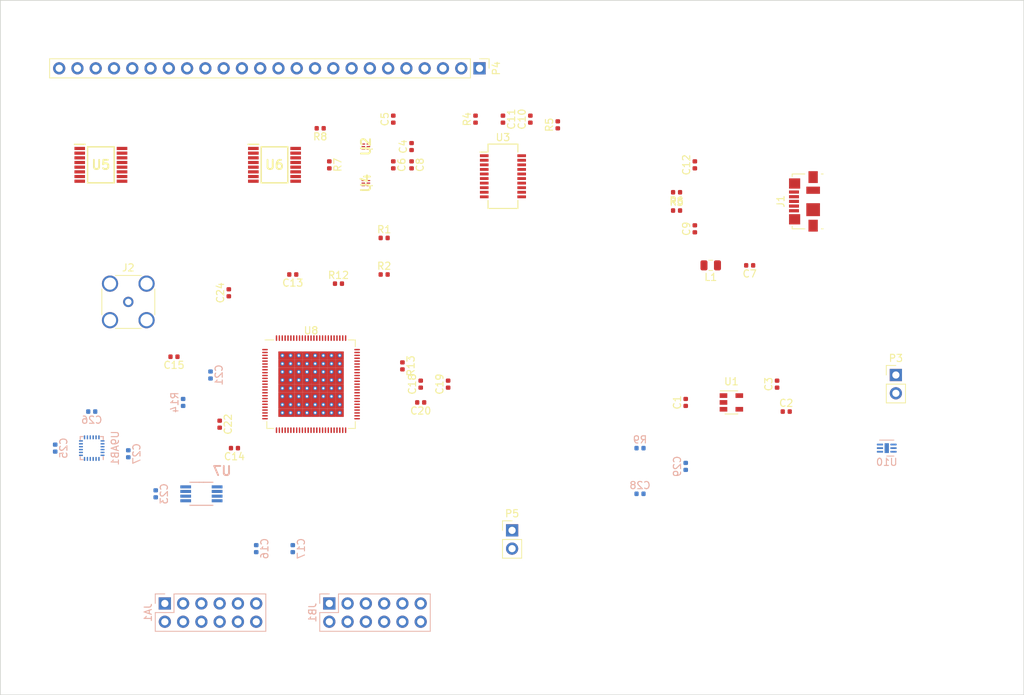
<source format=kicad_pcb>
(kicad_pcb (version 20171130) (host pcbnew "(5.1.6)-1")

  (general
    (thickness 1.6)
    (drawings 4)
    (tracks 0)
    (zones 0)
    (modules 59)
    (nets 69)
  )

  (page A4)
  (layers
    (0 F.Cu signal)
    (31 B.Cu signal)
    (32 B.Adhes user)
    (33 F.Adhes user)
    (34 B.Paste user)
    (35 F.Paste user)
    (36 B.SilkS user)
    (37 F.SilkS user)
    (38 B.Mask user)
    (39 F.Mask user)
    (40 Dwgs.User user)
    (41 Cmts.User user)
    (42 Eco1.User user)
    (43 Eco2.User user)
    (44 Edge.Cuts user)
    (45 Margin user)
    (46 B.CrtYd user)
    (47 F.CrtYd user)
    (48 B.Fab user)
    (49 F.Fab user)
  )

  (setup
    (last_trace_width 0.25)
    (trace_clearance 0.2)
    (zone_clearance 0.508)
    (zone_45_only no)
    (trace_min 0.2)
    (via_size 0.8)
    (via_drill 0.4)
    (via_min_size 0.4)
    (via_min_drill 0.3)
    (uvia_size 0.3)
    (uvia_drill 0.1)
    (uvias_allowed no)
    (uvia_min_size 0.2)
    (uvia_min_drill 0.1)
    (edge_width 0.1)
    (segment_width 0.2)
    (pcb_text_width 0.3)
    (pcb_text_size 1.5 1.5)
    (mod_edge_width 0.15)
    (mod_text_size 1 1)
    (mod_text_width 0.15)
    (pad_size 1.524 1.524)
    (pad_drill 0.762)
    (pad_to_mask_clearance 0)
    (aux_axis_origin 0 0)
    (visible_elements 7FFFFFFF)
    (pcbplotparams
      (layerselection 0x010fc_ffffffff)
      (usegerberextensions false)
      (usegerberattributes true)
      (usegerberadvancedattributes true)
      (creategerberjobfile true)
      (excludeedgelayer true)
      (linewidth 0.100000)
      (plotframeref false)
      (viasonmask false)
      (mode 1)
      (useauxorigin false)
      (hpglpennumber 1)
      (hpglpenspeed 20)
      (hpglpendiameter 15.000000)
      (psnegative false)
      (psa4output false)
      (plotreference true)
      (plotvalue true)
      (plotinvisibletext false)
      (padsonsilk false)
      (subtractmaskfromsilk false)
      (outputformat 1)
      (mirror false)
      (drillshape 1)
      (scaleselection 1)
      (outputdirectory ""))
  )

  (net 0 "")
  (net 1 +UART33)
  (net 2 GND)
  (net 3 +VBAT)
  (net 4 +VUSB)
  (net 5 "Net-(C3-Pad1)")
  (net 6 "Net-(C7-Pad1)")
  (net 7 /U_uart/D_N)
  (net 8 "Net-(C10-Pad2)")
  (net 9 "Net-(C10-Pad1)")
  (net 10 "Net-(C11-Pad1)")
  (net 11 "Net-(C11-Pad2)")
  (net 12 /U_uart/D_P)
  (net 13 +VDDD)
  (net 14 +VDDIO)
  (net 15 /scumsheet/AUX_LDO_OUTPUT)
  (net 16 +VDD25)
  (net 17 "Net-(C22-Pad1)")
  (net 18 +VDDAO)
  (net 19 "Net-(C25-Pad1)")
  (net 20 "Net-(C28-Pad1)")
  (net 21 "Net-(C29-Pad1)")
  (net 22 /GPIO7)
  (net 23 /GPIO5)
  (net 24 /GPIO3)
  (net 25 /GPIO1)
  (net 26 /GPIO8)
  (net 27 /GPIO6)
  (net 28 /GPIO4)
  (net 29 /GPIO2)
  (net 30 /GPIO10)
  (net 31 /GPIO12)
  (net 32 /GPIO14)
  (net 33 /GPIO15)
  (net 34 /GPIO9)
  (net 35 /GPIO11)
  (net 36 /GPIO13)
  (net 37 /GPIO0)
  (net 38 /U_scan_chain_boot/LF_CLK_33)
  (net 39 /U_scan_chain_boot/HARD_RESET_33)
  (net 40 /U_scan_chain_boot/3WB_CLK)
  (net 41 /U_scan_chain_boot/3WB_ENB)
  (net 42 /U_scan_chain_boot/3WB_DATA)
  (net 43 /U_scan_chain_boot/ASC_PHI2_33)
  (net 44 /U_scan_chain_boot/ASC_PHI1_33)
  (net 45 /U_scan_chain_boot/ASC_OUT33)
  (net 46 /U_scan_chain_boot/ASC_LOAD_33)
  (net 47 /U_scan_chain_boot/ASC_IN_33)
  (net 48 /U_scan_chain_boot/ASC_EXT_OVER33)
  (net 49 /scumsheet/BOOT_SOURCE_SEL)
  (net 50 "Net-(R3-Pad1)")
  (net 51 "Net-(R6-Pad2)")
  (net 52 /U_scan_chain_boot/HARD_RESET)
  (net 53 "Net-(R9-Pad1)")
  (net 54 "Net-(R12-Pad2)")
  (net 55 /scumsheet/VDDD_DISABLE)
  (net 56 /scumsheet/VDD_AO_DISABLE)
  (net 57 /RsRx)
  (net 58 /U_uart/RsRx33)
  (net 59 /U_uart/RsTx33)
  (net 60 /RsTx)
  (net 61 /U_scan_chain_boot/ASC_OUT)
  (net 62 /U_scan_chain_boot/ASC_LOAD)
  (net 63 /U_scan_chain_boot/ASC_IN)
  (net 64 /U_scan_chain_boot/ASC_EXT_OVERRIDE)
  (net 65 /U_scan_chain_boot/ASC_PHI2)
  (net 66 /U_scan_chain_boot/ASC_PHI1)
  (net 67 /U_scan_chain_boot/LF_CLK_EXT_IN)
  (net 68 "Net-(J2-Pad1)")

  (net_class Default "This is the default net class."
    (clearance 0.2)
    (trace_width 0.25)
    (via_dia 0.8)
    (via_drill 0.4)
    (uvia_dia 0.3)
    (uvia_drill 0.1)
    (add_net +UART33)
    (add_net +VBAT)
    (add_net +VDD25)
    (add_net +VDDAO)
    (add_net +VDDD)
    (add_net +VDDIO)
    (add_net +VUSB)
    (add_net /GPIO0)
    (add_net /GPIO1)
    (add_net /GPIO10)
    (add_net /GPIO11)
    (add_net /GPIO12)
    (add_net /GPIO13)
    (add_net /GPIO14)
    (add_net /GPIO15)
    (add_net /GPIO2)
    (add_net /GPIO3)
    (add_net /GPIO4)
    (add_net /GPIO5)
    (add_net /GPIO6)
    (add_net /GPIO7)
    (add_net /GPIO8)
    (add_net /GPIO9)
    (add_net /RsRx)
    (add_net /RsTx)
    (add_net /U_scan_chain_boot/3WB_CLK)
    (add_net /U_scan_chain_boot/3WB_DATA)
    (add_net /U_scan_chain_boot/3WB_ENB)
    (add_net /U_scan_chain_boot/ASC_EXT_OVER33)
    (add_net /U_scan_chain_boot/ASC_EXT_OVERRIDE)
    (add_net /U_scan_chain_boot/ASC_IN)
    (add_net /U_scan_chain_boot/ASC_IN_33)
    (add_net /U_scan_chain_boot/ASC_LOAD)
    (add_net /U_scan_chain_boot/ASC_LOAD_33)
    (add_net /U_scan_chain_boot/ASC_OUT)
    (add_net /U_scan_chain_boot/ASC_OUT33)
    (add_net /U_scan_chain_boot/ASC_PHI1)
    (add_net /U_scan_chain_boot/ASC_PHI1_33)
    (add_net /U_scan_chain_boot/ASC_PHI2)
    (add_net /U_scan_chain_boot/ASC_PHI2_33)
    (add_net /U_scan_chain_boot/HARD_RESET)
    (add_net /U_scan_chain_boot/HARD_RESET_33)
    (add_net /U_scan_chain_boot/LF_CLK_33)
    (add_net /U_scan_chain_boot/LF_CLK_EXT_IN)
    (add_net /U_uart/D_N)
    (add_net /U_uart/D_P)
    (add_net /U_uart/RsRx33)
    (add_net /U_uart/RsTx33)
    (add_net /scumsheet/AUX_LDO_OUTPUT)
    (add_net /scumsheet/BOOT_SOURCE_SEL)
    (add_net /scumsheet/VDDD_DISABLE)
    (add_net /scumsheet/VDD_AO_DISABLE)
    (add_net GND)
    (add_net "Net-(C10-Pad1)")
    (add_net "Net-(C10-Pad2)")
    (add_net "Net-(C11-Pad1)")
    (add_net "Net-(C11-Pad2)")
    (add_net "Net-(C22-Pad1)")
    (add_net "Net-(C25-Pad1)")
    (add_net "Net-(C28-Pad1)")
    (add_net "Net-(C29-Pad1)")
    (add_net "Net-(C3-Pad1)")
    (add_net "Net-(C7-Pad1)")
    (add_net "Net-(J1-Pad4)")
    (add_net "Net-(J2-Pad1)")
    (add_net "Net-(JA1-Pad12)")
    (add_net "Net-(JA1-Pad6)")
    (add_net "Net-(JB1-Pad12)")
    (add_net "Net-(JB1-Pad6)")
    (add_net "Net-(P4-Pad1)")
    (add_net "Net-(P4-Pad14)")
    (add_net "Net-(P4-Pad16)")
    (add_net "Net-(P4-Pad17)")
    (add_net "Net-(P4-Pad18)")
    (add_net "Net-(P4-Pad2)")
    (add_net "Net-(P4-Pad3)")
    (add_net "Net-(P4-Pad4)")
    (add_net "Net-(P4-Pad5)")
    (add_net "Net-(P4-Pad7)")
    (add_net "Net-(P4-Pad8)")
    (add_net "Net-(P4-Pad9)")
    (add_net "Net-(R12-Pad2)")
    (add_net "Net-(R3-Pad1)")
    (add_net "Net-(R6-Pad2)")
    (add_net "Net-(R9-Pad1)")
    (add_net "Net-(U1-Pad4)")
    (add_net "Net-(U10-Pad3)")
    (add_net "Net-(U3-Pad1)")
    (add_net "Net-(U3-Pad18)")
    (add_net "Net-(U3-Pad19)")
    (add_net "Net-(U3-Pad2)")
    (add_net "Net-(U3-Pad5)")
    (add_net "Net-(U3-Pad7)")
    (add_net "Net-(U3-Pad8)")
    (add_net "Net-(U3-Pad9)")
    (add_net "Net-(U7-Pad1)")
    (add_net "Net-(U7-Pad8)")
    (add_net "Net-(U8-Pad1)")
    (add_net "Net-(U8-Pad100)")
    (add_net "Net-(U8-Pad13)")
    (add_net "Net-(U8-Pad18)")
    (add_net "Net-(U8-Pad19)")
    (add_net "Net-(U8-Pad2)")
    (add_net "Net-(U8-Pad20)")
    (add_net "Net-(U8-Pad21)")
    (add_net "Net-(U8-Pad23)")
    (add_net "Net-(U8-Pad24)")
    (add_net "Net-(U8-Pad25)")
    (add_net "Net-(U8-Pad3)")
    (add_net "Net-(U8-Pad51)")
    (add_net "Net-(U8-Pad52)")
    (add_net "Net-(U8-Pad53)")
    (add_net "Net-(U8-Pad54)")
    (add_net "Net-(U8-Pad57)")
    (add_net "Net-(U8-Pad6)")
    (add_net "Net-(U8-Pad7)")
    (add_net "Net-(U8-Pad73)")
    (add_net "Net-(U8-Pad74)")
    (add_net "Net-(U8-Pad75)")
    (add_net "Net-(U8-Pad76)")
    (add_net "Net-(U8-Pad77)")
    (add_net "Net-(U8-Pad78)")
    (add_net "Net-(U8-Pad79)")
    (add_net "Net-(U8-Pad8)")
    (add_net "Net-(U8-Pad80)")
    (add_net "Net-(U8-Pad81)")
    (add_net "Net-(U8-Pad82)")
    (add_net "Net-(U8-Pad83)")
    (add_net "Net-(U8-Pad84)")
    (add_net "Net-(U8-Pad85)")
    (add_net "Net-(U8-Pad86)")
    (add_net "Net-(U8-Pad87)")
    (add_net "Net-(U8-Pad88)")
    (add_net "Net-(U8-Pad9)")
    (add_net "Net-(U8-Pad91)")
    (add_net "Net-(U8-Pad93)")
    (add_net "Net-(U8-Pad94)")
    (add_net "Net-(U8-Pad95)")
    (add_net "Net-(U8-Pad96)")
    (add_net "Net-(U8-Pad97)")
    (add_net "Net-(U8-Pad98)")
    (add_net "Net-(U8-Pad99)")
    (add_net "Net-(U9AB1-Pad12)")
    (add_net "Net-(U9AB1-Pad21)")
    (add_net "Net-(U9AB1-Pad22)")
    (add_net "Net-(U9AB1-Pad23)")
    (add_net "Net-(U9AB1-Pad24)")
    (add_net "Net-(U9AB1-Pad7)")
    (add_net "Net-(U9AB1-Pad9)")
  )

  (net_class smaller ""
    (clearance 0.05)
    (trace_width 0.2)
    (via_dia 0.4)
    (via_drill 0.3)
    (uvia_dia 0.2)
    (uvia_drill 0.1)
    (diff_pair_width 0.2)
    (diff_pair_gap 0.05)
  )

  (module Resistor_SMD:R_0402_1005Metric (layer B.Cu) (tedit 5B301BBD) (tstamp 5F3B1487)
    (at 97.79 95.25 270)
    (descr "Resistor SMD 0402 (1005 Metric), square (rectangular) end terminal, IPC_7351 nominal, (Body size source: http://www.tortai-tech.com/upload/download/2011102023233369053.pdf), generated with kicad-footprint-generator")
    (tags resistor)
    (path /5F3B1D81/5F419870)
    (attr smd)
    (fp_text reference R14 (at 0 1.17 90) (layer B.SilkS)
      (effects (font (size 1 1) (thickness 0.15)) (justify mirror))
    )
    (fp_text value NP (at 0 -1.17 90) (layer B.Fab)
      (effects (font (size 1 1) (thickness 0.15)) (justify mirror))
    )
    (fp_line (start 0.93 -0.47) (end -0.93 -0.47) (layer B.CrtYd) (width 0.05))
    (fp_line (start 0.93 0.47) (end 0.93 -0.47) (layer B.CrtYd) (width 0.05))
    (fp_line (start -0.93 0.47) (end 0.93 0.47) (layer B.CrtYd) (width 0.05))
    (fp_line (start -0.93 -0.47) (end -0.93 0.47) (layer B.CrtYd) (width 0.05))
    (fp_line (start 0.5 -0.25) (end -0.5 -0.25) (layer B.Fab) (width 0.1))
    (fp_line (start 0.5 0.25) (end 0.5 -0.25) (layer B.Fab) (width 0.1))
    (fp_line (start -0.5 0.25) (end 0.5 0.25) (layer B.Fab) (width 0.1))
    (fp_line (start -0.5 -0.25) (end -0.5 0.25) (layer B.Fab) (width 0.1))
    (fp_text user %R (at 0 0 90) (layer B.Fab)
      (effects (font (size 0.25 0.25) (thickness 0.04)) (justify mirror))
    )
    (pad 2 smd roundrect (at 0.485 0 270) (size 0.59 0.64) (layers B.Cu B.Paste B.Mask) (roundrect_rratio 0.25)
      (net 2 GND))
    (pad 1 smd roundrect (at -0.485 0 270) (size 0.59 0.64) (layers B.Cu B.Paste B.Mask) (roundrect_rratio 0.25)
      (net 56 /scumsheet/VDD_AO_DISABLE))
    (model ${KISYS3DMOD}/Resistor_SMD.3dshapes/R_0402_1005Metric.wrl
      (at (xyz 0 0 0))
      (scale (xyz 1 1 1))
      (rotate (xyz 0 0 0))
    )
  )

  (module Resistor_SMD:R_0402_1005Metric (layer F.Cu) (tedit 5B301BBD) (tstamp 5F3AD789)
    (at 128.27 90.17 270)
    (descr "Resistor SMD 0402 (1005 Metric), square (rectangular) end terminal, IPC_7351 nominal, (Body size source: http://www.tortai-tech.com/upload/download/2011102023233369053.pdf), generated with kicad-footprint-generator")
    (tags resistor)
    (path /5F3B1D81/5F4188E4)
    (attr smd)
    (fp_text reference R13 (at 0 -1.17 90) (layer F.SilkS)
      (effects (font (size 1 1) (thickness 0.15)))
    )
    (fp_text value NP (at 0 1.17 90) (layer F.Fab)
      (effects (font (size 1 1) (thickness 0.15)))
    )
    (fp_line (start 0.93 0.47) (end -0.93 0.47) (layer F.CrtYd) (width 0.05))
    (fp_line (start 0.93 -0.47) (end 0.93 0.47) (layer F.CrtYd) (width 0.05))
    (fp_line (start -0.93 -0.47) (end 0.93 -0.47) (layer F.CrtYd) (width 0.05))
    (fp_line (start -0.93 0.47) (end -0.93 -0.47) (layer F.CrtYd) (width 0.05))
    (fp_line (start 0.5 0.25) (end -0.5 0.25) (layer F.Fab) (width 0.1))
    (fp_line (start 0.5 -0.25) (end 0.5 0.25) (layer F.Fab) (width 0.1))
    (fp_line (start -0.5 -0.25) (end 0.5 -0.25) (layer F.Fab) (width 0.1))
    (fp_line (start -0.5 0.25) (end -0.5 -0.25) (layer F.Fab) (width 0.1))
    (fp_text user %R (at 0 0 90) (layer F.Fab)
      (effects (font (size 0.25 0.25) (thickness 0.04)))
    )
    (pad 2 smd roundrect (at 0.485 0 270) (size 0.59 0.64) (layers F.Cu F.Paste F.Mask) (roundrect_rratio 0.25)
      (net 2 GND))
    (pad 1 smd roundrect (at -0.485 0 270) (size 0.59 0.64) (layers F.Cu F.Paste F.Mask) (roundrect_rratio 0.25)
      (net 55 /scumsheet/VDDD_DISABLE))
    (model ${KISYS3DMOD}/Resistor_SMD.3dshapes/R_0402_1005Metric.wrl
      (at (xyz 0 0 0))
      (scale (xyz 1 1 1))
      (rotate (xyz 0 0 0))
    )
  )

  (module Resistor_SMD:R_0402_1005Metric (layer F.Cu) (tedit 5B301BBD) (tstamp 5F3AD778)
    (at 119.38 78.74)
    (descr "Resistor SMD 0402 (1005 Metric), square (rectangular) end terminal, IPC_7351 nominal, (Body size source: http://www.tortai-tech.com/upload/download/2011102023233369053.pdf), generated with kicad-footprint-generator")
    (tags resistor)
    (path /5F3B1D81/5F3A9D0E)
    (attr smd)
    (fp_text reference R12 (at 0 -1.17) (layer F.SilkS)
      (effects (font (size 1 1) (thickness 0.15)))
    )
    (fp_text value NP (at 0 1.17) (layer F.Fab)
      (effects (font (size 1 1) (thickness 0.15)))
    )
    (fp_line (start 0.93 0.47) (end -0.93 0.47) (layer F.CrtYd) (width 0.05))
    (fp_line (start 0.93 -0.47) (end 0.93 0.47) (layer F.CrtYd) (width 0.05))
    (fp_line (start -0.93 -0.47) (end 0.93 -0.47) (layer F.CrtYd) (width 0.05))
    (fp_line (start -0.93 0.47) (end -0.93 -0.47) (layer F.CrtYd) (width 0.05))
    (fp_line (start 0.5 0.25) (end -0.5 0.25) (layer F.Fab) (width 0.1))
    (fp_line (start 0.5 -0.25) (end 0.5 0.25) (layer F.Fab) (width 0.1))
    (fp_line (start -0.5 -0.25) (end 0.5 -0.25) (layer F.Fab) (width 0.1))
    (fp_line (start -0.5 0.25) (end -0.5 -0.25) (layer F.Fab) (width 0.1))
    (fp_text user %R (at 0 0) (layer F.Fab)
      (effects (font (size 0.25 0.25) (thickness 0.04)))
    )
    (pad 2 smd roundrect (at 0.485 0) (size 0.59 0.64) (layers F.Cu F.Paste F.Mask) (roundrect_rratio 0.25)
      (net 54 "Net-(R12-Pad2)"))
    (pad 1 smd roundrect (at -0.485 0) (size 0.59 0.64) (layers F.Cu F.Paste F.Mask) (roundrect_rratio 0.25)
      (net 13 +VDDD))
    (model ${KISYS3DMOD}/Resistor_SMD.3dshapes/R_0402_1005Metric.wrl
      (at (xyz 0 0 0))
      (scale (xyz 1 1 1))
      (rotate (xyz 0 0 0))
    )
  )

  (module Resistor_SMD:R_0402_1005Metric (layer B.Cu) (tedit 5B301BBD) (tstamp 5F3AD767)
    (at 161.29 101.6 180)
    (descr "Resistor SMD 0402 (1005 Metric), square (rectangular) end terminal, IPC_7351 nominal, (Body size source: http://www.tortai-tech.com/upload/download/2011102023233369053.pdf), generated with kicad-footprint-generator")
    (tags resistor)
    (path /5F3DB58E)
    (attr smd)
    (fp_text reference R9 (at 0 1.17) (layer B.SilkS)
      (effects (font (size 1 1) (thickness 0.15)) (justify mirror))
    )
    (fp_text value NP (at 0 -1.17) (layer B.Fab)
      (effects (font (size 1 1) (thickness 0.15)) (justify mirror))
    )
    (fp_line (start 0.93 -0.47) (end -0.93 -0.47) (layer B.CrtYd) (width 0.05))
    (fp_line (start 0.93 0.47) (end 0.93 -0.47) (layer B.CrtYd) (width 0.05))
    (fp_line (start -0.93 0.47) (end 0.93 0.47) (layer B.CrtYd) (width 0.05))
    (fp_line (start -0.93 -0.47) (end -0.93 0.47) (layer B.CrtYd) (width 0.05))
    (fp_line (start 0.5 -0.25) (end -0.5 -0.25) (layer B.Fab) (width 0.1))
    (fp_line (start 0.5 0.25) (end 0.5 -0.25) (layer B.Fab) (width 0.1))
    (fp_line (start -0.5 0.25) (end 0.5 0.25) (layer B.Fab) (width 0.1))
    (fp_line (start -0.5 -0.25) (end -0.5 0.25) (layer B.Fab) (width 0.1))
    (fp_text user %R (at 0 0) (layer B.Fab)
      (effects (font (size 0.25 0.25) (thickness 0.04)) (justify mirror))
    )
    (pad 2 smd roundrect (at 0.485 0 180) (size 0.59 0.64) (layers B.Cu B.Paste B.Mask) (roundrect_rratio 0.25)
      (net 2 GND))
    (pad 1 smd roundrect (at -0.485 0 180) (size 0.59 0.64) (layers B.Cu B.Paste B.Mask) (roundrect_rratio 0.25)
      (net 53 "Net-(R9-Pad1)"))
    (model ${KISYS3DMOD}/Resistor_SMD.3dshapes/R_0402_1005Metric.wrl
      (at (xyz 0 0 0))
      (scale (xyz 1 1 1))
      (rotate (xyz 0 0 0))
    )
  )

  (module Resistor_SMD:R_0402_1005Metric (layer F.Cu) (tedit 5B301BBD) (tstamp 5F3AD756)
    (at 116.84 57.15 180)
    (descr "Resistor SMD 0402 (1005 Metric), square (rectangular) end terminal, IPC_7351 nominal, (Body size source: http://www.tortai-tech.com/upload/download/2011102023233369053.pdf), generated with kicad-footprint-generator")
    (tags resistor)
    (path /5F3B0B28/5F3DDBC0)
    (attr smd)
    (fp_text reference R8 (at 0 -1.17) (layer F.SilkS)
      (effects (font (size 1 1) (thickness 0.15)))
    )
    (fp_text value 100k (at 0 1.17) (layer F.Fab)
      (effects (font (size 1 1) (thickness 0.15)))
    )
    (fp_line (start 0.93 0.47) (end -0.93 0.47) (layer F.CrtYd) (width 0.05))
    (fp_line (start 0.93 -0.47) (end 0.93 0.47) (layer F.CrtYd) (width 0.05))
    (fp_line (start -0.93 -0.47) (end 0.93 -0.47) (layer F.CrtYd) (width 0.05))
    (fp_line (start -0.93 0.47) (end -0.93 -0.47) (layer F.CrtYd) (width 0.05))
    (fp_line (start 0.5 0.25) (end -0.5 0.25) (layer F.Fab) (width 0.1))
    (fp_line (start 0.5 -0.25) (end 0.5 0.25) (layer F.Fab) (width 0.1))
    (fp_line (start -0.5 -0.25) (end 0.5 -0.25) (layer F.Fab) (width 0.1))
    (fp_line (start -0.5 0.25) (end -0.5 -0.25) (layer F.Fab) (width 0.1))
    (fp_text user %R (at 0 0) (layer F.Fab)
      (effects (font (size 0.25 0.25) (thickness 0.04)))
    )
    (pad 2 smd roundrect (at 0.485 0 180) (size 0.59 0.64) (layers F.Cu F.Paste F.Mask) (roundrect_rratio 0.25)
      (net 1 +UART33))
    (pad 1 smd roundrect (at -0.485 0 180) (size 0.59 0.64) (layers F.Cu F.Paste F.Mask) (roundrect_rratio 0.25)
      (net 39 /U_scan_chain_boot/HARD_RESET_33))
    (model ${KISYS3DMOD}/Resistor_SMD.3dshapes/R_0402_1005Metric.wrl
      (at (xyz 0 0 0))
      (scale (xyz 1 1 1))
      (rotate (xyz 0 0 0))
    )
  )

  (module Resistor_SMD:R_0402_1005Metric (layer F.Cu) (tedit 5B301BBD) (tstamp 5F3AD745)
    (at 118.11 62.23 270)
    (descr "Resistor SMD 0402 (1005 Metric), square (rectangular) end terminal, IPC_7351 nominal, (Body size source: http://www.tortai-tech.com/upload/download/2011102023233369053.pdf), generated with kicad-footprint-generator")
    (tags resistor)
    (path /5F3B0B28/5F3DDBBA)
    (attr smd)
    (fp_text reference R7 (at 0 -1.17 90) (layer F.SilkS)
      (effects (font (size 1 1) (thickness 0.15)))
    )
    (fp_text value NP (at 0 1.17 90) (layer F.Fab)
      (effects (font (size 1 1) (thickness 0.15)))
    )
    (fp_line (start 0.93 0.47) (end -0.93 0.47) (layer F.CrtYd) (width 0.05))
    (fp_line (start 0.93 -0.47) (end 0.93 0.47) (layer F.CrtYd) (width 0.05))
    (fp_line (start -0.93 -0.47) (end 0.93 -0.47) (layer F.CrtYd) (width 0.05))
    (fp_line (start -0.93 0.47) (end -0.93 -0.47) (layer F.CrtYd) (width 0.05))
    (fp_line (start 0.5 0.25) (end -0.5 0.25) (layer F.Fab) (width 0.1))
    (fp_line (start 0.5 -0.25) (end 0.5 0.25) (layer F.Fab) (width 0.1))
    (fp_line (start -0.5 -0.25) (end 0.5 -0.25) (layer F.Fab) (width 0.1))
    (fp_line (start -0.5 0.25) (end -0.5 -0.25) (layer F.Fab) (width 0.1))
    (fp_text user %R (at 0 0 90) (layer F.Fab)
      (effects (font (size 0.25 0.25) (thickness 0.04)))
    )
    (pad 2 smd roundrect (at 0.485 0 270) (size 0.59 0.64) (layers F.Cu F.Paste F.Mask) (roundrect_rratio 0.25)
      (net 52 /U_scan_chain_boot/HARD_RESET))
    (pad 1 smd roundrect (at -0.485 0 270) (size 0.59 0.64) (layers F.Cu F.Paste F.Mask) (roundrect_rratio 0.25)
      (net 39 /U_scan_chain_boot/HARD_RESET_33))
    (model ${KISYS3DMOD}/Resistor_SMD.3dshapes/R_0402_1005Metric.wrl
      (at (xyz 0 0 0))
      (scale (xyz 1 1 1))
      (rotate (xyz 0 0 0))
    )
  )

  (module Resistor_SMD:R_0402_1005Metric (layer F.Cu) (tedit 5B301BBD) (tstamp 5F3AD734)
    (at 166.37 66.04 180)
    (descr "Resistor SMD 0402 (1005 Metric), square (rectangular) end terminal, IPC_7351 nominal, (Body size source: http://www.tortai-tech.com/upload/download/2011102023233369053.pdf), generated with kicad-footprint-generator")
    (tags resistor)
    (path /5F3E80E4/5F3AA18C)
    (attr smd)
    (fp_text reference R6 (at 0 -1.17) (layer F.SilkS)
      (effects (font (size 1 1) (thickness 0.15)))
    )
    (fp_text value 27 (at 0 1.17) (layer F.Fab)
      (effects (font (size 1 1) (thickness 0.15)))
    )
    (fp_line (start 0.93 0.47) (end -0.93 0.47) (layer F.CrtYd) (width 0.05))
    (fp_line (start 0.93 -0.47) (end 0.93 0.47) (layer F.CrtYd) (width 0.05))
    (fp_line (start -0.93 -0.47) (end 0.93 -0.47) (layer F.CrtYd) (width 0.05))
    (fp_line (start -0.93 0.47) (end -0.93 -0.47) (layer F.CrtYd) (width 0.05))
    (fp_line (start 0.5 0.25) (end -0.5 0.25) (layer F.Fab) (width 0.1))
    (fp_line (start 0.5 -0.25) (end 0.5 0.25) (layer F.Fab) (width 0.1))
    (fp_line (start -0.5 -0.25) (end 0.5 -0.25) (layer F.Fab) (width 0.1))
    (fp_line (start -0.5 0.25) (end -0.5 -0.25) (layer F.Fab) (width 0.1))
    (fp_text user %R (at 0 0) (layer F.Fab)
      (effects (font (size 0.25 0.25) (thickness 0.04)))
    )
    (pad 2 smd roundrect (at 0.485 0 180) (size 0.59 0.64) (layers F.Cu F.Paste F.Mask) (roundrect_rratio 0.25)
      (net 51 "Net-(R6-Pad2)"))
    (pad 1 smd roundrect (at -0.485 0 180) (size 0.59 0.64) (layers F.Cu F.Paste F.Mask) (roundrect_rratio 0.25)
      (net 12 /U_uart/D_P))
    (model ${KISYS3DMOD}/Resistor_SMD.3dshapes/R_0402_1005Metric.wrl
      (at (xyz 0 0 0))
      (scale (xyz 1 1 1))
      (rotate (xyz 0 0 0))
    )
  )

  (module Resistor_SMD:R_0402_1005Metric (layer F.Cu) (tedit 5B301BBD) (tstamp 5F3AD723)
    (at 149.86 56.6675 90)
    (descr "Resistor SMD 0402 (1005 Metric), square (rectangular) end terminal, IPC_7351 nominal, (Body size source: http://www.tortai-tech.com/upload/download/2011102023233369053.pdf), generated with kicad-footprint-generator")
    (tags resistor)
    (path /5F3E80E4/5F3CE977)
    (attr smd)
    (fp_text reference R5 (at 0 -1.17 90) (layer F.SilkS)
      (effects (font (size 1 1) (thickness 0.15)))
    )
    (fp_text value 270 (at 0 1.17 90) (layer F.Fab)
      (effects (font (size 1 1) (thickness 0.15)))
    )
    (fp_line (start 0.93 0.47) (end -0.93 0.47) (layer F.CrtYd) (width 0.05))
    (fp_line (start 0.93 -0.47) (end 0.93 0.47) (layer F.CrtYd) (width 0.05))
    (fp_line (start -0.93 -0.47) (end 0.93 -0.47) (layer F.CrtYd) (width 0.05))
    (fp_line (start -0.93 0.47) (end -0.93 -0.47) (layer F.CrtYd) (width 0.05))
    (fp_line (start 0.5 0.25) (end -0.5 0.25) (layer F.Fab) (width 0.1))
    (fp_line (start 0.5 -0.25) (end 0.5 0.25) (layer F.Fab) (width 0.1))
    (fp_line (start -0.5 -0.25) (end 0.5 -0.25) (layer F.Fab) (width 0.1))
    (fp_line (start -0.5 0.25) (end -0.5 -0.25) (layer F.Fab) (width 0.1))
    (fp_text user %R (at 0 0 90) (layer F.Fab)
      (effects (font (size 0.25 0.25) (thickness 0.04)))
    )
    (pad 2 smd roundrect (at 0.485 0 90) (size 0.59 0.64) (layers F.Cu F.Paste F.Mask) (roundrect_rratio 0.25)
      (net 10 "Net-(C11-Pad1)"))
    (pad 1 smd roundrect (at -0.485 0 90) (size 0.59 0.64) (layers F.Cu F.Paste F.Mask) (roundrect_rratio 0.25)
      (net 1 +UART33))
    (model ${KISYS3DMOD}/Resistor_SMD.3dshapes/R_0402_1005Metric.wrl
      (at (xyz 0 0 0))
      (scale (xyz 1 1 1))
      (rotate (xyz 0 0 0))
    )
  )

  (module Resistor_SMD:R_0402_1005Metric (layer F.Cu) (tedit 5B301BBD) (tstamp 5F3AD712)
    (at 138.43 55.88 90)
    (descr "Resistor SMD 0402 (1005 Metric), square (rectangular) end terminal, IPC_7351 nominal, (Body size source: http://www.tortai-tech.com/upload/download/2011102023233369053.pdf), generated with kicad-footprint-generator")
    (tags resistor)
    (path /5F3E80E4/5F3BCF9F)
    (attr smd)
    (fp_text reference R4 (at 0 -1.17 90) (layer F.SilkS)
      (effects (font (size 1 1) (thickness 0.15)))
    )
    (fp_text value 270 (at 0 1.17 90) (layer F.Fab)
      (effects (font (size 1 1) (thickness 0.15)))
    )
    (fp_line (start 0.93 0.47) (end -0.93 0.47) (layer F.CrtYd) (width 0.05))
    (fp_line (start 0.93 -0.47) (end 0.93 0.47) (layer F.CrtYd) (width 0.05))
    (fp_line (start -0.93 -0.47) (end 0.93 -0.47) (layer F.CrtYd) (width 0.05))
    (fp_line (start -0.93 0.47) (end -0.93 -0.47) (layer F.CrtYd) (width 0.05))
    (fp_line (start 0.5 0.25) (end -0.5 0.25) (layer F.Fab) (width 0.1))
    (fp_line (start 0.5 -0.25) (end 0.5 0.25) (layer F.Fab) (width 0.1))
    (fp_line (start -0.5 -0.25) (end 0.5 -0.25) (layer F.Fab) (width 0.1))
    (fp_line (start -0.5 0.25) (end -0.5 -0.25) (layer F.Fab) (width 0.1))
    (fp_text user %R (at 0 0 90) (layer F.Fab)
      (effects (font (size 0.25 0.25) (thickness 0.04)))
    )
    (pad 2 smd roundrect (at 0.485 0 90) (size 0.59 0.64) (layers F.Cu F.Paste F.Mask) (roundrect_rratio 0.25)
      (net 8 "Net-(C10-Pad2)"))
    (pad 1 smd roundrect (at -0.485 0 90) (size 0.59 0.64) (layers F.Cu F.Paste F.Mask) (roundrect_rratio 0.25)
      (net 1 +UART33))
    (model ${KISYS3DMOD}/Resistor_SMD.3dshapes/R_0402_1005Metric.wrl
      (at (xyz 0 0 0))
      (scale (xyz 1 1 1))
      (rotate (xyz 0 0 0))
    )
  )

  (module Resistor_SMD:R_0402_1005Metric (layer F.Cu) (tedit 5B301BBD) (tstamp 5F3AD701)
    (at 166.37 68.58)
    (descr "Resistor SMD 0402 (1005 Metric), square (rectangular) end terminal, IPC_7351 nominal, (Body size source: http://www.tortai-tech.com/upload/download/2011102023233369053.pdf), generated with kicad-footprint-generator")
    (tags resistor)
    (path /5F3E80E4/5F3B06E2)
    (attr smd)
    (fp_text reference R3 (at 0 -1.17) (layer F.SilkS)
      (effects (font (size 1 1) (thickness 0.15)))
    )
    (fp_text value 27 (at 0 1.17) (layer F.Fab)
      (effects (font (size 1 1) (thickness 0.15)))
    )
    (fp_line (start 0.93 0.47) (end -0.93 0.47) (layer F.CrtYd) (width 0.05))
    (fp_line (start 0.93 -0.47) (end 0.93 0.47) (layer F.CrtYd) (width 0.05))
    (fp_line (start -0.93 -0.47) (end 0.93 -0.47) (layer F.CrtYd) (width 0.05))
    (fp_line (start -0.93 0.47) (end -0.93 -0.47) (layer F.CrtYd) (width 0.05))
    (fp_line (start 0.5 0.25) (end -0.5 0.25) (layer F.Fab) (width 0.1))
    (fp_line (start 0.5 -0.25) (end 0.5 0.25) (layer F.Fab) (width 0.1))
    (fp_line (start -0.5 -0.25) (end 0.5 -0.25) (layer F.Fab) (width 0.1))
    (fp_line (start -0.5 0.25) (end -0.5 -0.25) (layer F.Fab) (width 0.1))
    (fp_text user %R (at 0 0) (layer F.Fab)
      (effects (font (size 0.25 0.25) (thickness 0.04)))
    )
    (pad 2 smd roundrect (at 0.485 0) (size 0.59 0.64) (layers F.Cu F.Paste F.Mask) (roundrect_rratio 0.25)
      (net 7 /U_uart/D_N))
    (pad 1 smd roundrect (at -0.485 0) (size 0.59 0.64) (layers F.Cu F.Paste F.Mask) (roundrect_rratio 0.25)
      (net 50 "Net-(R3-Pad1)"))
    (model ${KISYS3DMOD}/Resistor_SMD.3dshapes/R_0402_1005Metric.wrl
      (at (xyz 0 0 0))
      (scale (xyz 1 1 1))
      (rotate (xyz 0 0 0))
    )
  )

  (module Resistor_SMD:R_0402_1005Metric (layer F.Cu) (tedit 5B301BBD) (tstamp 5F3AD6F0)
    (at 125.73 77.47)
    (descr "Resistor SMD 0402 (1005 Metric), square (rectangular) end terminal, IPC_7351 nominal, (Body size source: http://www.tortai-tech.com/upload/download/2011102023233369053.pdf), generated with kicad-footprint-generator")
    (tags resistor)
    (path /5F3E80E4/5F40B734)
    (attr smd)
    (fp_text reference R2 (at 0 -1.17) (layer F.SilkS)
      (effects (font (size 1 1) (thickness 0.15)))
    )
    (fp_text value NP (at 0 1.17) (layer F.Fab)
      (effects (font (size 1 1) (thickness 0.15)))
    )
    (fp_line (start 0.93 0.47) (end -0.93 0.47) (layer F.CrtYd) (width 0.05))
    (fp_line (start 0.93 -0.47) (end 0.93 0.47) (layer F.CrtYd) (width 0.05))
    (fp_line (start -0.93 -0.47) (end 0.93 -0.47) (layer F.CrtYd) (width 0.05))
    (fp_line (start -0.93 0.47) (end -0.93 -0.47) (layer F.CrtYd) (width 0.05))
    (fp_line (start 0.5 0.25) (end -0.5 0.25) (layer F.Fab) (width 0.1))
    (fp_line (start 0.5 -0.25) (end 0.5 0.25) (layer F.Fab) (width 0.1))
    (fp_line (start -0.5 -0.25) (end 0.5 -0.25) (layer F.Fab) (width 0.1))
    (fp_line (start -0.5 0.25) (end -0.5 -0.25) (layer F.Fab) (width 0.1))
    (fp_text user %R (at 0 0) (layer F.Fab)
      (effects (font (size 0.25 0.25) (thickness 0.04)))
    )
    (pad 2 smd roundrect (at 0.485 0) (size 0.59 0.64) (layers F.Cu F.Paste F.Mask) (roundrect_rratio 0.25)
      (net 14 +VDDIO))
    (pad 1 smd roundrect (at -0.485 0) (size 0.59 0.64) (layers F.Cu F.Paste F.Mask) (roundrect_rratio 0.25)
      (net 3 +VBAT))
    (model ${KISYS3DMOD}/Resistor_SMD.3dshapes/R_0402_1005Metric.wrl
      (at (xyz 0 0 0))
      (scale (xyz 1 1 1))
      (rotate (xyz 0 0 0))
    )
  )

  (module Resistor_SMD:R_0402_1005Metric (layer F.Cu) (tedit 5B301BBD) (tstamp 5F3AD6DF)
    (at 125.73 72.39)
    (descr "Resistor SMD 0402 (1005 Metric), square (rectangular) end terminal, IPC_7351 nominal, (Body size source: http://www.tortai-tech.com/upload/download/2011102023233369053.pdf), generated with kicad-footprint-generator")
    (tags resistor)
    (path /5F3E80E4/5F40AB42)
    (attr smd)
    (fp_text reference R1 (at 0 -1.17) (layer F.SilkS)
      (effects (font (size 1 1) (thickness 0.15)))
    )
    (fp_text value NP (at 0 1.17) (layer F.Fab)
      (effects (font (size 1 1) (thickness 0.15)))
    )
    (fp_line (start 0.93 0.47) (end -0.93 0.47) (layer F.CrtYd) (width 0.05))
    (fp_line (start 0.93 -0.47) (end 0.93 0.47) (layer F.CrtYd) (width 0.05))
    (fp_line (start -0.93 -0.47) (end 0.93 -0.47) (layer F.CrtYd) (width 0.05))
    (fp_line (start -0.93 0.47) (end -0.93 -0.47) (layer F.CrtYd) (width 0.05))
    (fp_line (start 0.5 0.25) (end -0.5 0.25) (layer F.Fab) (width 0.1))
    (fp_line (start 0.5 -0.25) (end 0.5 0.25) (layer F.Fab) (width 0.1))
    (fp_line (start -0.5 -0.25) (end 0.5 -0.25) (layer F.Fab) (width 0.1))
    (fp_line (start -0.5 0.25) (end -0.5 -0.25) (layer F.Fab) (width 0.1))
    (fp_text user %R (at 0 0) (layer F.Fab)
      (effects (font (size 0.25 0.25) (thickness 0.04)))
    )
    (pad 2 smd roundrect (at 0.485 0) (size 0.59 0.64) (layers F.Cu F.Paste F.Mask) (roundrect_rratio 0.25)
      (net 14 +VDDIO))
    (pad 1 smd roundrect (at -0.485 0) (size 0.59 0.64) (layers F.Cu F.Paste F.Mask) (roundrect_rratio 0.25)
      (net 1 +UART33))
    (model ${KISYS3DMOD}/Resistor_SMD.3dshapes/R_0402_1005Metric.wrl
      (at (xyz 0 0 0))
      (scale (xyz 1 1 1))
      (rotate (xyz 0 0 0))
    )
  )

  (module SCUM:QFN-100_EP_12x12_Pitch0.4mm (layer F.Cu) (tedit 0) (tstamp 5F3B1131)
    (at 115.57 92.71)
    (path /5F3B1D81/5F3B2246)
    (attr smd)
    (fp_text reference U8 (at 0 -7.45) (layer F.SilkS)
      (effects (font (size 1 1) (thickness 0.15)))
    )
    (fp_text value scum3 (at 0 7.45) (layer F.Fab)
      (effects (font (size 1 1) (thickness 0.15)))
    )
    (fp_line (start -6.9 6.9) (end -6.9 -6.9) (layer F.CrtYd) (width 0.05))
    (fp_line (start 6.9 6.9) (end -6.9 6.9) (layer F.CrtYd) (width 0.05))
    (fp_line (start 6.9 -6.9) (end 6.9 6.9) (layer F.CrtYd) (width 0.05))
    (fp_line (start -6.9 -6.9) (end 6.9 -6.9) (layer F.CrtYd) (width 0.05))
    (fp_line (start -5.2 -6.15) (end -6.4 -6.15) (layer F.SilkS) (width 0.12))
    (fp_line (start -6.15 6.15) (end -6.15 5.2) (layer F.SilkS) (width 0.12))
    (fp_line (start -5.2 6.15) (end -6.15 6.15) (layer F.SilkS) (width 0.12))
    (fp_line (start 6.15 6.15) (end 6.15 5.2) (layer F.SilkS) (width 0.12))
    (fp_line (start 5.2 6.15) (end 6.15 6.15) (layer F.SilkS) (width 0.12))
    (fp_line (start 6.15 -6.15) (end 6.15 -5.2) (layer F.SilkS) (width 0.12))
    (fp_line (start 5.2 -6.15) (end 6.15 -6.15) (layer F.SilkS) (width 0.12))
    (fp_line (start 6 -6) (end -5 -6) (layer F.Fab) (width 0.15))
    (fp_line (start 6 6) (end 6 -6) (layer F.Fab) (width 0.15))
    (fp_line (start -6 6) (end 6 6) (layer F.Fab) (width 0.15))
    (fp_line (start -6 -5) (end -6 6) (layer F.Fab) (width 0.15))
    (fp_line (start -5 -6) (end -6 -5) (layer F.Fab) (width 0.15))
    (pad 101 thru_hole circle (at 3.98125 3.98125) (size 0.56875 0.56875) (drill 0.284375) (layers *.Cu *.Mask)
      (net 2 GND))
    (pad 101 thru_hole circle (at 3.98125 2.84375) (size 0.56875 0.56875) (drill 0.284375) (layers *.Cu *.Mask)
      (net 2 GND))
    (pad 101 thru_hole circle (at 3.98125 1.70625) (size 0.56875 0.56875) (drill 0.284375) (layers *.Cu *.Mask)
      (net 2 GND))
    (pad 101 thru_hole circle (at 3.98125 0.56875) (size 0.56875 0.56875) (drill 0.284375) (layers *.Cu *.Mask)
      (net 2 GND))
    (pad 101 thru_hole circle (at 3.98125 -0.56875) (size 0.56875 0.56875) (drill 0.284375) (layers *.Cu *.Mask)
      (net 2 GND))
    (pad 101 thru_hole circle (at 3.98125 -1.70625) (size 0.56875 0.56875) (drill 0.284375) (layers *.Cu *.Mask)
      (net 2 GND))
    (pad 101 thru_hole circle (at 3.98125 -2.84375) (size 0.56875 0.56875) (drill 0.284375) (layers *.Cu *.Mask)
      (net 2 GND))
    (pad 101 thru_hole circle (at 3.98125 -3.98125) (size 0.56875 0.56875) (drill 0.284375) (layers *.Cu *.Mask)
      (net 2 GND))
    (pad 101 thru_hole circle (at 2.84375 3.98125) (size 0.56875 0.56875) (drill 0.284375) (layers *.Cu *.Mask)
      (net 2 GND))
    (pad 101 thru_hole circle (at 2.84375 2.84375) (size 0.56875 0.56875) (drill 0.284375) (layers *.Cu *.Mask)
      (net 2 GND))
    (pad 101 thru_hole circle (at 2.84375 1.70625) (size 0.56875 0.56875) (drill 0.284375) (layers *.Cu *.Mask)
      (net 2 GND))
    (pad 101 thru_hole circle (at 2.84375 0.56875) (size 0.56875 0.56875) (drill 0.284375) (layers *.Cu *.Mask)
      (net 2 GND))
    (pad 101 thru_hole circle (at 2.84375 -0.56875) (size 0.56875 0.56875) (drill 0.284375) (layers *.Cu *.Mask)
      (net 2 GND))
    (pad 101 thru_hole circle (at 2.84375 -1.70625) (size 0.56875 0.56875) (drill 0.284375) (layers *.Cu *.Mask)
      (net 2 GND))
    (pad 101 thru_hole circle (at 2.84375 -2.84375) (size 0.56875 0.56875) (drill 0.284375) (layers *.Cu *.Mask)
      (net 2 GND))
    (pad 101 thru_hole circle (at 2.84375 -3.98125) (size 0.56875 0.56875) (drill 0.284375) (layers *.Cu *.Mask)
      (net 2 GND))
    (pad 101 thru_hole circle (at 1.70625 3.98125) (size 0.56875 0.56875) (drill 0.284375) (layers *.Cu *.Mask)
      (net 2 GND))
    (pad 101 thru_hole circle (at 1.70625 2.84375) (size 0.56875 0.56875) (drill 0.284375) (layers *.Cu *.Mask)
      (net 2 GND))
    (pad 101 thru_hole circle (at 1.70625 1.70625) (size 0.56875 0.56875) (drill 0.284375) (layers *.Cu *.Mask)
      (net 2 GND))
    (pad 101 thru_hole circle (at 1.70625 0.56875) (size 0.56875 0.56875) (drill 0.284375) (layers *.Cu *.Mask)
      (net 2 GND))
    (pad 101 thru_hole circle (at 1.70625 -0.56875) (size 0.56875 0.56875) (drill 0.284375) (layers *.Cu *.Mask)
      (net 2 GND))
    (pad 101 thru_hole circle (at 1.70625 -1.70625) (size 0.56875 0.56875) (drill 0.284375) (layers *.Cu *.Mask)
      (net 2 GND))
    (pad 101 thru_hole circle (at 1.70625 -2.84375) (size 0.56875 0.56875) (drill 0.284375) (layers *.Cu *.Mask)
      (net 2 GND))
    (pad 101 thru_hole circle (at 1.70625 -3.98125) (size 0.56875 0.56875) (drill 0.284375) (layers *.Cu *.Mask)
      (net 2 GND))
    (pad 101 thru_hole circle (at 0.56875 3.98125) (size 0.56875 0.56875) (drill 0.284375) (layers *.Cu *.Mask)
      (net 2 GND))
    (pad 101 thru_hole circle (at 0.56875 2.84375) (size 0.56875 0.56875) (drill 0.284375) (layers *.Cu *.Mask)
      (net 2 GND))
    (pad 101 thru_hole circle (at 0.56875 1.70625) (size 0.56875 0.56875) (drill 0.284375) (layers *.Cu *.Mask)
      (net 2 GND))
    (pad 101 thru_hole circle (at 0.56875 0.56875) (size 0.56875 0.56875) (drill 0.284375) (layers *.Cu *.Mask)
      (net 2 GND))
    (pad 101 thru_hole circle (at 0.56875 -0.56875) (size 0.56875 0.56875) (drill 0.284375) (layers *.Cu *.Mask)
      (net 2 GND))
    (pad 101 thru_hole circle (at 0.56875 -1.70625) (size 0.56875 0.56875) (drill 0.284375) (layers *.Cu *.Mask)
      (net 2 GND))
    (pad 101 thru_hole circle (at 0.56875 -2.84375) (size 0.56875 0.56875) (drill 0.284375) (layers *.Cu *.Mask)
      (net 2 GND))
    (pad 101 thru_hole circle (at 0.56875 -3.98125) (size 0.56875 0.56875) (drill 0.284375) (layers *.Cu *.Mask)
      (net 2 GND))
    (pad 101 thru_hole circle (at -0.56875 3.98125) (size 0.56875 0.56875) (drill 0.284375) (layers *.Cu *.Mask)
      (net 2 GND))
    (pad 101 thru_hole circle (at -0.56875 2.84375) (size 0.56875 0.56875) (drill 0.284375) (layers *.Cu *.Mask)
      (net 2 GND))
    (pad 101 thru_hole circle (at -0.56875 1.70625) (size 0.56875 0.56875) (drill 0.284375) (layers *.Cu *.Mask)
      (net 2 GND))
    (pad 101 thru_hole circle (at -0.56875 0.56875) (size 0.56875 0.56875) (drill 0.284375) (layers *.Cu *.Mask)
      (net 2 GND))
    (pad 101 thru_hole circle (at -0.56875 -0.56875) (size 0.56875 0.56875) (drill 0.284375) (layers *.Cu *.Mask)
      (net 2 GND))
    (pad 101 thru_hole circle (at -0.56875 -1.70625) (size 0.56875 0.56875) (drill 0.284375) (layers *.Cu *.Mask)
      (net 2 GND))
    (pad 101 thru_hole circle (at -0.56875 -2.84375) (size 0.56875 0.56875) (drill 0.284375) (layers *.Cu *.Mask)
      (net 2 GND))
    (pad 101 thru_hole circle (at -0.56875 -3.98125) (size 0.56875 0.56875) (drill 0.284375) (layers *.Cu *.Mask)
      (net 2 GND))
    (pad 101 thru_hole circle (at -1.70625 3.98125) (size 0.56875 0.56875) (drill 0.284375) (layers *.Cu *.Mask)
      (net 2 GND))
    (pad 101 thru_hole circle (at -1.70625 2.84375) (size 0.56875 0.56875) (drill 0.284375) (layers *.Cu *.Mask)
      (net 2 GND))
    (pad 101 thru_hole circle (at -1.70625 1.70625) (size 0.56875 0.56875) (drill 0.284375) (layers *.Cu *.Mask)
      (net 2 GND))
    (pad 101 thru_hole circle (at -1.70625 0.56875) (size 0.56875 0.56875) (drill 0.284375) (layers *.Cu *.Mask)
      (net 2 GND))
    (pad 101 thru_hole circle (at -1.70625 -0.56875) (size 0.56875 0.56875) (drill 0.284375) (layers *.Cu *.Mask)
      (net 2 GND))
    (pad 101 thru_hole circle (at -1.70625 -1.70625) (size 0.56875 0.56875) (drill 0.284375) (layers *.Cu *.Mask)
      (net 2 GND))
    (pad 101 thru_hole circle (at -1.70625 -2.84375) (size 0.56875 0.56875) (drill 0.284375) (layers *.Cu *.Mask)
      (net 2 GND))
    (pad 101 thru_hole circle (at -1.70625 -3.98125) (size 0.56875 0.56875) (drill 0.284375) (layers *.Cu *.Mask)
      (net 2 GND))
    (pad 101 thru_hole circle (at -2.84375 3.98125) (size 0.56875 0.56875) (drill 0.284375) (layers *.Cu *.Mask)
      (net 2 GND))
    (pad 101 thru_hole circle (at -2.84375 2.84375) (size 0.56875 0.56875) (drill 0.284375) (layers *.Cu *.Mask)
      (net 2 GND))
    (pad 101 thru_hole circle (at -2.84375 1.70625) (size 0.56875 0.56875) (drill 0.284375) (layers *.Cu *.Mask)
      (net 2 GND))
    (pad 101 thru_hole circle (at -2.84375 0.56875) (size 0.56875 0.56875) (drill 0.284375) (layers *.Cu *.Mask)
      (net 2 GND))
    (pad 101 thru_hole circle (at -2.84375 -0.56875) (size 0.56875 0.56875) (drill 0.284375) (layers *.Cu *.Mask)
      (net 2 GND))
    (pad 101 thru_hole circle (at -2.84375 -1.70625) (size 0.56875 0.56875) (drill 0.284375) (layers *.Cu *.Mask)
      (net 2 GND))
    (pad 101 thru_hole circle (at -2.84375 -2.84375) (size 0.56875 0.56875) (drill 0.284375) (layers *.Cu *.Mask)
      (net 2 GND))
    (pad 101 thru_hole circle (at -2.84375 -3.98125) (size 0.56875 0.56875) (drill 0.284375) (layers *.Cu *.Mask)
      (net 2 GND))
    (pad 101 thru_hole circle (at -3.98125 3.98125) (size 0.56875 0.56875) (drill 0.284375) (layers *.Cu *.Mask)
      (net 2 GND))
    (pad 101 thru_hole circle (at -3.98125 2.84375) (size 0.56875 0.56875) (drill 0.284375) (layers *.Cu *.Mask)
      (net 2 GND))
    (pad 101 thru_hole circle (at -3.98125 1.70625) (size 0.56875 0.56875) (drill 0.284375) (layers *.Cu *.Mask)
      (net 2 GND))
    (pad 101 thru_hole circle (at -3.98125 0.56875) (size 0.56875 0.56875) (drill 0.284375) (layers *.Cu *.Mask)
      (net 2 GND))
    (pad 101 thru_hole circle (at -3.98125 -0.56875) (size 0.56875 0.56875) (drill 0.284375) (layers *.Cu *.Mask)
      (net 2 GND))
    (pad 101 thru_hole circle (at -3.98125 -1.70625) (size 0.56875 0.56875) (drill 0.284375) (layers *.Cu *.Mask)
      (net 2 GND))
    (pad 101 thru_hole circle (at -3.98125 -2.84375) (size 0.56875 0.56875) (drill 0.284375) (layers *.Cu *.Mask)
      (net 2 GND))
    (pad 101 thru_hole circle (at -3.98125 -3.98125) (size 0.56875 0.56875) (drill 0.284375) (layers *.Cu *.Mask)
      (net 2 GND))
    (pad 101 smd rect (at 3.98125 3.98125) (size 1.1375 1.1375) (layers F.Cu F.Paste F.Mask)
      (net 2 GND) (solder_paste_margin -0.75))
    (pad 101 smd rect (at 3.98125 2.84375) (size 1.1375 1.1375) (layers F.Cu F.Paste F.Mask)
      (net 2 GND) (solder_paste_margin -0.75))
    (pad 101 smd rect (at 3.98125 1.70625) (size 1.1375 1.1375) (layers F.Cu F.Paste F.Mask)
      (net 2 GND) (solder_paste_margin -0.75))
    (pad 101 smd rect (at 3.98125 0.56875) (size 1.1375 1.1375) (layers F.Cu F.Paste F.Mask)
      (net 2 GND) (solder_paste_margin -0.75))
    (pad 101 smd rect (at 3.98125 -0.56875) (size 1.1375 1.1375) (layers F.Cu F.Paste F.Mask)
      (net 2 GND) (solder_paste_margin -0.75))
    (pad 101 smd rect (at 3.98125 -1.70625) (size 1.1375 1.1375) (layers F.Cu F.Paste F.Mask)
      (net 2 GND) (solder_paste_margin -0.75))
    (pad 101 smd rect (at 3.98125 -2.84375) (size 1.1375 1.1375) (layers F.Cu F.Paste F.Mask)
      (net 2 GND) (solder_paste_margin -0.75))
    (pad 101 smd rect (at 3.98125 -3.98125) (size 1.1375 1.1375) (layers F.Cu F.Paste F.Mask)
      (net 2 GND) (solder_paste_margin -0.75))
    (pad 101 smd rect (at 2.84375 3.98125) (size 1.1375 1.1375) (layers F.Cu F.Paste F.Mask)
      (net 2 GND) (solder_paste_margin -0.75))
    (pad 101 smd rect (at 2.84375 2.84375) (size 1.1375 1.1375) (layers F.Cu F.Paste F.Mask)
      (net 2 GND) (solder_paste_margin -0.75))
    (pad 101 smd rect (at 2.84375 1.70625) (size 1.1375 1.1375) (layers F.Cu F.Paste F.Mask)
      (net 2 GND) (solder_paste_margin -0.75))
    (pad 101 smd rect (at 2.84375 0.56875) (size 1.1375 1.1375) (layers F.Cu F.Paste F.Mask)
      (net 2 GND) (solder_paste_margin -0.75))
    (pad 101 smd rect (at 2.84375 -0.56875) (size 1.1375 1.1375) (layers F.Cu F.Paste F.Mask)
      (net 2 GND) (solder_paste_margin -0.75))
    (pad 101 smd rect (at 2.84375 -1.70625) (size 1.1375 1.1375) (layers F.Cu F.Paste F.Mask)
      (net 2 GND) (solder_paste_margin -0.75))
    (pad 101 smd rect (at 2.84375 -2.84375) (size 1.1375 1.1375) (layers F.Cu F.Paste F.Mask)
      (net 2 GND) (solder_paste_margin -0.75))
    (pad 101 smd rect (at 2.84375 -3.98125) (size 1.1375 1.1375) (layers F.Cu F.Paste F.Mask)
      (net 2 GND) (solder_paste_margin -0.75))
    (pad 101 smd rect (at 1.70625 3.98125) (size 1.1375 1.1375) (layers F.Cu F.Paste F.Mask)
      (net 2 GND) (solder_paste_margin -0.75))
    (pad 101 smd rect (at 1.70625 2.84375) (size 1.1375 1.1375) (layers F.Cu F.Paste F.Mask)
      (net 2 GND) (solder_paste_margin -0.75))
    (pad 101 smd rect (at 1.70625 1.70625) (size 1.1375 1.1375) (layers F.Cu F.Paste F.Mask)
      (net 2 GND) (solder_paste_margin -0.75))
    (pad 101 smd rect (at 1.70625 0.56875) (size 1.1375 1.1375) (layers F.Cu F.Paste F.Mask)
      (net 2 GND) (solder_paste_margin -0.75))
    (pad 101 smd rect (at 1.70625 -0.56875) (size 1.1375 1.1375) (layers F.Cu F.Paste F.Mask)
      (net 2 GND) (solder_paste_margin -0.75))
    (pad 101 smd rect (at 1.70625 -1.70625) (size 1.1375 1.1375) (layers F.Cu F.Paste F.Mask)
      (net 2 GND) (solder_paste_margin -0.75))
    (pad 101 smd rect (at 1.70625 -2.84375) (size 1.1375 1.1375) (layers F.Cu F.Paste F.Mask)
      (net 2 GND) (solder_paste_margin -0.75))
    (pad 101 smd rect (at 1.70625 -3.98125) (size 1.1375 1.1375) (layers F.Cu F.Paste F.Mask)
      (net 2 GND) (solder_paste_margin -0.75))
    (pad 101 smd rect (at 0.56875 3.98125) (size 1.1375 1.1375) (layers F.Cu F.Paste F.Mask)
      (net 2 GND) (solder_paste_margin -0.75))
    (pad 101 smd rect (at 0.56875 2.84375) (size 1.1375 1.1375) (layers F.Cu F.Paste F.Mask)
      (net 2 GND) (solder_paste_margin -0.75))
    (pad 101 smd rect (at 0.56875 1.70625) (size 1.1375 1.1375) (layers F.Cu F.Paste F.Mask)
      (net 2 GND) (solder_paste_margin -0.75))
    (pad 101 smd rect (at 0.56875 0.56875) (size 1.1375 1.1375) (layers F.Cu F.Paste F.Mask)
      (net 2 GND) (solder_paste_margin -0.75))
    (pad 101 smd rect (at 0.56875 -0.56875) (size 1.1375 1.1375) (layers F.Cu F.Paste F.Mask)
      (net 2 GND) (solder_paste_margin -0.75))
    (pad 101 smd rect (at 0.56875 -1.70625) (size 1.1375 1.1375) (layers F.Cu F.Paste F.Mask)
      (net 2 GND) (solder_paste_margin -0.75))
    (pad 101 smd rect (at 0.56875 -2.84375) (size 1.1375 1.1375) (layers F.Cu F.Paste F.Mask)
      (net 2 GND) (solder_paste_margin -0.75))
    (pad 101 smd rect (at 0.56875 -3.98125) (size 1.1375 1.1375) (layers F.Cu F.Paste F.Mask)
      (net 2 GND) (solder_paste_margin -0.75))
    (pad 101 smd rect (at -0.56875 3.98125) (size 1.1375 1.1375) (layers F.Cu F.Paste F.Mask)
      (net 2 GND) (solder_paste_margin -0.75))
    (pad 101 smd rect (at -0.56875 2.84375) (size 1.1375 1.1375) (layers F.Cu F.Paste F.Mask)
      (net 2 GND) (solder_paste_margin -0.75))
    (pad 101 smd rect (at -0.56875 1.70625) (size 1.1375 1.1375) (layers F.Cu F.Paste F.Mask)
      (net 2 GND) (solder_paste_margin -0.75))
    (pad 101 smd rect (at -0.56875 0.56875) (size 1.1375 1.1375) (layers F.Cu F.Paste F.Mask)
      (net 2 GND) (solder_paste_margin -0.75))
    (pad 101 smd rect (at -0.56875 -0.56875) (size 1.1375 1.1375) (layers F.Cu F.Paste F.Mask)
      (net 2 GND) (solder_paste_margin -0.75))
    (pad 101 smd rect (at -0.56875 -1.70625) (size 1.1375 1.1375) (layers F.Cu F.Paste F.Mask)
      (net 2 GND) (solder_paste_margin -0.75))
    (pad 101 smd rect (at -0.56875 -2.84375) (size 1.1375 1.1375) (layers F.Cu F.Paste F.Mask)
      (net 2 GND) (solder_paste_margin -0.75))
    (pad 101 smd rect (at -0.56875 -3.98125) (size 1.1375 1.1375) (layers F.Cu F.Paste F.Mask)
      (net 2 GND) (solder_paste_margin -0.75))
    (pad 101 smd rect (at -1.70625 3.98125) (size 1.1375 1.1375) (layers F.Cu F.Paste F.Mask)
      (net 2 GND) (solder_paste_margin -0.75))
    (pad 101 smd rect (at -1.70625 2.84375) (size 1.1375 1.1375) (layers F.Cu F.Paste F.Mask)
      (net 2 GND) (solder_paste_margin -0.75))
    (pad 101 smd rect (at -1.70625 1.70625) (size 1.1375 1.1375) (layers F.Cu F.Paste F.Mask)
      (net 2 GND) (solder_paste_margin -0.75))
    (pad 101 smd rect (at -1.70625 0.56875) (size 1.1375 1.1375) (layers F.Cu F.Paste F.Mask)
      (net 2 GND) (solder_paste_margin -0.75))
    (pad 101 smd rect (at -1.70625 -0.56875) (size 1.1375 1.1375) (layers F.Cu F.Paste F.Mask)
      (net 2 GND) (solder_paste_margin -0.75))
    (pad 101 smd rect (at -1.70625 -1.70625) (size 1.1375 1.1375) (layers F.Cu F.Paste F.Mask)
      (net 2 GND) (solder_paste_margin -0.75))
    (pad 101 smd rect (at -1.70625 -2.84375) (size 1.1375 1.1375) (layers F.Cu F.Paste F.Mask)
      (net 2 GND) (solder_paste_margin -0.75))
    (pad 101 smd rect (at -1.70625 -3.98125) (size 1.1375 1.1375) (layers F.Cu F.Paste F.Mask)
      (net 2 GND) (solder_paste_margin -0.75))
    (pad 101 smd rect (at -2.84375 3.98125) (size 1.1375 1.1375) (layers F.Cu F.Paste F.Mask)
      (net 2 GND) (solder_paste_margin -0.75))
    (pad 101 smd rect (at -2.84375 2.84375) (size 1.1375 1.1375) (layers F.Cu F.Paste F.Mask)
      (net 2 GND) (solder_paste_margin -0.75))
    (pad 101 smd rect (at -2.84375 1.70625) (size 1.1375 1.1375) (layers F.Cu F.Paste F.Mask)
      (net 2 GND) (solder_paste_margin -0.75))
    (pad 101 smd rect (at -2.84375 0.56875) (size 1.1375 1.1375) (layers F.Cu F.Paste F.Mask)
      (net 2 GND) (solder_paste_margin -0.75))
    (pad 101 smd rect (at -2.84375 -0.56875) (size 1.1375 1.1375) (layers F.Cu F.Paste F.Mask)
      (net 2 GND) (solder_paste_margin -0.75))
    (pad 101 smd rect (at -2.84375 -1.70625) (size 1.1375 1.1375) (layers F.Cu F.Paste F.Mask)
      (net 2 GND) (solder_paste_margin -0.75))
    (pad 101 smd rect (at -2.84375 -2.84375) (size 1.1375 1.1375) (layers F.Cu F.Paste F.Mask)
      (net 2 GND) (solder_paste_margin -0.75))
    (pad 101 smd rect (at -2.84375 -3.98125) (size 1.1375 1.1375) (layers F.Cu F.Paste F.Mask)
      (net 2 GND) (solder_paste_margin -0.75))
    (pad 101 smd rect (at -3.98125 3.98125) (size 1.1375 1.1375) (layers F.Cu F.Paste F.Mask)
      (net 2 GND) (solder_paste_margin -0.75))
    (pad 101 smd rect (at -3.98125 2.84375) (size 1.1375 1.1375) (layers F.Cu F.Paste F.Mask)
      (net 2 GND) (solder_paste_margin -0.75))
    (pad 101 smd rect (at -3.98125 1.70625) (size 1.1375 1.1375) (layers F.Cu F.Paste F.Mask)
      (net 2 GND) (solder_paste_margin -0.75))
    (pad 101 smd rect (at -3.98125 0.56875) (size 1.1375 1.1375) (layers F.Cu F.Paste F.Mask)
      (net 2 GND) (solder_paste_margin -0.75))
    (pad 101 smd rect (at -3.98125 -0.56875) (size 1.1375 1.1375) (layers F.Cu F.Paste F.Mask)
      (net 2 GND) (solder_paste_margin -0.75))
    (pad 101 smd rect (at -3.98125 -1.70625) (size 1.1375 1.1375) (layers F.Cu F.Paste F.Mask)
      (net 2 GND) (solder_paste_margin -0.75))
    (pad 101 smd rect (at -3.98125 -2.84375) (size 1.1375 1.1375) (layers F.Cu F.Paste F.Mask)
      (net 2 GND) (solder_paste_margin -0.75))
    (pad 101 smd rect (at -3.98125 -3.98125) (size 1.1375 1.1375) (layers F.Cu F.Paste F.Mask)
      (net 2 GND) (solder_paste_margin -0.75))
    (pad 100 smd oval (at -4.8 -6.4) (size 0.2 0.8) (layers F.Cu F.Paste F.Mask))
    (pad 99 smd oval (at -4.4 -6.4) (size 0.2 0.8) (layers F.Cu F.Paste F.Mask))
    (pad 98 smd oval (at -4 -6.4) (size 0.2 0.8) (layers F.Cu F.Paste F.Mask))
    (pad 97 smd oval (at -3.6 -6.4) (size 0.2 0.8) (layers F.Cu F.Paste F.Mask))
    (pad 96 smd oval (at -3.2 -6.4) (size 0.2 0.8) (layers F.Cu F.Paste F.Mask))
    (pad 95 smd oval (at -2.8 -6.4) (size 0.2 0.8) (layers F.Cu F.Paste F.Mask))
    (pad 94 smd oval (at -2.4 -6.4) (size 0.2 0.8) (layers F.Cu F.Paste F.Mask))
    (pad 93 smd oval (at -2 -6.4) (size 0.2 0.8) (layers F.Cu F.Paste F.Mask))
    (pad 92 smd oval (at -1.6 -6.4) (size 0.2 0.8) (layers F.Cu F.Paste F.Mask)
      (net 18 +VDDAO))
    (pad 91 smd oval (at -1.2 -6.4) (size 0.2 0.8) (layers F.Cu F.Paste F.Mask))
    (pad 90 smd oval (at -0.8 -6.4) (size 0.2 0.8) (layers F.Cu F.Paste F.Mask)
      (net 13 +VDDD))
    (pad 89 smd oval (at -0.4 -6.4) (size 0.2 0.8) (layers F.Cu F.Paste F.Mask)
      (net 54 "Net-(R12-Pad2)"))
    (pad 88 smd oval (at 0 -6.4) (size 0.2 0.8) (layers F.Cu F.Paste F.Mask))
    (pad 87 smd oval (at 0.4 -6.4) (size 0.2 0.8) (layers F.Cu F.Paste F.Mask))
    (pad 86 smd oval (at 0.8 -6.4) (size 0.2 0.8) (layers F.Cu F.Paste F.Mask))
    (pad 85 smd oval (at 1.2 -6.4) (size 0.2 0.8) (layers F.Cu F.Paste F.Mask))
    (pad 84 smd oval (at 1.6 -6.4) (size 0.2 0.8) (layers F.Cu F.Paste F.Mask))
    (pad 83 smd oval (at 2 -6.4) (size 0.2 0.8) (layers F.Cu F.Paste F.Mask))
    (pad 82 smd oval (at 2.4 -6.4) (size 0.2 0.8) (layers F.Cu F.Paste F.Mask))
    (pad 81 smd oval (at 2.8 -6.4) (size 0.2 0.8) (layers F.Cu F.Paste F.Mask))
    (pad 80 smd oval (at 3.2 -6.4) (size 0.2 0.8) (layers F.Cu F.Paste F.Mask))
    (pad 79 smd oval (at 3.6 -6.4) (size 0.2 0.8) (layers F.Cu F.Paste F.Mask))
    (pad 78 smd oval (at 4 -6.4) (size 0.2 0.8) (layers F.Cu F.Paste F.Mask))
    (pad 77 smd oval (at 4.4 -6.4) (size 0.2 0.8) (layers F.Cu F.Paste F.Mask))
    (pad 76 smd oval (at 4.8 -6.4) (size 0.2 0.8) (layers F.Cu F.Paste F.Mask))
    (pad 75 smd oval (at 6.4 -4.8 90) (size 0.2 0.8) (layers F.Cu F.Paste F.Mask))
    (pad 74 smd oval (at 6.4 -4.4 90) (size 0.2 0.8) (layers F.Cu F.Paste F.Mask))
    (pad 73 smd oval (at 6.4 -4 90) (size 0.2 0.8) (layers F.Cu F.Paste F.Mask))
    (pad 72 smd oval (at 6.4 -3.6 90) (size 0.2 0.8) (layers F.Cu F.Paste F.Mask)
      (net 13 +VDDD))
    (pad 71 smd oval (at 6.4 -3.2 90) (size 0.2 0.8) (layers F.Cu F.Paste F.Mask)
      (net 55 /scumsheet/VDDD_DISABLE))
    (pad 70 smd oval (at 6.4 -2.8 90) (size 0.2 0.8) (layers F.Cu F.Paste F.Mask)
      (net 15 /scumsheet/AUX_LDO_OUTPUT))
    (pad 69 smd oval (at 6.4 -2.4 90) (size 0.2 0.8) (layers F.Cu F.Paste F.Mask)
      (net 2 GND))
    (pad 68 smd oval (at 6.4 -2 90) (size 0.2 0.8) (layers F.Cu F.Paste F.Mask)
      (net 64 /U_scan_chain_boot/ASC_EXT_OVERRIDE))
    (pad 67 smd oval (at 6.4 -1.6 90) (size 0.2 0.8) (layers F.Cu F.Paste F.Mask)
      (net 63 /U_scan_chain_boot/ASC_IN))
    (pad 66 smd oval (at 6.4 -1.2 90) (size 0.2 0.8) (layers F.Cu F.Paste F.Mask)
      (net 62 /U_scan_chain_boot/ASC_LOAD))
    (pad 65 smd oval (at 6.4 -0.8 90) (size 0.2 0.8) (layers F.Cu F.Paste F.Mask)
      (net 61 /U_scan_chain_boot/ASC_OUT))
    (pad 64 smd oval (at 6.4 -0.4 90) (size 0.2 0.8) (layers F.Cu F.Paste F.Mask)
      (net 66 /U_scan_chain_boot/ASC_PHI1))
    (pad 63 smd oval (at 6.4 0 90) (size 0.2 0.8) (layers F.Cu F.Paste F.Mask)
      (net 65 /U_scan_chain_boot/ASC_PHI2))
    (pad 62 smd oval (at 6.4 0.4 90) (size 0.2 0.8) (layers F.Cu F.Paste F.Mask)
      (net 3 +VBAT))
    (pad 61 smd oval (at 6.4 0.8 90) (size 0.2 0.8) (layers F.Cu F.Paste F.Mask)
      (net 49 /scumsheet/BOOT_SOURCE_SEL))
    (pad 60 smd oval (at 6.4 1.2 90) (size 0.2 0.8) (layers F.Cu F.Paste F.Mask)
      (net 52 /U_scan_chain_boot/HARD_RESET))
    (pad 59 smd oval (at 6.4 1.6 90) (size 0.2 0.8) (layers F.Cu F.Paste F.Mask)
      (net 3 +VBAT))
    (pad 58 smd oval (at 6.4 2 90) (size 0.2 0.8) (layers F.Cu F.Paste F.Mask)
      (net 2 GND))
    (pad 57 smd oval (at 6.4 2.4 90) (size 0.2 0.8) (layers F.Cu F.Paste F.Mask))
    (pad 56 smd oval (at 6.4 2.8 90) (size 0.2 0.8) (layers F.Cu F.Paste F.Mask)
      (net 67 /U_scan_chain_boot/LF_CLK_EXT_IN))
    (pad 55 smd oval (at 6.4 3.2 90) (size 0.2 0.8) (layers F.Cu F.Paste F.Mask)
      (net 2 GND))
    (pad 54 smd oval (at 6.4 3.6 90) (size 0.2 0.8) (layers F.Cu F.Paste F.Mask))
    (pad 53 smd oval (at 6.4 4 90) (size 0.2 0.8) (layers F.Cu F.Paste F.Mask))
    (pad 52 smd oval (at 6.4 4.4 90) (size 0.2 0.8) (layers F.Cu F.Paste F.Mask))
    (pad 51 smd oval (at 6.4 4.8 90) (size 0.2 0.8) (layers F.Cu F.Paste F.Mask))
    (pad 50 smd oval (at 4.8 6.4) (size 0.2 0.8) (layers F.Cu F.Paste F.Mask)
      (net 42 /U_scan_chain_boot/3WB_DATA))
    (pad 49 smd oval (at 4.4 6.4) (size 0.2 0.8) (layers F.Cu F.Paste F.Mask)
      (net 41 /U_scan_chain_boot/3WB_ENB))
    (pad 48 smd oval (at 4 6.4) (size 0.2 0.8) (layers F.Cu F.Paste F.Mask)
      (net 40 /U_scan_chain_boot/3WB_CLK))
    (pad 47 smd oval (at 3.6 6.4) (size 0.2 0.8) (layers F.Cu F.Paste F.Mask)
      (net 57 /RsRx))
    (pad 46 smd oval (at 3.2 6.4) (size 0.2 0.8) (layers F.Cu F.Paste F.Mask)
      (net 60 /RsTx))
    (pad 45 smd oval (at 2.8 6.4) (size 0.2 0.8) (layers F.Cu F.Paste F.Mask)
      (net 2 GND))
    (pad 44 smd oval (at 2.4 6.4) (size 0.2 0.8) (layers F.Cu F.Paste F.Mask)
      (net 33 /GPIO15))
    (pad 43 smd oval (at 2 6.4) (size 0.2 0.8) (layers F.Cu F.Paste F.Mask)
      (net 32 /GPIO14))
    (pad 42 smd oval (at 1.6 6.4) (size 0.2 0.8) (layers F.Cu F.Paste F.Mask)
      (net 36 /GPIO13))
    (pad 41 smd oval (at 1.2 6.4) (size 0.2 0.8) (layers F.Cu F.Paste F.Mask)
      (net 31 /GPIO12))
    (pad 40 smd oval (at 0.8 6.4) (size 0.2 0.8) (layers F.Cu F.Paste F.Mask)
      (net 35 /GPIO11))
    (pad 39 smd oval (at 0.4 6.4) (size 0.2 0.8) (layers F.Cu F.Paste F.Mask)
      (net 30 /GPIO10))
    (pad 38 smd oval (at 0 6.4) (size 0.2 0.8) (layers F.Cu F.Paste F.Mask)
      (net 34 /GPIO9))
    (pad 37 smd oval (at -0.4 6.4) (size 0.2 0.8) (layers F.Cu F.Paste F.Mask)
      (net 26 /GPIO8))
    (pad 36 smd oval (at -0.8 6.4) (size 0.2 0.8) (layers F.Cu F.Paste F.Mask)
      (net 14 +VDDIO))
    (pad 35 smd oval (at -1.2 6.4) (size 0.2 0.8) (layers F.Cu F.Paste F.Mask)
      (net 22 /GPIO7))
    (pad 34 smd oval (at -1.6 6.4) (size 0.2 0.8) (layers F.Cu F.Paste F.Mask)
      (net 27 /GPIO6))
    (pad 33 smd oval (at -2 6.4) (size 0.2 0.8) (layers F.Cu F.Paste F.Mask)
      (net 23 /GPIO5))
    (pad 32 smd oval (at -2.4 6.4) (size 0.2 0.8) (layers F.Cu F.Paste F.Mask)
      (net 28 /GPIO4))
    (pad 31 smd oval (at -2.8 6.4) (size 0.2 0.8) (layers F.Cu F.Paste F.Mask)
      (net 24 /GPIO3))
    (pad 30 smd oval (at -3.2 6.4) (size 0.2 0.8) (layers F.Cu F.Paste F.Mask)
      (net 29 /GPIO2))
    (pad 29 smd oval (at -3.6 6.4) (size 0.2 0.8) (layers F.Cu F.Paste F.Mask)
      (net 25 /GPIO1))
    (pad 28 smd oval (at -4 6.4) (size 0.2 0.8) (layers F.Cu F.Paste F.Mask)
      (net 37 /GPIO0))
    (pad 27 smd oval (at -4.4 6.4) (size 0.2 0.8) (layers F.Cu F.Paste F.Mask)
      (net 2 GND))
    (pad 26 smd oval (at -4.8 6.4) (size 0.2 0.8) (layers F.Cu F.Paste F.Mask)
      (net 3 +VBAT))
    (pad 25 smd oval (at -6.4 4.8 90) (size 0.2 0.8) (layers F.Cu F.Paste F.Mask))
    (pad 24 smd oval (at -6.4 4.4 90) (size 0.2 0.8) (layers F.Cu F.Paste F.Mask))
    (pad 23 smd oval (at -6.4 4 90) (size 0.2 0.8) (layers F.Cu F.Paste F.Mask))
    (pad 22 smd oval (at -6.4 3.6 90) (size 0.2 0.8) (layers F.Cu F.Paste F.Mask)
      (net 17 "Net-(C22-Pad1)"))
    (pad 21 smd oval (at -6.4 3.2 90) (size 0.2 0.8) (layers F.Cu F.Paste F.Mask))
    (pad 20 smd oval (at -6.4 2.8 90) (size 0.2 0.8) (layers F.Cu F.Paste F.Mask))
    (pad 19 smd oval (at -6.4 2.4 90) (size 0.2 0.8) (layers F.Cu F.Paste F.Mask))
    (pad 18 smd oval (at -6.4 2 90) (size 0.2 0.8) (layers F.Cu F.Paste F.Mask))
    (pad 17 smd oval (at -6.4 1.6 90) (size 0.2 0.8) (layers F.Cu F.Paste F.Mask)
      (net 3 +VBAT))
    (pad 16 smd oval (at -6.4 1.2 90) (size 0.2 0.8) (layers F.Cu F.Paste F.Mask)
      (net 2 GND))
    (pad 15 smd oval (at -6.4 0.8 90) (size 0.2 0.8) (layers F.Cu F.Paste F.Mask)
      (net 68 "Net-(J2-Pad1)"))
    (pad 14 smd oval (at -6.4 0.4 90) (size 0.2 0.8) (layers F.Cu F.Paste F.Mask)
      (net 2 GND))
    (pad 13 smd oval (at -6.4 0 90) (size 0.2 0.8) (layers F.Cu F.Paste F.Mask))
    (pad 12 smd oval (at -6.4 -0.4 90) (size 0.2 0.8) (layers F.Cu F.Paste F.Mask)
      (net 56 /scumsheet/VDD_AO_DISABLE))
    (pad 11 smd oval (at -6.4 -0.8 90) (size 0.2 0.8) (layers F.Cu F.Paste F.Mask)
      (net 2 GND))
    (pad 10 smd oval (at -6.4 -1.2 90) (size 0.2 0.8) (layers F.Cu F.Paste F.Mask)
      (net 16 +VDD25))
    (pad 9 smd oval (at -6.4 -1.6 90) (size 0.2 0.8) (layers F.Cu F.Paste F.Mask))
    (pad 8 smd oval (at -6.4 -2 90) (size 0.2 0.8) (layers F.Cu F.Paste F.Mask))
    (pad 7 smd oval (at -6.4 -2.4 90) (size 0.2 0.8) (layers F.Cu F.Paste F.Mask))
    (pad 6 smd oval (at -6.4 -2.8 90) (size 0.2 0.8) (layers F.Cu F.Paste F.Mask))
    (pad 5 smd oval (at -6.4 -3.2 90) (size 0.2 0.8) (layers F.Cu F.Paste F.Mask)
      (net 2 GND))
    (pad 4 smd oval (at -6.4 -3.6 90) (size 0.2 0.8) (layers F.Cu F.Paste F.Mask)
      (net 3 +VBAT))
    (pad 3 smd oval (at -6.4 -4 90) (size 0.2 0.8) (layers F.Cu F.Paste F.Mask))
    (pad 2 smd oval (at -6.4 -4.4 90) (size 0.2 0.8) (layers F.Cu F.Paste F.Mask))
    (pad 1 smd oval (at -6.4 -4.8 90) (size 0.2 0.8) (layers F.Cu F.Paste F.Mask))
  )

  (module Connector_Coaxial:SMA_Amphenol_132134-14_Vertical (layer F.Cu) (tedit 5B2F4D72) (tstamp 5F3F7BAB)
    (at 90.17 81.28)
    (descr https://www.amphenolrf.com/downloads/dl/file/id/1793/product/2976/132134_14_customer_drawing.pdf)
    (tags "SMA THT Female Jack Vertical ExtendedLegs")
    (path /5F3B1D81/5F3FC09A)
    (fp_text reference J2 (at 0 -4.75) (layer F.SilkS)
      (effects (font (size 1 1) (thickness 0.15)))
    )
    (fp_text value Conn_Coaxial (at 0 5) (layer F.Fab)
      (effects (font (size 1 1) (thickness 0.15)))
    )
    (fp_circle (center 0 0) (end 3.175 0) (layer F.Fab) (width 0.1))
    (fp_line (start 4.14 4.14) (end -4.14 4.14) (layer F.CrtYd) (width 0.05))
    (fp_line (start 4.14 4.14) (end 4.14 -4.14) (layer F.CrtYd) (width 0.05))
    (fp_line (start -4.14 -4.14) (end -4.14 4.14) (layer F.CrtYd) (width 0.05))
    (fp_line (start -4.14 -4.14) (end 4.14 -4.14) (layer F.CrtYd) (width 0.05))
    (fp_line (start -3.5 -3.5) (end 3.5 -3.5) (layer F.Fab) (width 0.1))
    (fp_line (start -3.5 -3.5) (end -3.5 3.5) (layer F.Fab) (width 0.1))
    (fp_line (start -3.5 3.5) (end 3.5 3.5) (layer F.Fab) (width 0.1))
    (fp_line (start 3.5 -3.5) (end 3.5 3.5) (layer F.Fab) (width 0.1))
    (fp_line (start -3.68 -1.8) (end -3.68 1.8) (layer F.SilkS) (width 0.12))
    (fp_line (start 3.68 -1.8) (end 3.68 1.8) (layer F.SilkS) (width 0.12))
    (fp_line (start -1.8 3.68) (end 1.8 3.68) (layer F.SilkS) (width 0.12))
    (fp_line (start -1.8 -3.68) (end 1.8 -3.68) (layer F.SilkS) (width 0.12))
    (fp_text user %R (at 0 0) (layer F.Fab)
      (effects (font (size 1 1) (thickness 0.15)))
    )
    (pad 2 thru_hole circle (at -2.54 2.54) (size 2.25 2.25) (drill 1.7) (layers *.Cu *.Mask)
      (net 2 GND))
    (pad 2 thru_hole circle (at -2.54 -2.54) (size 2.25 2.25) (drill 1.7) (layers *.Cu *.Mask)
      (net 2 GND))
    (pad 2 thru_hole circle (at 2.54 -2.54) (size 2.25 2.25) (drill 1.7) (layers *.Cu *.Mask)
      (net 2 GND))
    (pad 2 thru_hole circle (at 2.54 2.54) (size 2.25 2.25) (drill 1.7) (layers *.Cu *.Mask)
      (net 2 GND))
    (pad 1 thru_hole circle (at 0 0) (size 1.44 1.44) (drill 0.89) (layers *.Cu *.Mask)
      (net 68 "Net-(J2-Pad1)"))
    (model ${KISYS3DMOD}/Connector_Coaxial.3dshapes/SMA_Amphenol_132134-14_Vertical.wrl
      (at (xyz 0 0 0))
      (scale (xyz 1 1 1))
      (rotate (xyz 0 0 0))
    )
  )

  (module Capacitor_SMD:C_0402_1005Metric (layer F.Cu) (tedit 5B301BBE) (tstamp 5F3AD45D)
    (at 167.64 95.25 90)
    (descr "Capacitor SMD 0402 (1005 Metric), square (rectangular) end terminal, IPC_7351 nominal, (Body size source: http://www.tortai-tech.com/upload/download/2011102023233369053.pdf), generated with kicad-footprint-generator")
    (tags capacitor)
    (path /5F3E80E4/5F40176A)
    (attr smd)
    (fp_text reference C1 (at 0 -1.17 90) (layer F.SilkS)
      (effects (font (size 1 1) (thickness 0.15)))
    )
    (fp_text value 10uF (at 0 1.17 90) (layer F.Fab)
      (effects (font (size 1 1) (thickness 0.15)))
    )
    (fp_line (start 0.93 0.47) (end -0.93 0.47) (layer F.CrtYd) (width 0.05))
    (fp_line (start 0.93 -0.47) (end 0.93 0.47) (layer F.CrtYd) (width 0.05))
    (fp_line (start -0.93 -0.47) (end 0.93 -0.47) (layer F.CrtYd) (width 0.05))
    (fp_line (start -0.93 0.47) (end -0.93 -0.47) (layer F.CrtYd) (width 0.05))
    (fp_line (start 0.5 0.25) (end -0.5 0.25) (layer F.Fab) (width 0.1))
    (fp_line (start 0.5 -0.25) (end 0.5 0.25) (layer F.Fab) (width 0.1))
    (fp_line (start -0.5 -0.25) (end 0.5 -0.25) (layer F.Fab) (width 0.1))
    (fp_line (start -0.5 0.25) (end -0.5 -0.25) (layer F.Fab) (width 0.1))
    (fp_text user %R (at 0 0 90) (layer F.Fab)
      (effects (font (size 0.25 0.25) (thickness 0.04)))
    )
    (pad 2 smd roundrect (at 0.485 0 90) (size 0.59 0.64) (layers F.Cu F.Paste F.Mask) (roundrect_rratio 0.25)
      (net 4 +VUSB))
    (pad 1 smd roundrect (at -0.485 0 90) (size 0.59 0.64) (layers F.Cu F.Paste F.Mask) (roundrect_rratio 0.25)
      (net 2 GND))
    (model ${KISYS3DMOD}/Capacitor_SMD.3dshapes/C_0402_1005Metric.wrl
      (at (xyz 0 0 0))
      (scale (xyz 1 1 1))
      (rotate (xyz 0 0 0))
    )
  )

  (module Capacitor_SMD:C_0402_1005Metric (layer F.Cu) (tedit 5B301BBE) (tstamp 5F3AD46C)
    (at 181.61 96.52)
    (descr "Capacitor SMD 0402 (1005 Metric), square (rectangular) end terminal, IPC_7351 nominal, (Body size source: http://www.tortai-tech.com/upload/download/2011102023233369053.pdf), generated with kicad-footprint-generator")
    (tags capacitor)
    (path /5F3E80E4/5F401046)
    (attr smd)
    (fp_text reference C2 (at 0 -1.17) (layer F.SilkS)
      (effects (font (size 1 1) (thickness 0.15)))
    )
    (fp_text value NP (at 0 1.17) (layer F.Fab)
      (effects (font (size 1 1) (thickness 0.15)))
    )
    (fp_line (start -0.5 0.25) (end -0.5 -0.25) (layer F.Fab) (width 0.1))
    (fp_line (start -0.5 -0.25) (end 0.5 -0.25) (layer F.Fab) (width 0.1))
    (fp_line (start 0.5 -0.25) (end 0.5 0.25) (layer F.Fab) (width 0.1))
    (fp_line (start 0.5 0.25) (end -0.5 0.25) (layer F.Fab) (width 0.1))
    (fp_line (start -0.93 0.47) (end -0.93 -0.47) (layer F.CrtYd) (width 0.05))
    (fp_line (start -0.93 -0.47) (end 0.93 -0.47) (layer F.CrtYd) (width 0.05))
    (fp_line (start 0.93 -0.47) (end 0.93 0.47) (layer F.CrtYd) (width 0.05))
    (fp_line (start 0.93 0.47) (end -0.93 0.47) (layer F.CrtYd) (width 0.05))
    (fp_text user %R (at 0 0) (layer F.Fab)
      (effects (font (size 0.25 0.25) (thickness 0.04)))
    )
    (pad 1 smd roundrect (at -0.485 0) (size 0.59 0.64) (layers F.Cu F.Paste F.Mask) (roundrect_rratio 0.25)
      (net 3 +VBAT))
    (pad 2 smd roundrect (at 0.485 0) (size 0.59 0.64) (layers F.Cu F.Paste F.Mask) (roundrect_rratio 0.25)
      (net 2 GND))
    (model ${KISYS3DMOD}/Capacitor_SMD.3dshapes/C_0402_1005Metric.wrl
      (at (xyz 0 0 0))
      (scale (xyz 1 1 1))
      (rotate (xyz 0 0 0))
    )
  )

  (module Capacitor_SMD:C_0402_1005Metric (layer F.Cu) (tedit 5B301BBE) (tstamp 5F3AD47B)
    (at 180.34 92.71 90)
    (descr "Capacitor SMD 0402 (1005 Metric), square (rectangular) end terminal, IPC_7351 nominal, (Body size source: http://www.tortai-tech.com/upload/download/2011102023233369053.pdf), generated with kicad-footprint-generator")
    (tags capacitor)
    (path /5F3E80E4/5F4048C5)
    (attr smd)
    (fp_text reference C3 (at 0 -1.17 90) (layer F.SilkS)
      (effects (font (size 1 1) (thickness 0.15)))
    )
    (fp_text value 10uF (at 0 1.17 90) (layer F.Fab)
      (effects (font (size 1 1) (thickness 0.15)))
    )
    (fp_line (start -0.5 0.25) (end -0.5 -0.25) (layer F.Fab) (width 0.1))
    (fp_line (start -0.5 -0.25) (end 0.5 -0.25) (layer F.Fab) (width 0.1))
    (fp_line (start 0.5 -0.25) (end 0.5 0.25) (layer F.Fab) (width 0.1))
    (fp_line (start 0.5 0.25) (end -0.5 0.25) (layer F.Fab) (width 0.1))
    (fp_line (start -0.93 0.47) (end -0.93 -0.47) (layer F.CrtYd) (width 0.05))
    (fp_line (start -0.93 -0.47) (end 0.93 -0.47) (layer F.CrtYd) (width 0.05))
    (fp_line (start 0.93 -0.47) (end 0.93 0.47) (layer F.CrtYd) (width 0.05))
    (fp_line (start 0.93 0.47) (end -0.93 0.47) (layer F.CrtYd) (width 0.05))
    (fp_text user %R (at 0 0 90) (layer F.Fab)
      (effects (font (size 0.25 0.25) (thickness 0.04)))
    )
    (pad 1 smd roundrect (at -0.485 0 90) (size 0.59 0.64) (layers F.Cu F.Paste F.Mask) (roundrect_rratio 0.25)
      (net 5 "Net-(C3-Pad1)"))
    (pad 2 smd roundrect (at 0.485 0 90) (size 0.59 0.64) (layers F.Cu F.Paste F.Mask) (roundrect_rratio 0.25)
      (net 2 GND))
    (model ${KISYS3DMOD}/Capacitor_SMD.3dshapes/C_0402_1005Metric.wrl
      (at (xyz 0 0 0))
      (scale (xyz 1 1 1))
      (rotate (xyz 0 0 0))
    )
  )

  (module Capacitor_SMD:C_0402_1005Metric (layer F.Cu) (tedit 5B301BBE) (tstamp 5F3AD48A)
    (at 129.54 59.69 90)
    (descr "Capacitor SMD 0402 (1005 Metric), square (rectangular) end terminal, IPC_7351 nominal, (Body size source: http://www.tortai-tech.com/upload/download/2011102023233369053.pdf), generated with kicad-footprint-generator")
    (tags capacitor)
    (path /5F3E80E4/5F3A1B2E)
    (attr smd)
    (fp_text reference C4 (at 0 -1.17 90) (layer F.SilkS)
      (effects (font (size 1 1) (thickness 0.15)))
    )
    (fp_text value 0.1uF (at 0 1.17 90) (layer F.Fab)
      (effects (font (size 1 1) (thickness 0.15)))
    )
    (fp_line (start -0.5 0.25) (end -0.5 -0.25) (layer F.Fab) (width 0.1))
    (fp_line (start -0.5 -0.25) (end 0.5 -0.25) (layer F.Fab) (width 0.1))
    (fp_line (start 0.5 -0.25) (end 0.5 0.25) (layer F.Fab) (width 0.1))
    (fp_line (start 0.5 0.25) (end -0.5 0.25) (layer F.Fab) (width 0.1))
    (fp_line (start -0.93 0.47) (end -0.93 -0.47) (layer F.CrtYd) (width 0.05))
    (fp_line (start -0.93 -0.47) (end 0.93 -0.47) (layer F.CrtYd) (width 0.05))
    (fp_line (start 0.93 -0.47) (end 0.93 0.47) (layer F.CrtYd) (width 0.05))
    (fp_line (start 0.93 0.47) (end -0.93 0.47) (layer F.CrtYd) (width 0.05))
    (fp_text user %R (at 0 0 90) (layer F.Fab)
      (effects (font (size 0.25 0.25) (thickness 0.04)))
    )
    (pad 1 smd roundrect (at -0.485 0 90) (size 0.59 0.64) (layers F.Cu F.Paste F.Mask) (roundrect_rratio 0.25)
      (net 1 +UART33))
    (pad 2 smd roundrect (at 0.485 0 90) (size 0.59 0.64) (layers F.Cu F.Paste F.Mask) (roundrect_rratio 0.25)
      (net 2 GND))
    (model ${KISYS3DMOD}/Capacitor_SMD.3dshapes/C_0402_1005Metric.wrl
      (at (xyz 0 0 0))
      (scale (xyz 1 1 1))
      (rotate (xyz 0 0 0))
    )
  )

  (module Capacitor_SMD:C_0402_1005Metric (layer F.Cu) (tedit 5B301BBE) (tstamp 5F3AD499)
    (at 127 55.88 90)
    (descr "Capacitor SMD 0402 (1005 Metric), square (rectangular) end terminal, IPC_7351 nominal, (Body size source: http://www.tortai-tech.com/upload/download/2011102023233369053.pdf), generated with kicad-footprint-generator")
    (tags capacitor)
    (path /5F3E80E4/5F3A35C7)
    (attr smd)
    (fp_text reference C5 (at 0 -1.17 90) (layer F.SilkS)
      (effects (font (size 1 1) (thickness 0.15)))
    )
    (fp_text value 0.1uF (at 0 1.17 90) (layer F.Fab)
      (effects (font (size 1 1) (thickness 0.15)))
    )
    (fp_line (start 0.93 0.47) (end -0.93 0.47) (layer F.CrtYd) (width 0.05))
    (fp_line (start 0.93 -0.47) (end 0.93 0.47) (layer F.CrtYd) (width 0.05))
    (fp_line (start -0.93 -0.47) (end 0.93 -0.47) (layer F.CrtYd) (width 0.05))
    (fp_line (start -0.93 0.47) (end -0.93 -0.47) (layer F.CrtYd) (width 0.05))
    (fp_line (start 0.5 0.25) (end -0.5 0.25) (layer F.Fab) (width 0.1))
    (fp_line (start 0.5 -0.25) (end 0.5 0.25) (layer F.Fab) (width 0.1))
    (fp_line (start -0.5 -0.25) (end 0.5 -0.25) (layer F.Fab) (width 0.1))
    (fp_line (start -0.5 0.25) (end -0.5 -0.25) (layer F.Fab) (width 0.1))
    (fp_text user %R (at 0 0 90) (layer F.Fab)
      (effects (font (size 0.25 0.25) (thickness 0.04)))
    )
    (pad 2 smd roundrect (at 0.485 0 90) (size 0.59 0.64) (layers F.Cu F.Paste F.Mask) (roundrect_rratio 0.25)
      (net 2 GND))
    (pad 1 smd roundrect (at -0.485 0 90) (size 0.59 0.64) (layers F.Cu F.Paste F.Mask) (roundrect_rratio 0.25)
      (net 1 +UART33))
    (model ${KISYS3DMOD}/Capacitor_SMD.3dshapes/C_0402_1005Metric.wrl
      (at (xyz 0 0 0))
      (scale (xyz 1 1 1))
      (rotate (xyz 0 0 0))
    )
  )

  (module Capacitor_SMD:C_0402_1005Metric (layer F.Cu) (tedit 5B301BBE) (tstamp 5F3AD4A8)
    (at 127 62.23 270)
    (descr "Capacitor SMD 0402 (1005 Metric), square (rectangular) end terminal, IPC_7351 nominal, (Body size source: http://www.tortai-tech.com/upload/download/2011102023233369053.pdf), generated with kicad-footprint-generator")
    (tags capacitor)
    (path /5F3E80E4/5F3EA978)
    (attr smd)
    (fp_text reference C6 (at 0 -1.17 90) (layer F.SilkS)
      (effects (font (size 1 1) (thickness 0.15)))
    )
    (fp_text value 4.7uF (at 0 1.17 90) (layer F.Fab)
      (effects (font (size 1 1) (thickness 0.15)))
    )
    (fp_line (start -0.5 0.25) (end -0.5 -0.25) (layer F.Fab) (width 0.1))
    (fp_line (start -0.5 -0.25) (end 0.5 -0.25) (layer F.Fab) (width 0.1))
    (fp_line (start 0.5 -0.25) (end 0.5 0.25) (layer F.Fab) (width 0.1))
    (fp_line (start 0.5 0.25) (end -0.5 0.25) (layer F.Fab) (width 0.1))
    (fp_line (start -0.93 0.47) (end -0.93 -0.47) (layer F.CrtYd) (width 0.05))
    (fp_line (start -0.93 -0.47) (end 0.93 -0.47) (layer F.CrtYd) (width 0.05))
    (fp_line (start 0.93 -0.47) (end 0.93 0.47) (layer F.CrtYd) (width 0.05))
    (fp_line (start 0.93 0.47) (end -0.93 0.47) (layer F.CrtYd) (width 0.05))
    (fp_text user %R (at 0 0 90) (layer F.Fab)
      (effects (font (size 0.25 0.25) (thickness 0.04)))
    )
    (pad 1 smd roundrect (at -0.485 0 270) (size 0.59 0.64) (layers F.Cu F.Paste F.Mask) (roundrect_rratio 0.25)
      (net 4 +VUSB))
    (pad 2 smd roundrect (at 0.485 0 270) (size 0.59 0.64) (layers F.Cu F.Paste F.Mask) (roundrect_rratio 0.25)
      (net 2 GND))
    (model ${KISYS3DMOD}/Capacitor_SMD.3dshapes/C_0402_1005Metric.wrl
      (at (xyz 0 0 0))
      (scale (xyz 1 1 1))
      (rotate (xyz 0 0 0))
    )
  )

  (module Capacitor_SMD:C_0402_1005Metric (layer F.Cu) (tedit 5B301BBE) (tstamp 5F3AD4B7)
    (at 176.53 76.2 180)
    (descr "Capacitor SMD 0402 (1005 Metric), square (rectangular) end terminal, IPC_7351 nominal, (Body size source: http://www.tortai-tech.com/upload/download/2011102023233369053.pdf), generated with kicad-footprint-generator")
    (tags capacitor)
    (path /5F3E80E4/5F3DFA2F)
    (attr smd)
    (fp_text reference C7 (at 0 -1.17) (layer F.SilkS)
      (effects (font (size 1 1) (thickness 0.15)))
    )
    (fp_text value 10nF (at 0 1.17) (layer F.Fab)
      (effects (font (size 1 1) (thickness 0.15)))
    )
    (fp_line (start 0.93 0.47) (end -0.93 0.47) (layer F.CrtYd) (width 0.05))
    (fp_line (start 0.93 -0.47) (end 0.93 0.47) (layer F.CrtYd) (width 0.05))
    (fp_line (start -0.93 -0.47) (end 0.93 -0.47) (layer F.CrtYd) (width 0.05))
    (fp_line (start -0.93 0.47) (end -0.93 -0.47) (layer F.CrtYd) (width 0.05))
    (fp_line (start 0.5 0.25) (end -0.5 0.25) (layer F.Fab) (width 0.1))
    (fp_line (start 0.5 -0.25) (end 0.5 0.25) (layer F.Fab) (width 0.1))
    (fp_line (start -0.5 -0.25) (end 0.5 -0.25) (layer F.Fab) (width 0.1))
    (fp_line (start -0.5 0.25) (end -0.5 -0.25) (layer F.Fab) (width 0.1))
    (fp_text user %R (at 0 0) (layer F.Fab)
      (effects (font (size 0.25 0.25) (thickness 0.04)))
    )
    (pad 2 smd roundrect (at 0.485 0 180) (size 0.59 0.64) (layers F.Cu F.Paste F.Mask) (roundrect_rratio 0.25)
      (net 2 GND))
    (pad 1 smd roundrect (at -0.485 0 180) (size 0.59 0.64) (layers F.Cu F.Paste F.Mask) (roundrect_rratio 0.25)
      (net 6 "Net-(C7-Pad1)"))
    (model ${KISYS3DMOD}/Capacitor_SMD.3dshapes/C_0402_1005Metric.wrl
      (at (xyz 0 0 0))
      (scale (xyz 1 1 1))
      (rotate (xyz 0 0 0))
    )
  )

  (module Capacitor_SMD:C_0402_1005Metric (layer F.Cu) (tedit 5B301BBE) (tstamp 5F3AD4C6)
    (at 129.54 62.23 270)
    (descr "Capacitor SMD 0402 (1005 Metric), square (rectangular) end terminal, IPC_7351 nominal, (Body size source: http://www.tortai-tech.com/upload/download/2011102023233369053.pdf), generated with kicad-footprint-generator")
    (tags capacitor)
    (path /5F3E80E4/5F3EB316)
    (attr smd)
    (fp_text reference C8 (at 0 -1.17 90) (layer F.SilkS)
      (effects (font (size 1 1) (thickness 0.15)))
    )
    (fp_text value 0.1uF (at 0 1.17 90) (layer F.Fab)
      (effects (font (size 1 1) (thickness 0.15)))
    )
    (fp_line (start 0.93 0.47) (end -0.93 0.47) (layer F.CrtYd) (width 0.05))
    (fp_line (start 0.93 -0.47) (end 0.93 0.47) (layer F.CrtYd) (width 0.05))
    (fp_line (start -0.93 -0.47) (end 0.93 -0.47) (layer F.CrtYd) (width 0.05))
    (fp_line (start -0.93 0.47) (end -0.93 -0.47) (layer F.CrtYd) (width 0.05))
    (fp_line (start 0.5 0.25) (end -0.5 0.25) (layer F.Fab) (width 0.1))
    (fp_line (start 0.5 -0.25) (end 0.5 0.25) (layer F.Fab) (width 0.1))
    (fp_line (start -0.5 -0.25) (end 0.5 -0.25) (layer F.Fab) (width 0.1))
    (fp_line (start -0.5 0.25) (end -0.5 -0.25) (layer F.Fab) (width 0.1))
    (fp_text user %R (at 0 0 90) (layer F.Fab)
      (effects (font (size 0.25 0.25) (thickness 0.04)))
    )
    (pad 2 smd roundrect (at 0.485 0 270) (size 0.59 0.64) (layers F.Cu F.Paste F.Mask) (roundrect_rratio 0.25)
      (net 2 GND))
    (pad 1 smd roundrect (at -0.485 0 270) (size 0.59 0.64) (layers F.Cu F.Paste F.Mask) (roundrect_rratio 0.25)
      (net 4 +VUSB))
    (model ${KISYS3DMOD}/Capacitor_SMD.3dshapes/C_0402_1005Metric.wrl
      (at (xyz 0 0 0))
      (scale (xyz 1 1 1))
      (rotate (xyz 0 0 0))
    )
  )

  (module Capacitor_SMD:C_0402_1005Metric (layer F.Cu) (tedit 5B301BBE) (tstamp 5F3AD4D5)
    (at 168.91 71.12 90)
    (descr "Capacitor SMD 0402 (1005 Metric), square (rectangular) end terminal, IPC_7351 nominal, (Body size source: http://www.tortai-tech.com/upload/download/2011102023233369053.pdf), generated with kicad-footprint-generator")
    (tags capacitor)
    (path /5F3E80E4/5F3B06E8)
    (attr smd)
    (fp_text reference C9 (at 0 -1.17 90) (layer F.SilkS)
      (effects (font (size 1 1) (thickness 0.15)))
    )
    (fp_text value 47pF (at 0 1.17 90) (layer F.Fab)
      (effects (font (size 1 1) (thickness 0.15)))
    )
    (fp_line (start -0.5 0.25) (end -0.5 -0.25) (layer F.Fab) (width 0.1))
    (fp_line (start -0.5 -0.25) (end 0.5 -0.25) (layer F.Fab) (width 0.1))
    (fp_line (start 0.5 -0.25) (end 0.5 0.25) (layer F.Fab) (width 0.1))
    (fp_line (start 0.5 0.25) (end -0.5 0.25) (layer F.Fab) (width 0.1))
    (fp_line (start -0.93 0.47) (end -0.93 -0.47) (layer F.CrtYd) (width 0.05))
    (fp_line (start -0.93 -0.47) (end 0.93 -0.47) (layer F.CrtYd) (width 0.05))
    (fp_line (start 0.93 -0.47) (end 0.93 0.47) (layer F.CrtYd) (width 0.05))
    (fp_line (start 0.93 0.47) (end -0.93 0.47) (layer F.CrtYd) (width 0.05))
    (fp_text user %R (at 0 0 90) (layer F.Fab)
      (effects (font (size 0.25 0.25) (thickness 0.04)))
    )
    (pad 1 smd roundrect (at -0.485 0 90) (size 0.59 0.64) (layers F.Cu F.Paste F.Mask) (roundrect_rratio 0.25)
      (net 2 GND))
    (pad 2 smd roundrect (at 0.485 0 90) (size 0.59 0.64) (layers F.Cu F.Paste F.Mask) (roundrect_rratio 0.25)
      (net 7 /U_uart/D_N))
    (model ${KISYS3DMOD}/Capacitor_SMD.3dshapes/C_0402_1005Metric.wrl
      (at (xyz 0 0 0))
      (scale (xyz 1 1 1))
      (rotate (xyz 0 0 0))
    )
  )

  (module Capacitor_SMD:C_0402_1005Metric (layer F.Cu) (tedit 5B301BBE) (tstamp 5F3AD4E4)
    (at 146.05 55.88 90)
    (descr "Capacitor SMD 0402 (1005 Metric), square (rectangular) end terminal, IPC_7351 nominal, (Body size source: http://www.tortai-tech.com/upload/download/2011102023233369053.pdf), generated with kicad-footprint-generator")
    (tags capacitor)
    (path /5F3E80E4/5F3BC9D0)
    (attr smd)
    (fp_text reference C10 (at 0 -1.17 90) (layer F.SilkS)
      (effects (font (size 1 1) (thickness 0.15)))
    )
    (fp_text value LED (at 0 1.17 90) (layer F.Fab)
      (effects (font (size 1 1) (thickness 0.15)))
    )
    (fp_line (start 0.93 0.47) (end -0.93 0.47) (layer F.CrtYd) (width 0.05))
    (fp_line (start 0.93 -0.47) (end 0.93 0.47) (layer F.CrtYd) (width 0.05))
    (fp_line (start -0.93 -0.47) (end 0.93 -0.47) (layer F.CrtYd) (width 0.05))
    (fp_line (start -0.93 0.47) (end -0.93 -0.47) (layer F.CrtYd) (width 0.05))
    (fp_line (start 0.5 0.25) (end -0.5 0.25) (layer F.Fab) (width 0.1))
    (fp_line (start 0.5 -0.25) (end 0.5 0.25) (layer F.Fab) (width 0.1))
    (fp_line (start -0.5 -0.25) (end 0.5 -0.25) (layer F.Fab) (width 0.1))
    (fp_line (start -0.5 0.25) (end -0.5 -0.25) (layer F.Fab) (width 0.1))
    (fp_text user %R (at 0 0 90) (layer F.Fab)
      (effects (font (size 0.25 0.25) (thickness 0.04)))
    )
    (pad 2 smd roundrect (at 0.485 0 90) (size 0.59 0.64) (layers F.Cu F.Paste F.Mask) (roundrect_rratio 0.25)
      (net 8 "Net-(C10-Pad2)"))
    (pad 1 smd roundrect (at -0.485 0 90) (size 0.59 0.64) (layers F.Cu F.Paste F.Mask) (roundrect_rratio 0.25)
      (net 9 "Net-(C10-Pad1)"))
    (model ${KISYS3DMOD}/Capacitor_SMD.3dshapes/C_0402_1005Metric.wrl
      (at (xyz 0 0 0))
      (scale (xyz 1 1 1))
      (rotate (xyz 0 0 0))
    )
  )

  (module Capacitor_SMD:C_0402_1005Metric (layer F.Cu) (tedit 5B301BBE) (tstamp 5F3AD4F3)
    (at 142.24 55.88 270)
    (descr "Capacitor SMD 0402 (1005 Metric), square (rectangular) end terminal, IPC_7351 nominal, (Body size source: http://www.tortai-tech.com/upload/download/2011102023233369053.pdf), generated with kicad-footprint-generator")
    (tags capacitor)
    (path /5F3E80E4/5F3A87B9)
    (attr smd)
    (fp_text reference C11 (at 0 -1.17 90) (layer F.SilkS)
      (effects (font (size 1 1) (thickness 0.15)))
    )
    (fp_text value LED (at 0 1.17 90) (layer F.Fab)
      (effects (font (size 1 1) (thickness 0.15)))
    )
    (fp_line (start -0.5 0.25) (end -0.5 -0.25) (layer F.Fab) (width 0.1))
    (fp_line (start -0.5 -0.25) (end 0.5 -0.25) (layer F.Fab) (width 0.1))
    (fp_line (start 0.5 -0.25) (end 0.5 0.25) (layer F.Fab) (width 0.1))
    (fp_line (start 0.5 0.25) (end -0.5 0.25) (layer F.Fab) (width 0.1))
    (fp_line (start -0.93 0.47) (end -0.93 -0.47) (layer F.CrtYd) (width 0.05))
    (fp_line (start -0.93 -0.47) (end 0.93 -0.47) (layer F.CrtYd) (width 0.05))
    (fp_line (start 0.93 -0.47) (end 0.93 0.47) (layer F.CrtYd) (width 0.05))
    (fp_line (start 0.93 0.47) (end -0.93 0.47) (layer F.CrtYd) (width 0.05))
    (fp_text user %R (at 0 0 90) (layer F.Fab)
      (effects (font (size 0.25 0.25) (thickness 0.04)))
    )
    (pad 1 smd roundrect (at -0.485 0 270) (size 0.59 0.64) (layers F.Cu F.Paste F.Mask) (roundrect_rratio 0.25)
      (net 10 "Net-(C11-Pad1)"))
    (pad 2 smd roundrect (at 0.485 0 270) (size 0.59 0.64) (layers F.Cu F.Paste F.Mask) (roundrect_rratio 0.25)
      (net 11 "Net-(C11-Pad2)"))
    (model ${KISYS3DMOD}/Capacitor_SMD.3dshapes/C_0402_1005Metric.wrl
      (at (xyz 0 0 0))
      (scale (xyz 1 1 1))
      (rotate (xyz 0 0 0))
    )
  )

  (module Capacitor_SMD:C_0402_1005Metric (layer F.Cu) (tedit 5B301BBE) (tstamp 5F3AD502)
    (at 168.91 62.23 90)
    (descr "Capacitor SMD 0402 (1005 Metric), square (rectangular) end terminal, IPC_7351 nominal, (Body size source: http://www.tortai-tech.com/upload/download/2011102023233369053.pdf), generated with kicad-footprint-generator")
    (tags capacitor)
    (path /5F3E80E4/5F3ABE43)
    (attr smd)
    (fp_text reference C12 (at 0 -1.17 90) (layer F.SilkS)
      (effects (font (size 1 1) (thickness 0.15)))
    )
    (fp_text value 47pF (at 0 1.17 90) (layer F.Fab)
      (effects (font (size 1 1) (thickness 0.15)))
    )
    (fp_line (start 0.93 0.47) (end -0.93 0.47) (layer F.CrtYd) (width 0.05))
    (fp_line (start 0.93 -0.47) (end 0.93 0.47) (layer F.CrtYd) (width 0.05))
    (fp_line (start -0.93 -0.47) (end 0.93 -0.47) (layer F.CrtYd) (width 0.05))
    (fp_line (start -0.93 0.47) (end -0.93 -0.47) (layer F.CrtYd) (width 0.05))
    (fp_line (start 0.5 0.25) (end -0.5 0.25) (layer F.Fab) (width 0.1))
    (fp_line (start 0.5 -0.25) (end 0.5 0.25) (layer F.Fab) (width 0.1))
    (fp_line (start -0.5 -0.25) (end 0.5 -0.25) (layer F.Fab) (width 0.1))
    (fp_line (start -0.5 0.25) (end -0.5 -0.25) (layer F.Fab) (width 0.1))
    (fp_text user %R (at 0 0 90) (layer F.Fab)
      (effects (font (size 0.25 0.25) (thickness 0.04)))
    )
    (pad 2 smd roundrect (at 0.485 0 90) (size 0.59 0.64) (layers F.Cu F.Paste F.Mask) (roundrect_rratio 0.25)
      (net 2 GND))
    (pad 1 smd roundrect (at -0.485 0 90) (size 0.59 0.64) (layers F.Cu F.Paste F.Mask) (roundrect_rratio 0.25)
      (net 12 /U_uart/D_P))
    (model ${KISYS3DMOD}/Capacitor_SMD.3dshapes/C_0402_1005Metric.wrl
      (at (xyz 0 0 0))
      (scale (xyz 1 1 1))
      (rotate (xyz 0 0 0))
    )
  )

  (module Capacitor_SMD:C_0402_1005Metric (layer F.Cu) (tedit 5B301BBE) (tstamp 5F3AD511)
    (at 113.03 77.47 180)
    (descr "Capacitor SMD 0402 (1005 Metric), square (rectangular) end terminal, IPC_7351 nominal, (Body size source: http://www.tortai-tech.com/upload/download/2011102023233369053.pdf), generated with kicad-footprint-generator")
    (tags capacitor)
    (path /5F3B1D81/5F3A5D08)
    (attr smd)
    (fp_text reference C13 (at 0 -1.17) (layer F.SilkS)
      (effects (font (size 1 1) (thickness 0.15)))
    )
    (fp_text value NP (at 0 1.17) (layer F.Fab)
      (effects (font (size 1 1) (thickness 0.15)))
    )
    (fp_line (start 0.93 0.47) (end -0.93 0.47) (layer F.CrtYd) (width 0.05))
    (fp_line (start 0.93 -0.47) (end 0.93 0.47) (layer F.CrtYd) (width 0.05))
    (fp_line (start -0.93 -0.47) (end 0.93 -0.47) (layer F.CrtYd) (width 0.05))
    (fp_line (start -0.93 0.47) (end -0.93 -0.47) (layer F.CrtYd) (width 0.05))
    (fp_line (start 0.5 0.25) (end -0.5 0.25) (layer F.Fab) (width 0.1))
    (fp_line (start 0.5 -0.25) (end 0.5 0.25) (layer F.Fab) (width 0.1))
    (fp_line (start -0.5 -0.25) (end 0.5 -0.25) (layer F.Fab) (width 0.1))
    (fp_line (start -0.5 0.25) (end -0.5 -0.25) (layer F.Fab) (width 0.1))
    (fp_text user %R (at 0 0) (layer F.Fab)
      (effects (font (size 0.25 0.25) (thickness 0.04)))
    )
    (pad 2 smd roundrect (at 0.485 0 180) (size 0.59 0.64) (layers F.Cu F.Paste F.Mask) (roundrect_rratio 0.25)
      (net 2 GND))
    (pad 1 smd roundrect (at -0.485 0 180) (size 0.59 0.64) (layers F.Cu F.Paste F.Mask) (roundrect_rratio 0.25)
      (net 13 +VDDD))
    (model ${KISYS3DMOD}/Capacitor_SMD.3dshapes/C_0402_1005Metric.wrl
      (at (xyz 0 0 0))
      (scale (xyz 1 1 1))
      (rotate (xyz 0 0 0))
    )
  )

  (module Capacitor_SMD:C_0402_1005Metric (layer F.Cu) (tedit 5B301BBE) (tstamp 5F3AD520)
    (at 104.925 101.6 180)
    (descr "Capacitor SMD 0402 (1005 Metric), square (rectangular) end terminal, IPC_7351 nominal, (Body size source: http://www.tortai-tech.com/upload/download/2011102023233369053.pdf), generated with kicad-footprint-generator")
    (tags capacitor)
    (path /5F3B1D81/5F3EBABE)
    (attr smd)
    (fp_text reference C14 (at 0 -1.17) (layer F.SilkS)
      (effects (font (size 1 1) (thickness 0.15)))
    )
    (fp_text value NP (at 0 1.17) (layer F.Fab)
      (effects (font (size 1 1) (thickness 0.15)))
    )
    (fp_line (start -0.5 0.25) (end -0.5 -0.25) (layer F.Fab) (width 0.1))
    (fp_line (start -0.5 -0.25) (end 0.5 -0.25) (layer F.Fab) (width 0.1))
    (fp_line (start 0.5 -0.25) (end 0.5 0.25) (layer F.Fab) (width 0.1))
    (fp_line (start 0.5 0.25) (end -0.5 0.25) (layer F.Fab) (width 0.1))
    (fp_line (start -0.93 0.47) (end -0.93 -0.47) (layer F.CrtYd) (width 0.05))
    (fp_line (start -0.93 -0.47) (end 0.93 -0.47) (layer F.CrtYd) (width 0.05))
    (fp_line (start 0.93 -0.47) (end 0.93 0.47) (layer F.CrtYd) (width 0.05))
    (fp_line (start 0.93 0.47) (end -0.93 0.47) (layer F.CrtYd) (width 0.05))
    (fp_text user %R (at 0 0) (layer F.Fab)
      (effects (font (size 0.25 0.25) (thickness 0.04)))
    )
    (pad 1 smd roundrect (at -0.485 0 180) (size 0.59 0.64) (layers F.Cu F.Paste F.Mask) (roundrect_rratio 0.25)
      (net 3 +VBAT))
    (pad 2 smd roundrect (at 0.485 0 180) (size 0.59 0.64) (layers F.Cu F.Paste F.Mask) (roundrect_rratio 0.25)
      (net 2 GND))
    (model ${KISYS3DMOD}/Capacitor_SMD.3dshapes/C_0402_1005Metric.wrl
      (at (xyz 0 0 0))
      (scale (xyz 1 1 1))
      (rotate (xyz 0 0 0))
    )
  )

  (module Capacitor_SMD:C_0402_1005Metric (layer F.Cu) (tedit 5B301BBE) (tstamp 5F3AD52F)
    (at 96.52 88.9 180)
    (descr "Capacitor SMD 0402 (1005 Metric), square (rectangular) end terminal, IPC_7351 nominal, (Body size source: http://www.tortai-tech.com/upload/download/2011102023233369053.pdf), generated with kicad-footprint-generator")
    (tags capacitor)
    (path /5F3B1D81/5F3ECFC2)
    (attr smd)
    (fp_text reference C15 (at 0 -1.17) (layer F.SilkS)
      (effects (font (size 1 1) (thickness 0.15)))
    )
    (fp_text value NP (at 0 1.17) (layer F.Fab)
      (effects (font (size 1 1) (thickness 0.15)))
    )
    (fp_line (start -0.5 0.25) (end -0.5 -0.25) (layer F.Fab) (width 0.1))
    (fp_line (start -0.5 -0.25) (end 0.5 -0.25) (layer F.Fab) (width 0.1))
    (fp_line (start 0.5 -0.25) (end 0.5 0.25) (layer F.Fab) (width 0.1))
    (fp_line (start 0.5 0.25) (end -0.5 0.25) (layer F.Fab) (width 0.1))
    (fp_line (start -0.93 0.47) (end -0.93 -0.47) (layer F.CrtYd) (width 0.05))
    (fp_line (start -0.93 -0.47) (end 0.93 -0.47) (layer F.CrtYd) (width 0.05))
    (fp_line (start 0.93 -0.47) (end 0.93 0.47) (layer F.CrtYd) (width 0.05))
    (fp_line (start 0.93 0.47) (end -0.93 0.47) (layer F.CrtYd) (width 0.05))
    (fp_text user %R (at 0 0) (layer F.Fab)
      (effects (font (size 0.25 0.25) (thickness 0.04)))
    )
    (pad 1 smd roundrect (at -0.485 0 180) (size 0.59 0.64) (layers F.Cu F.Paste F.Mask) (roundrect_rratio 0.25)
      (net 3 +VBAT))
    (pad 2 smd roundrect (at 0.485 0 180) (size 0.59 0.64) (layers F.Cu F.Paste F.Mask) (roundrect_rratio 0.25)
      (net 2 GND))
    (model ${KISYS3DMOD}/Capacitor_SMD.3dshapes/C_0402_1005Metric.wrl
      (at (xyz 0 0 0))
      (scale (xyz 1 1 1))
      (rotate (xyz 0 0 0))
    )
  )

  (module Capacitor_SMD:C_0402_1005Metric (layer B.Cu) (tedit 5B301BBE) (tstamp 5F3B1936)
    (at 107.95 115.57 90)
    (descr "Capacitor SMD 0402 (1005 Metric), square (rectangular) end terminal, IPC_7351 nominal, (Body size source: http://www.tortai-tech.com/upload/download/2011102023233369053.pdf), generated with kicad-footprint-generator")
    (tags capacitor)
    (path /5F3B1D81/5F3ED367)
    (attr smd)
    (fp_text reference C16 (at 0 1.17 270) (layer B.SilkS)
      (effects (font (size 1 1) (thickness 0.15)) (justify mirror))
    )
    (fp_text value NP (at 0 -1.17 270) (layer B.Fab)
      (effects (font (size 1 1) (thickness 0.15)) (justify mirror))
    )
    (fp_line (start -0.5 -0.25) (end -0.5 0.25) (layer B.Fab) (width 0.1))
    (fp_line (start -0.5 0.25) (end 0.5 0.25) (layer B.Fab) (width 0.1))
    (fp_line (start 0.5 0.25) (end 0.5 -0.25) (layer B.Fab) (width 0.1))
    (fp_line (start 0.5 -0.25) (end -0.5 -0.25) (layer B.Fab) (width 0.1))
    (fp_line (start -0.93 -0.47) (end -0.93 0.47) (layer B.CrtYd) (width 0.05))
    (fp_line (start -0.93 0.47) (end 0.93 0.47) (layer B.CrtYd) (width 0.05))
    (fp_line (start 0.93 0.47) (end 0.93 -0.47) (layer B.CrtYd) (width 0.05))
    (fp_line (start 0.93 -0.47) (end -0.93 -0.47) (layer B.CrtYd) (width 0.05))
    (fp_text user %R (at 0 0 270) (layer B.Fab)
      (effects (font (size 0.25 0.25) (thickness 0.04)) (justify mirror))
    )
    (pad 1 smd roundrect (at -0.485 0 90) (size 0.59 0.64) (layers B.Cu B.Paste B.Mask) (roundrect_rratio 0.25)
      (net 14 +VDDIO))
    (pad 2 smd roundrect (at 0.485 0 90) (size 0.59 0.64) (layers B.Cu B.Paste B.Mask) (roundrect_rratio 0.25)
      (net 2 GND))
    (model ${KISYS3DMOD}/Capacitor_SMD.3dshapes/C_0402_1005Metric.wrl
      (at (xyz 0 0 0))
      (scale (xyz 1 1 1))
      (rotate (xyz 0 0 0))
    )
  )

  (module Capacitor_SMD:C_0402_1005Metric (layer B.Cu) (tedit 5B301BBE) (tstamp 5F3B17C6)
    (at 113.03 115.57 90)
    (descr "Capacitor SMD 0402 (1005 Metric), square (rectangular) end terminal, IPC_7351 nominal, (Body size source: http://www.tortai-tech.com/upload/download/2011102023233369053.pdf), generated with kicad-footprint-generator")
    (tags capacitor)
    (path /5F3B1D81/5F3ED5ED)
    (attr smd)
    (fp_text reference C17 (at 0 1.17 90) (layer B.SilkS)
      (effects (font (size 1 1) (thickness 0.15)) (justify mirror))
    )
    (fp_text value NP (at 0 -1.17 90) (layer B.Fab)
      (effects (font (size 1 1) (thickness 0.15)) (justify mirror))
    )
    (fp_line (start 0.93 -0.47) (end -0.93 -0.47) (layer B.CrtYd) (width 0.05))
    (fp_line (start 0.93 0.47) (end 0.93 -0.47) (layer B.CrtYd) (width 0.05))
    (fp_line (start -0.93 0.47) (end 0.93 0.47) (layer B.CrtYd) (width 0.05))
    (fp_line (start -0.93 -0.47) (end -0.93 0.47) (layer B.CrtYd) (width 0.05))
    (fp_line (start 0.5 -0.25) (end -0.5 -0.25) (layer B.Fab) (width 0.1))
    (fp_line (start 0.5 0.25) (end 0.5 -0.25) (layer B.Fab) (width 0.1))
    (fp_line (start -0.5 0.25) (end 0.5 0.25) (layer B.Fab) (width 0.1))
    (fp_line (start -0.5 -0.25) (end -0.5 0.25) (layer B.Fab) (width 0.1))
    (fp_text user %R (at 0 0 90) (layer B.Fab)
      (effects (font (size 0.25 0.25) (thickness 0.04)) (justify mirror))
    )
    (pad 2 smd roundrect (at 0.485 0 90) (size 0.59 0.64) (layers B.Cu B.Paste B.Mask) (roundrect_rratio 0.25)
      (net 2 GND))
    (pad 1 smd roundrect (at -0.485 0 90) (size 0.59 0.64) (layers B.Cu B.Paste B.Mask) (roundrect_rratio 0.25)
      (net 14 +VDDIO))
    (model ${KISYS3DMOD}/Capacitor_SMD.3dshapes/C_0402_1005Metric.wrl
      (at (xyz 0 0 0))
      (scale (xyz 1 1 1))
      (rotate (xyz 0 0 0))
    )
  )

  (module Capacitor_SMD:C_0402_1005Metric (layer F.Cu) (tedit 5B301BBE) (tstamp 5F3B1AAC)
    (at 130.81 92.71 90)
    (descr "Capacitor SMD 0402 (1005 Metric), square (rectangular) end terminal, IPC_7351 nominal, (Body size source: http://www.tortai-tech.com/upload/download/2011102023233369053.pdf), generated with kicad-footprint-generator")
    (tags capacitor)
    (path /5F3B1D81/5F40EBE3)
    (attr smd)
    (fp_text reference C18 (at 0 -1.17 90) (layer F.SilkS)
      (effects (font (size 1 1) (thickness 0.15)))
    )
    (fp_text value NP (at 0 1.17 90) (layer F.Fab)
      (effects (font (size 1 1) (thickness 0.15)))
    )
    (fp_line (start 0.93 0.47) (end -0.93 0.47) (layer F.CrtYd) (width 0.05))
    (fp_line (start 0.93 -0.47) (end 0.93 0.47) (layer F.CrtYd) (width 0.05))
    (fp_line (start -0.93 -0.47) (end 0.93 -0.47) (layer F.CrtYd) (width 0.05))
    (fp_line (start -0.93 0.47) (end -0.93 -0.47) (layer F.CrtYd) (width 0.05))
    (fp_line (start 0.5 0.25) (end -0.5 0.25) (layer F.Fab) (width 0.1))
    (fp_line (start 0.5 -0.25) (end 0.5 0.25) (layer F.Fab) (width 0.1))
    (fp_line (start -0.5 -0.25) (end 0.5 -0.25) (layer F.Fab) (width 0.1))
    (fp_line (start -0.5 0.25) (end -0.5 -0.25) (layer F.Fab) (width 0.1))
    (fp_text user %R (at 0 0 90) (layer F.Fab)
      (effects (font (size 0.25 0.25) (thickness 0.04)))
    )
    (pad 2 smd roundrect (at 0.485 0 90) (size 0.59 0.64) (layers F.Cu F.Paste F.Mask) (roundrect_rratio 0.25)
      (net 13 +VDDD))
    (pad 1 smd roundrect (at -0.485 0 90) (size 0.59 0.64) (layers F.Cu F.Paste F.Mask) (roundrect_rratio 0.25)
      (net 2 GND))
    (model ${KISYS3DMOD}/Capacitor_SMD.3dshapes/C_0402_1005Metric.wrl
      (at (xyz 0 0 0))
      (scale (xyz 1 1 1))
      (rotate (xyz 0 0 0))
    )
  )

  (module Capacitor_SMD:C_0402_1005Metric (layer F.Cu) (tedit 5B301BBE) (tstamp 5F3AD56B)
    (at 134.62 92.71 90)
    (descr "Capacitor SMD 0402 (1005 Metric), square (rectangular) end terminal, IPC_7351 nominal, (Body size source: http://www.tortai-tech.com/upload/download/2011102023233369053.pdf), generated with kicad-footprint-generator")
    (tags capacitor)
    (path /5F3B1D81/5F40F3CB)
    (attr smd)
    (fp_text reference C19 (at 0 -1.17 270) (layer F.SilkS)
      (effects (font (size 1 1) (thickness 0.15)))
    )
    (fp_text value NP (at 0 1.17 90) (layer F.Fab)
      (effects (font (size 1 1) (thickness 0.15)))
    )
    (fp_line (start -0.5 0.25) (end -0.5 -0.25) (layer F.Fab) (width 0.1))
    (fp_line (start -0.5 -0.25) (end 0.5 -0.25) (layer F.Fab) (width 0.1))
    (fp_line (start 0.5 -0.25) (end 0.5 0.25) (layer F.Fab) (width 0.1))
    (fp_line (start 0.5 0.25) (end -0.5 0.25) (layer F.Fab) (width 0.1))
    (fp_line (start -0.93 0.47) (end -0.93 -0.47) (layer F.CrtYd) (width 0.05))
    (fp_line (start -0.93 -0.47) (end 0.93 -0.47) (layer F.CrtYd) (width 0.05))
    (fp_line (start 0.93 -0.47) (end 0.93 0.47) (layer F.CrtYd) (width 0.05))
    (fp_line (start 0.93 0.47) (end -0.93 0.47) (layer F.CrtYd) (width 0.05))
    (fp_text user %R (at 0 0 90) (layer F.Fab)
      (effects (font (size 0.25 0.25) (thickness 0.04)))
    )
    (pad 1 smd roundrect (at -0.485 0 90) (size 0.59 0.64) (layers F.Cu F.Paste F.Mask) (roundrect_rratio 0.25)
      (net 2 GND))
    (pad 2 smd roundrect (at 0.485 0 90) (size 0.59 0.64) (layers F.Cu F.Paste F.Mask) (roundrect_rratio 0.25)
      (net 13 +VDDD))
    (model ${KISYS3DMOD}/Capacitor_SMD.3dshapes/C_0402_1005Metric.wrl
      (at (xyz 0 0 0))
      (scale (xyz 1 1 1))
      (rotate (xyz 0 0 0))
    )
  )

  (module Capacitor_SMD:C_0402_1005Metric (layer F.Cu) (tedit 5B301BBE) (tstamp 5F3AD57A)
    (at 130.81 95.25 180)
    (descr "Capacitor SMD 0402 (1005 Metric), square (rectangular) end terminal, IPC_7351 nominal, (Body size source: http://www.tortai-tech.com/upload/download/2011102023233369053.pdf), generated with kicad-footprint-generator")
    (tags capacitor)
    (path /5F3B1D81/5F40AC2A)
    (attr smd)
    (fp_text reference C20 (at 0 -1.17) (layer F.SilkS)
      (effects (font (size 1 1) (thickness 0.15)))
    )
    (fp_text value NP (at 0 1.17) (layer F.Fab)
      (effects (font (size 1 1) (thickness 0.15)))
    )
    (fp_line (start -0.5 0.25) (end -0.5 -0.25) (layer F.Fab) (width 0.1))
    (fp_line (start -0.5 -0.25) (end 0.5 -0.25) (layer F.Fab) (width 0.1))
    (fp_line (start 0.5 -0.25) (end 0.5 0.25) (layer F.Fab) (width 0.1))
    (fp_line (start 0.5 0.25) (end -0.5 0.25) (layer F.Fab) (width 0.1))
    (fp_line (start -0.93 0.47) (end -0.93 -0.47) (layer F.CrtYd) (width 0.05))
    (fp_line (start -0.93 -0.47) (end 0.93 -0.47) (layer F.CrtYd) (width 0.05))
    (fp_line (start 0.93 -0.47) (end 0.93 0.47) (layer F.CrtYd) (width 0.05))
    (fp_line (start 0.93 0.47) (end -0.93 0.47) (layer F.CrtYd) (width 0.05))
    (fp_text user %R (at 0 0) (layer F.Fab)
      (effects (font (size 0.25 0.25) (thickness 0.04)))
    )
    (pad 1 smd roundrect (at -0.485 0 180) (size 0.59 0.64) (layers F.Cu F.Paste F.Mask) (roundrect_rratio 0.25)
      (net 2 GND))
    (pad 2 smd roundrect (at 0.485 0 180) (size 0.59 0.64) (layers F.Cu F.Paste F.Mask) (roundrect_rratio 0.25)
      (net 15 /scumsheet/AUX_LDO_OUTPUT))
    (model ${KISYS3DMOD}/Capacitor_SMD.3dshapes/C_0402_1005Metric.wrl
      (at (xyz 0 0 0))
      (scale (xyz 1 1 1))
      (rotate (xyz 0 0 0))
    )
  )

  (module Capacitor_SMD:C_0402_1005Metric (layer B.Cu) (tedit 5B301BBE) (tstamp 5F3AD589)
    (at 101.6 91.44 90)
    (descr "Capacitor SMD 0402 (1005 Metric), square (rectangular) end terminal, IPC_7351 nominal, (Body size source: http://www.tortai-tech.com/upload/download/2011102023233369053.pdf), generated with kicad-footprint-generator")
    (tags capacitor)
    (path /5F3B1D81/5F3FABA5)
    (attr smd)
    (fp_text reference C21 (at 0 1.17 90) (layer B.SilkS)
      (effects (font (size 1 1) (thickness 0.15)) (justify mirror))
    )
    (fp_text value NP (at 0 -1.17 90) (layer B.Fab)
      (effects (font (size 1 1) (thickness 0.15)) (justify mirror))
    )
    (fp_line (start -0.5 -0.25) (end -0.5 0.25) (layer B.Fab) (width 0.1))
    (fp_line (start -0.5 0.25) (end 0.5 0.25) (layer B.Fab) (width 0.1))
    (fp_line (start 0.5 0.25) (end 0.5 -0.25) (layer B.Fab) (width 0.1))
    (fp_line (start 0.5 -0.25) (end -0.5 -0.25) (layer B.Fab) (width 0.1))
    (fp_line (start -0.93 -0.47) (end -0.93 0.47) (layer B.CrtYd) (width 0.05))
    (fp_line (start -0.93 0.47) (end 0.93 0.47) (layer B.CrtYd) (width 0.05))
    (fp_line (start 0.93 0.47) (end 0.93 -0.47) (layer B.CrtYd) (width 0.05))
    (fp_line (start 0.93 -0.47) (end -0.93 -0.47) (layer B.CrtYd) (width 0.05))
    (fp_text user %R (at 0 0 90) (layer B.Fab)
      (effects (font (size 0.25 0.25) (thickness 0.04)) (justify mirror))
    )
    (pad 1 smd roundrect (at -0.485 0 90) (size 0.59 0.64) (layers B.Cu B.Paste B.Mask) (roundrect_rratio 0.25)
      (net 16 +VDD25))
    (pad 2 smd roundrect (at 0.485 0 90) (size 0.59 0.64) (layers B.Cu B.Paste B.Mask) (roundrect_rratio 0.25)
      (net 2 GND))
    (model ${KISYS3DMOD}/Capacitor_SMD.3dshapes/C_0402_1005Metric.wrl
      (at (xyz 0 0 0))
      (scale (xyz 1 1 1))
      (rotate (xyz 0 0 0))
    )
  )

  (module Capacitor_SMD:C_0402_1005Metric (layer F.Cu) (tedit 5B301BBE) (tstamp 5F3AD598)
    (at 102.87 98.275 270)
    (descr "Capacitor SMD 0402 (1005 Metric), square (rectangular) end terminal, IPC_7351 nominal, (Body size source: http://www.tortai-tech.com/upload/download/2011102023233369053.pdf), generated with kicad-footprint-generator")
    (tags capacitor)
    (path /5F3B1D81/5F3D6AD4)
    (attr smd)
    (fp_text reference C22 (at 0 -1.17 90) (layer F.SilkS)
      (effects (font (size 1 1) (thickness 0.15)))
    )
    (fp_text value NP (at 0 1.17 90) (layer F.Fab)
      (effects (font (size 1 1) (thickness 0.15)))
    )
    (fp_line (start 0.93 0.47) (end -0.93 0.47) (layer F.CrtYd) (width 0.05))
    (fp_line (start 0.93 -0.47) (end 0.93 0.47) (layer F.CrtYd) (width 0.05))
    (fp_line (start -0.93 -0.47) (end 0.93 -0.47) (layer F.CrtYd) (width 0.05))
    (fp_line (start -0.93 0.47) (end -0.93 -0.47) (layer F.CrtYd) (width 0.05))
    (fp_line (start 0.5 0.25) (end -0.5 0.25) (layer F.Fab) (width 0.1))
    (fp_line (start 0.5 -0.25) (end 0.5 0.25) (layer F.Fab) (width 0.1))
    (fp_line (start -0.5 -0.25) (end 0.5 -0.25) (layer F.Fab) (width 0.1))
    (fp_line (start -0.5 0.25) (end -0.5 -0.25) (layer F.Fab) (width 0.1))
    (fp_text user %R (at 0 0 90) (layer F.Fab)
      (effects (font (size 0.25 0.25) (thickness 0.04)))
    )
    (pad 2 smd roundrect (at 0.485 0 270) (size 0.59 0.64) (layers F.Cu F.Paste F.Mask) (roundrect_rratio 0.25)
      (net 2 GND))
    (pad 1 smd roundrect (at -0.485 0 270) (size 0.59 0.64) (layers F.Cu F.Paste F.Mask) (roundrect_rratio 0.25)
      (net 17 "Net-(C22-Pad1)"))
    (model ${KISYS3DMOD}/Capacitor_SMD.3dshapes/C_0402_1005Metric.wrl
      (at (xyz 0 0 0))
      (scale (xyz 1 1 1))
      (rotate (xyz 0 0 0))
    )
  )

  (module Capacitor_SMD:C_0402_1005Metric (layer B.Cu) (tedit 5B301BBE) (tstamp 5F3AD5A7)
    (at 93.98 107.95 90)
    (descr "Capacitor SMD 0402 (1005 Metric), square (rectangular) end terminal, IPC_7351 nominal, (Body size source: http://www.tortai-tech.com/upload/download/2011102023233369053.pdf), generated with kicad-footprint-generator")
    (tags capacitor)
    (path /5F3B1D81/5F391C6F)
    (attr smd)
    (fp_text reference C23 (at 0 1.17 270) (layer B.SilkS)
      (effects (font (size 1 1) (thickness 0.15)) (justify mirror))
    )
    (fp_text value 0.1uF (at 0 -1.17 270) (layer B.Fab)
      (effects (font (size 1 1) (thickness 0.15)) (justify mirror))
    )
    (fp_line (start -0.5 -0.25) (end -0.5 0.25) (layer B.Fab) (width 0.1))
    (fp_line (start -0.5 0.25) (end 0.5 0.25) (layer B.Fab) (width 0.1))
    (fp_line (start 0.5 0.25) (end 0.5 -0.25) (layer B.Fab) (width 0.1))
    (fp_line (start 0.5 -0.25) (end -0.5 -0.25) (layer B.Fab) (width 0.1))
    (fp_line (start -0.93 -0.47) (end -0.93 0.47) (layer B.CrtYd) (width 0.05))
    (fp_line (start -0.93 0.47) (end 0.93 0.47) (layer B.CrtYd) (width 0.05))
    (fp_line (start 0.93 0.47) (end 0.93 -0.47) (layer B.CrtYd) (width 0.05))
    (fp_line (start 0.93 -0.47) (end -0.93 -0.47) (layer B.CrtYd) (width 0.05))
    (fp_text user %R (at 0 0 270) (layer B.Fab)
      (effects (font (size 0.25 0.25) (thickness 0.04)) (justify mirror))
    )
    (pad 1 smd roundrect (at -0.485 0 90) (size 0.59 0.64) (layers B.Cu B.Paste B.Mask) (roundrect_rratio 0.25)
      (net 14 +VDDIO))
    (pad 2 smd roundrect (at 0.485 0 90) (size 0.59 0.64) (layers B.Cu B.Paste B.Mask) (roundrect_rratio 0.25)
      (net 2 GND))
    (model ${KISYS3DMOD}/Capacitor_SMD.3dshapes/C_0402_1005Metric.wrl
      (at (xyz 0 0 0))
      (scale (xyz 1 1 1))
      (rotate (xyz 0 0 0))
    )
  )

  (module Capacitor_SMD:C_0402_1005Metric (layer F.Cu) (tedit 5B301BBE) (tstamp 5F3AD5B6)
    (at 104.14 80.01 90)
    (descr "Capacitor SMD 0402 (1005 Metric), square (rectangular) end terminal, IPC_7351 nominal, (Body size source: http://www.tortai-tech.com/upload/download/2011102023233369053.pdf), generated with kicad-footprint-generator")
    (tags capacitor)
    (path /5F3B1D81/5F3FB2CB)
    (attr smd)
    (fp_text reference C24 (at 0 -1.17 90) (layer F.SilkS)
      (effects (font (size 1 1) (thickness 0.15)))
    )
    (fp_text value NP (at 0 1.17 90) (layer F.Fab)
      (effects (font (size 1 1) (thickness 0.15)))
    )
    (fp_line (start 0.93 0.47) (end -0.93 0.47) (layer F.CrtYd) (width 0.05))
    (fp_line (start 0.93 -0.47) (end 0.93 0.47) (layer F.CrtYd) (width 0.05))
    (fp_line (start -0.93 -0.47) (end 0.93 -0.47) (layer F.CrtYd) (width 0.05))
    (fp_line (start -0.93 0.47) (end -0.93 -0.47) (layer F.CrtYd) (width 0.05))
    (fp_line (start 0.5 0.25) (end -0.5 0.25) (layer F.Fab) (width 0.1))
    (fp_line (start 0.5 -0.25) (end 0.5 0.25) (layer F.Fab) (width 0.1))
    (fp_line (start -0.5 -0.25) (end 0.5 -0.25) (layer F.Fab) (width 0.1))
    (fp_line (start -0.5 0.25) (end -0.5 -0.25) (layer F.Fab) (width 0.1))
    (fp_text user %R (at 0 0 90) (layer F.Fab)
      (effects (font (size 0.25 0.25) (thickness 0.04)))
    )
    (pad 2 smd roundrect (at 0.485 0 90) (size 0.59 0.64) (layers F.Cu F.Paste F.Mask) (roundrect_rratio 0.25)
      (net 2 GND))
    (pad 1 smd roundrect (at -0.485 0 90) (size 0.59 0.64) (layers F.Cu F.Paste F.Mask) (roundrect_rratio 0.25)
      (net 18 +VDDAO))
    (model ${KISYS3DMOD}/Capacitor_SMD.3dshapes/C_0402_1005Metric.wrl
      (at (xyz 0 0 0))
      (scale (xyz 1 1 1))
      (rotate (xyz 0 0 0))
    )
  )

  (module Capacitor_SMD:C_0402_1005Metric (layer B.Cu) (tedit 5B301BBE) (tstamp 5F3AD5C5)
    (at 80.01 101.6 90)
    (descr "Capacitor SMD 0402 (1005 Metric), square (rectangular) end terminal, IPC_7351 nominal, (Body size source: http://www.tortai-tech.com/upload/download/2011102023233369053.pdf), generated with kicad-footprint-generator")
    (tags capacitor)
    (path /5F3A8252)
    (attr smd)
    (fp_text reference C25 (at 0 1.17 270) (layer B.SilkS)
      (effects (font (size 1 1) (thickness 0.15)) (justify mirror))
    )
    (fp_text value 0.1uF (at 0 -1.17 270) (layer B.Fab)
      (effects (font (size 1 1) (thickness 0.15)) (justify mirror))
    )
    (fp_line (start 0.93 -0.47) (end -0.93 -0.47) (layer B.CrtYd) (width 0.05))
    (fp_line (start 0.93 0.47) (end 0.93 -0.47) (layer B.CrtYd) (width 0.05))
    (fp_line (start -0.93 0.47) (end 0.93 0.47) (layer B.CrtYd) (width 0.05))
    (fp_line (start -0.93 -0.47) (end -0.93 0.47) (layer B.CrtYd) (width 0.05))
    (fp_line (start 0.5 -0.25) (end -0.5 -0.25) (layer B.Fab) (width 0.1))
    (fp_line (start 0.5 0.25) (end 0.5 -0.25) (layer B.Fab) (width 0.1))
    (fp_line (start -0.5 0.25) (end 0.5 0.25) (layer B.Fab) (width 0.1))
    (fp_line (start -0.5 -0.25) (end -0.5 0.25) (layer B.Fab) (width 0.1))
    (fp_text user %R (at 0 0 270) (layer B.Fab)
      (effects (font (size 0.25 0.25) (thickness 0.04)) (justify mirror))
    )
    (pad 2 smd roundrect (at 0.485 0 90) (size 0.59 0.64) (layers B.Cu B.Paste B.Mask) (roundrect_rratio 0.25)
      (net 2 GND))
    (pad 1 smd roundrect (at -0.485 0 90) (size 0.59 0.64) (layers B.Cu B.Paste B.Mask) (roundrect_rratio 0.25)
      (net 19 "Net-(C25-Pad1)"))
    (model ${KISYS3DMOD}/Capacitor_SMD.3dshapes/C_0402_1005Metric.wrl
      (at (xyz 0 0 0))
      (scale (xyz 1 1 1))
      (rotate (xyz 0 0 0))
    )
  )

  (module Capacitor_SMD:C_0402_1005Metric (layer B.Cu) (tedit 5B301BBE) (tstamp 5F3AD5D4)
    (at 85.09 96.52)
    (descr "Capacitor SMD 0402 (1005 Metric), square (rectangular) end terminal, IPC_7351 nominal, (Body size source: http://www.tortai-tech.com/upload/download/2011102023233369053.pdf), generated with kicad-footprint-generator")
    (tags capacitor)
    (path /5F3A8271)
    (attr smd)
    (fp_text reference C26 (at 0 1.17 180) (layer B.SilkS)
      (effects (font (size 1 1) (thickness 0.15)) (justify mirror))
    )
    (fp_text value 0.1uF (at 0 -1.17 180) (layer B.Fab)
      (effects (font (size 1 1) (thickness 0.15)) (justify mirror))
    )
    (fp_line (start -0.5 -0.25) (end -0.5 0.25) (layer B.Fab) (width 0.1))
    (fp_line (start -0.5 0.25) (end 0.5 0.25) (layer B.Fab) (width 0.1))
    (fp_line (start 0.5 0.25) (end 0.5 -0.25) (layer B.Fab) (width 0.1))
    (fp_line (start 0.5 -0.25) (end -0.5 -0.25) (layer B.Fab) (width 0.1))
    (fp_line (start -0.93 -0.47) (end -0.93 0.47) (layer B.CrtYd) (width 0.05))
    (fp_line (start -0.93 0.47) (end 0.93 0.47) (layer B.CrtYd) (width 0.05))
    (fp_line (start 0.93 0.47) (end 0.93 -0.47) (layer B.CrtYd) (width 0.05))
    (fp_line (start 0.93 -0.47) (end -0.93 -0.47) (layer B.CrtYd) (width 0.05))
    (fp_text user %R (at 0 0 180) (layer B.Fab)
      (effects (font (size 0.25 0.25) (thickness 0.04)) (justify mirror))
    )
    (pad 1 smd roundrect (at -0.485 0) (size 0.59 0.64) (layers B.Cu B.Paste B.Mask) (roundrect_rratio 0.25)
      (net 1 +UART33))
    (pad 2 smd roundrect (at 0.485 0) (size 0.59 0.64) (layers B.Cu B.Paste B.Mask) (roundrect_rratio 0.25)
      (net 2 GND))
    (model ${KISYS3DMOD}/Capacitor_SMD.3dshapes/C_0402_1005Metric.wrl
      (at (xyz 0 0 0))
      (scale (xyz 1 1 1))
      (rotate (xyz 0 0 0))
    )
  )

  (module Capacitor_SMD:C_0402_1005Metric (layer B.Cu) (tedit 5B301BBE) (tstamp 5F3AD5E3)
    (at 90.17 102.385 90)
    (descr "Capacitor SMD 0402 (1005 Metric), square (rectangular) end terminal, IPC_7351 nominal, (Body size source: http://www.tortai-tech.com/upload/download/2011102023233369053.pdf), generated with kicad-footprint-generator")
    (tags capacitor)
    (path /5F3A8286)
    (attr smd)
    (fp_text reference C27 (at 0 1.17 90) (layer B.SilkS)
      (effects (font (size 1 1) (thickness 0.15)) (justify mirror))
    )
    (fp_text value 0.1uF (at 0 -1.17 90) (layer B.Fab)
      (effects (font (size 1 1) (thickness 0.15)) (justify mirror))
    )
    (fp_line (start 0.93 -0.47) (end -0.93 -0.47) (layer B.CrtYd) (width 0.05))
    (fp_line (start 0.93 0.47) (end 0.93 -0.47) (layer B.CrtYd) (width 0.05))
    (fp_line (start -0.93 0.47) (end 0.93 0.47) (layer B.CrtYd) (width 0.05))
    (fp_line (start -0.93 -0.47) (end -0.93 0.47) (layer B.CrtYd) (width 0.05))
    (fp_line (start 0.5 -0.25) (end -0.5 -0.25) (layer B.Fab) (width 0.1))
    (fp_line (start 0.5 0.25) (end 0.5 -0.25) (layer B.Fab) (width 0.1))
    (fp_line (start -0.5 0.25) (end 0.5 0.25) (layer B.Fab) (width 0.1))
    (fp_line (start -0.5 -0.25) (end -0.5 0.25) (layer B.Fab) (width 0.1))
    (fp_text user %R (at 0 0 90) (layer B.Fab)
      (effects (font (size 0.25 0.25) (thickness 0.04)) (justify mirror))
    )
    (pad 2 smd roundrect (at 0.485 0 90) (size 0.59 0.64) (layers B.Cu B.Paste B.Mask) (roundrect_rratio 0.25)
      (net 2 GND))
    (pad 1 smd roundrect (at -0.485 0 90) (size 0.59 0.64) (layers B.Cu B.Paste B.Mask) (roundrect_rratio 0.25)
      (net 14 +VDDIO))
    (model ${KISYS3DMOD}/Capacitor_SMD.3dshapes/C_0402_1005Metric.wrl
      (at (xyz 0 0 0))
      (scale (xyz 1 1 1))
      (rotate (xyz 0 0 0))
    )
  )

  (module Capacitor_SMD:C_0402_1005Metric (layer B.Cu) (tedit 5B301BBE) (tstamp 5F3AD5F2)
    (at 161.29 107.95 180)
    (descr "Capacitor SMD 0402 (1005 Metric), square (rectangular) end terminal, IPC_7351 nominal, (Body size source: http://www.tortai-tech.com/upload/download/2011102023233369053.pdf), generated with kicad-footprint-generator")
    (tags capacitor)
    (path /5F3D9CEF)
    (attr smd)
    (fp_text reference C28 (at 0 1.17) (layer B.SilkS)
      (effects (font (size 1 1) (thickness 0.15)) (justify mirror))
    )
    (fp_text value CAP0805 (at 0 -1.17) (layer B.Fab)
      (effects (font (size 1 1) (thickness 0.15)) (justify mirror))
    )
    (fp_line (start -0.5 -0.25) (end -0.5 0.25) (layer B.Fab) (width 0.1))
    (fp_line (start -0.5 0.25) (end 0.5 0.25) (layer B.Fab) (width 0.1))
    (fp_line (start 0.5 0.25) (end 0.5 -0.25) (layer B.Fab) (width 0.1))
    (fp_line (start 0.5 -0.25) (end -0.5 -0.25) (layer B.Fab) (width 0.1))
    (fp_line (start -0.93 -0.47) (end -0.93 0.47) (layer B.CrtYd) (width 0.05))
    (fp_line (start -0.93 0.47) (end 0.93 0.47) (layer B.CrtYd) (width 0.05))
    (fp_line (start 0.93 0.47) (end 0.93 -0.47) (layer B.CrtYd) (width 0.05))
    (fp_line (start 0.93 -0.47) (end -0.93 -0.47) (layer B.CrtYd) (width 0.05))
    (fp_text user %R (at 0 0) (layer B.Fab)
      (effects (font (size 0.25 0.25) (thickness 0.04)) (justify mirror))
    )
    (pad 1 smd roundrect (at -0.485 0 180) (size 0.59 0.64) (layers B.Cu B.Paste B.Mask) (roundrect_rratio 0.25)
      (net 20 "Net-(C28-Pad1)"))
    (pad 2 smd roundrect (at 0.485 0 180) (size 0.59 0.64) (layers B.Cu B.Paste B.Mask) (roundrect_rratio 0.25)
      (net 2 GND))
    (model ${KISYS3DMOD}/Capacitor_SMD.3dshapes/C_0402_1005Metric.wrl
      (at (xyz 0 0 0))
      (scale (xyz 1 1 1))
      (rotate (xyz 0 0 0))
    )
  )

  (module Capacitor_SMD:C_0402_1005Metric (layer B.Cu) (tedit 5B301BBE) (tstamp 5F3AD601)
    (at 167.64 104.14 270)
    (descr "Capacitor SMD 0402 (1005 Metric), square (rectangular) end terminal, IPC_7351 nominal, (Body size source: http://www.tortai-tech.com/upload/download/2011102023233369053.pdf), generated with kicad-footprint-generator")
    (tags capacitor)
    (path /5F3DA8A4)
    (attr smd)
    (fp_text reference C29 (at 0 1.17 270) (layer B.SilkS)
      (effects (font (size 1 1) (thickness 0.15)) (justify mirror))
    )
    (fp_text value 4.7uF (at 0 -1.17 270) (layer B.Fab)
      (effects (font (size 1 1) (thickness 0.15)) (justify mirror))
    )
    (fp_line (start 0.93 -0.47) (end -0.93 -0.47) (layer B.CrtYd) (width 0.05))
    (fp_line (start 0.93 0.47) (end 0.93 -0.47) (layer B.CrtYd) (width 0.05))
    (fp_line (start -0.93 0.47) (end 0.93 0.47) (layer B.CrtYd) (width 0.05))
    (fp_line (start -0.93 -0.47) (end -0.93 0.47) (layer B.CrtYd) (width 0.05))
    (fp_line (start 0.5 -0.25) (end -0.5 -0.25) (layer B.Fab) (width 0.1))
    (fp_line (start 0.5 0.25) (end 0.5 -0.25) (layer B.Fab) (width 0.1))
    (fp_line (start -0.5 0.25) (end 0.5 0.25) (layer B.Fab) (width 0.1))
    (fp_line (start -0.5 -0.25) (end -0.5 0.25) (layer B.Fab) (width 0.1))
    (fp_text user %R (at 0 0 270) (layer B.Fab)
      (effects (font (size 0.25 0.25) (thickness 0.04)) (justify mirror))
    )
    (pad 2 smd roundrect (at 0.485 0 270) (size 0.59 0.64) (layers B.Cu B.Paste B.Mask) (roundrect_rratio 0.25)
      (net 2 GND))
    (pad 1 smd roundrect (at -0.485 0 270) (size 0.59 0.64) (layers B.Cu B.Paste B.Mask) (roundrect_rratio 0.25)
      (net 21 "Net-(C29-Pad1)"))
    (model ${KISYS3DMOD}/Capacitor_SMD.3dshapes/C_0402_1005Metric.wrl
      (at (xyz 0 0 0))
      (scale (xyz 1 1 1))
      (rotate (xyz 0 0 0))
    )
  )

  (module Connector_USB:USB_Micro-B_Molex_47346-0001 (layer F.Cu) (tedit 5D8620A7) (tstamp 5F3AD621)
    (at 184.15 67.31 90)
    (descr "Micro USB B receptable with flange, bottom-mount, SMD, right-angle (http://www.molex.com/pdm_docs/sd/473460001_sd.pdf)")
    (tags "Micro B USB SMD")
    (path /5F3E80E4/5F3D9866)
    (attr smd)
    (fp_text reference J1 (at 0 -3.3 270) (layer F.SilkS)
      (effects (font (size 1 1) (thickness 0.15)))
    )
    (fp_text value 47346-0001 (at 0 4.6 270) (layer F.Fab)
      (effects (font (size 1 1) (thickness 0.15)))
    )
    (fp_line (start -3.25 2.65) (end 3.25 2.65) (layer F.Fab) (width 0.1))
    (fp_line (start -3.81 2.6) (end -3.81 2.34) (layer F.SilkS) (width 0.12))
    (fp_line (start -3.81 0.06) (end -3.81 -1.71) (layer F.SilkS) (width 0.12))
    (fp_line (start -3.81 -1.71) (end -3.43 -1.71) (layer F.SilkS) (width 0.12))
    (fp_line (start 3.81 -1.71) (end 3.81 0.06) (layer F.SilkS) (width 0.12))
    (fp_line (start 3.81 2.34) (end 3.81 2.6) (layer F.SilkS) (width 0.12))
    (fp_line (start -3.75 3.35) (end -3.75 -1.65) (layer F.Fab) (width 0.1))
    (fp_line (start -3.75 -1.65) (end 3.75 -1.65) (layer F.Fab) (width 0.1))
    (fp_line (start 3.75 -1.65) (end 3.75 3.35) (layer F.Fab) (width 0.1))
    (fp_line (start 3.75 3.35) (end -3.75 3.35) (layer F.Fab) (width 0.1))
    (fp_line (start -4.7 3.85) (end -4.7 -2.65) (layer F.CrtYd) (width 0.05))
    (fp_line (start -4.7 -2.65) (end 4.7 -2.65) (layer F.CrtYd) (width 0.05))
    (fp_line (start 4.7 -2.65) (end 4.7 3.85) (layer F.CrtYd) (width 0.05))
    (fp_line (start 4.7 3.85) (end -4.7 3.85) (layer F.CrtYd) (width 0.05))
    (fp_line (start 3.81 -1.71) (end 3.43 -1.71) (layer F.SilkS) (width 0.12))
    (fp_text user %R (at 0 1.2 90) (layer F.Fab)
      (effects (font (size 1 1) (thickness 0.15)))
    )
    (fp_text user "PCB Edge" (at 0 2.67 270) (layer Dwgs.User)
      (effects (font (size 0.4 0.4) (thickness 0.04)))
    )
    (pad 6 smd rect (at 1.55 1.2 90) (size 1 1.9) (layers F.Cu F.Paste F.Mask))
    (pad 6 smd rect (at -1.15 1.2 90) (size 1.8 1.9) (layers F.Cu F.Paste F.Mask))
    (pad 6 smd rect (at 3.375 1.2 90) (size 1.65 1.3) (layers F.Cu F.Paste F.Mask))
    (pad 6 smd rect (at -3.375 1.2 90) (size 1.65 1.3) (layers F.Cu F.Paste F.Mask))
    (pad 6 smd rect (at 2.4875 -1.375 90) (size 1.425 1.55) (layers F.Cu F.Paste F.Mask))
    (pad 6 smd rect (at -2.4875 -1.375 90) (size 1.425 1.55) (layers F.Cu F.Paste F.Mask))
    (pad 5 smd rect (at 1.3 -1.46 90) (size 0.45 1.38) (layers F.Cu F.Paste F.Mask)
      (net 2 GND))
    (pad 4 smd rect (at 0.65 -1.46 90) (size 0.45 1.38) (layers F.Cu F.Paste F.Mask))
    (pad 3 smd rect (at 0 -1.46 90) (size 0.45 1.38) (layers F.Cu F.Paste F.Mask)
      (net 12 /U_uart/D_P))
    (pad 2 smd rect (at -0.65 -1.46 90) (size 0.45 1.38) (layers F.Cu F.Paste F.Mask)
      (net 7 /U_uart/D_N))
    (pad 1 smd rect (at -1.3 -1.46 90) (size 0.45 1.38) (layers F.Cu F.Paste F.Mask)
      (net 6 "Net-(C7-Pad1)"))
    (model ${KISYS3DMOD}/Connector_USB.3dshapes/USB_Micro-B_Molex_47346-0001.wrl
      (at (xyz 0 0 0))
      (scale (xyz 1 1 1))
      (rotate (xyz 0 0 0))
    )
  )

  (module Connector_PinHeader_2.54mm:PinHeader_2x06_P2.54mm_Vertical (layer B.Cu) (tedit 59FED5CC) (tstamp 5F3B1713)
    (at 95.25 123.19 270)
    (descr "Through hole straight pin header, 2x06, 2.54mm pitch, double rows")
    (tags "Through hole pin header THT 2x06 2.54mm double row")
    (path /5F3E8685)
    (fp_text reference JA1 (at 1.27 2.33 270) (layer B.SilkS)
      (effects (font (size 1 1) (thickness 0.15)) (justify mirror))
    )
    (fp_text value fpga_header_1 (at 1.27 -15.03 270) (layer B.Fab)
      (effects (font (size 1 1) (thickness 0.15)) (justify mirror))
    )
    (fp_line (start 0 1.27) (end 3.81 1.27) (layer B.Fab) (width 0.1))
    (fp_line (start 3.81 1.27) (end 3.81 -13.97) (layer B.Fab) (width 0.1))
    (fp_line (start 3.81 -13.97) (end -1.27 -13.97) (layer B.Fab) (width 0.1))
    (fp_line (start -1.27 -13.97) (end -1.27 0) (layer B.Fab) (width 0.1))
    (fp_line (start -1.27 0) (end 0 1.27) (layer B.Fab) (width 0.1))
    (fp_line (start -1.33 -14.03) (end 3.87 -14.03) (layer B.SilkS) (width 0.12))
    (fp_line (start -1.33 -1.27) (end -1.33 -14.03) (layer B.SilkS) (width 0.12))
    (fp_line (start 3.87 1.33) (end 3.87 -14.03) (layer B.SilkS) (width 0.12))
    (fp_line (start -1.33 -1.27) (end 1.27 -1.27) (layer B.SilkS) (width 0.12))
    (fp_line (start 1.27 -1.27) (end 1.27 1.33) (layer B.SilkS) (width 0.12))
    (fp_line (start 1.27 1.33) (end 3.87 1.33) (layer B.SilkS) (width 0.12))
    (fp_line (start -1.33 0) (end -1.33 1.33) (layer B.SilkS) (width 0.12))
    (fp_line (start -1.33 1.33) (end 0 1.33) (layer B.SilkS) (width 0.12))
    (fp_line (start -1.8 1.8) (end -1.8 -14.5) (layer B.CrtYd) (width 0.05))
    (fp_line (start -1.8 -14.5) (end 4.35 -14.5) (layer B.CrtYd) (width 0.05))
    (fp_line (start 4.35 -14.5) (end 4.35 1.8) (layer B.CrtYd) (width 0.05))
    (fp_line (start 4.35 1.8) (end -1.8 1.8) (layer B.CrtYd) (width 0.05))
    (fp_text user %R (at 1.27 -6.35 90) (layer B.Fab)
      (effects (font (size 1 1) (thickness 0.15)) (justify mirror))
    )
    (pad 1 thru_hole rect (at 0 0 270) (size 1.7 1.7) (drill 1) (layers *.Cu *.Mask)
      (net 29 /GPIO2))
    (pad 2 thru_hole oval (at 2.54 0 270) (size 1.7 1.7) (drill 1) (layers *.Cu *.Mask)
      (net 28 /GPIO4))
    (pad 3 thru_hole oval (at 0 -2.54 270) (size 1.7 1.7) (drill 1) (layers *.Cu *.Mask)
      (net 27 /GPIO6))
    (pad 4 thru_hole oval (at 2.54 -2.54 270) (size 1.7 1.7) (drill 1) (layers *.Cu *.Mask)
      (net 26 /GPIO8))
    (pad 5 thru_hole oval (at 0 -5.08 270) (size 1.7 1.7) (drill 1) (layers *.Cu *.Mask)
      (net 2 GND))
    (pad 6 thru_hole oval (at 2.54 -5.08 270) (size 1.7 1.7) (drill 1) (layers *.Cu *.Mask))
    (pad 7 thru_hole oval (at 0 -7.62 270) (size 1.7 1.7) (drill 1) (layers *.Cu *.Mask)
      (net 25 /GPIO1))
    (pad 8 thru_hole oval (at 2.54 -7.62 270) (size 1.7 1.7) (drill 1) (layers *.Cu *.Mask)
      (net 24 /GPIO3))
    (pad 9 thru_hole oval (at 0 -10.16 270) (size 1.7 1.7) (drill 1) (layers *.Cu *.Mask)
      (net 23 /GPIO5))
    (pad 10 thru_hole oval (at 2.54 -10.16 270) (size 1.7 1.7) (drill 1) (layers *.Cu *.Mask)
      (net 22 /GPIO7))
    (pad 11 thru_hole oval (at 0 -12.7 270) (size 1.7 1.7) (drill 1) (layers *.Cu *.Mask)
      (net 2 GND))
    (pad 12 thru_hole oval (at 2.54 -12.7 270) (size 1.7 1.7) (drill 1) (layers *.Cu *.Mask))
    (model ${KISYS3DMOD}/Connector_PinHeader_2.54mm.3dshapes/PinHeader_2x06_P2.54mm_Vertical.wrl
      (at (xyz 0 0 0))
      (scale (xyz 1 1 1))
      (rotate (xyz 0 0 0))
    )
  )

  (module Connector_PinHeader_2.54mm:PinHeader_2x06_P2.54mm_Vertical (layer B.Cu) (tedit 59FED5CC) (tstamp 5F3B1776)
    (at 118.11 123.19 270)
    (descr "Through hole straight pin header, 2x06, 2.54mm pitch, double rows")
    (tags "Through hole pin header THT 2x06 2.54mm double row")
    (path /5F3E8E41)
    (fp_text reference JB1 (at 1.27 2.33 270) (layer B.SilkS)
      (effects (font (size 1 1) (thickness 0.15)) (justify mirror))
    )
    (fp_text value fpga_header_1 (at 1.27 -15.03 270) (layer B.Fab)
      (effects (font (size 1 1) (thickness 0.15)) (justify mirror))
    )
    (fp_line (start 4.35 1.8) (end -1.8 1.8) (layer B.CrtYd) (width 0.05))
    (fp_line (start 4.35 -14.5) (end 4.35 1.8) (layer B.CrtYd) (width 0.05))
    (fp_line (start -1.8 -14.5) (end 4.35 -14.5) (layer B.CrtYd) (width 0.05))
    (fp_line (start -1.8 1.8) (end -1.8 -14.5) (layer B.CrtYd) (width 0.05))
    (fp_line (start -1.33 1.33) (end 0 1.33) (layer B.SilkS) (width 0.12))
    (fp_line (start -1.33 0) (end -1.33 1.33) (layer B.SilkS) (width 0.12))
    (fp_line (start 1.27 1.33) (end 3.87 1.33) (layer B.SilkS) (width 0.12))
    (fp_line (start 1.27 -1.27) (end 1.27 1.33) (layer B.SilkS) (width 0.12))
    (fp_line (start -1.33 -1.27) (end 1.27 -1.27) (layer B.SilkS) (width 0.12))
    (fp_line (start 3.87 1.33) (end 3.87 -14.03) (layer B.SilkS) (width 0.12))
    (fp_line (start -1.33 -1.27) (end -1.33 -14.03) (layer B.SilkS) (width 0.12))
    (fp_line (start -1.33 -14.03) (end 3.87 -14.03) (layer B.SilkS) (width 0.12))
    (fp_line (start -1.27 0) (end 0 1.27) (layer B.Fab) (width 0.1))
    (fp_line (start -1.27 -13.97) (end -1.27 0) (layer B.Fab) (width 0.1))
    (fp_line (start 3.81 -13.97) (end -1.27 -13.97) (layer B.Fab) (width 0.1))
    (fp_line (start 3.81 1.27) (end 3.81 -13.97) (layer B.Fab) (width 0.1))
    (fp_line (start 0 1.27) (end 3.81 1.27) (layer B.Fab) (width 0.1))
    (fp_text user %R (at 1.27 -6.35 270) (layer B.Fab)
      (effects (font (size 1 1) (thickness 0.15)) (justify mirror))
    )
    (pad 12 thru_hole oval (at 2.54 -12.7 270) (size 1.7 1.7) (drill 1) (layers *.Cu *.Mask))
    (pad 11 thru_hole oval (at 0 -12.7 270) (size 1.7 1.7) (drill 1) (layers *.Cu *.Mask)
      (net 2 GND))
    (pad 10 thru_hole oval (at 2.54 -10.16 270) (size 1.7 1.7) (drill 1) (layers *.Cu *.Mask)
      (net 37 /GPIO0))
    (pad 9 thru_hole oval (at 0 -10.16 270) (size 1.7 1.7) (drill 1) (layers *.Cu *.Mask)
      (net 36 /GPIO13))
    (pad 8 thru_hole oval (at 2.54 -7.62 270) (size 1.7 1.7) (drill 1) (layers *.Cu *.Mask)
      (net 35 /GPIO11))
    (pad 7 thru_hole oval (at 0 -7.62 270) (size 1.7 1.7) (drill 1) (layers *.Cu *.Mask)
      (net 34 /GPIO9))
    (pad 6 thru_hole oval (at 2.54 -5.08 270) (size 1.7 1.7) (drill 1) (layers *.Cu *.Mask))
    (pad 5 thru_hole oval (at 0 -5.08 270) (size 1.7 1.7) (drill 1) (layers *.Cu *.Mask)
      (net 2 GND))
    (pad 4 thru_hole oval (at 2.54 -2.54 270) (size 1.7 1.7) (drill 1) (layers *.Cu *.Mask)
      (net 33 /GPIO15))
    (pad 3 thru_hole oval (at 0 -2.54 270) (size 1.7 1.7) (drill 1) (layers *.Cu *.Mask)
      (net 32 /GPIO14))
    (pad 2 thru_hole oval (at 2.54 0 270) (size 1.7 1.7) (drill 1) (layers *.Cu *.Mask)
      (net 31 /GPIO12))
    (pad 1 thru_hole rect (at 0 0 270) (size 1.7 1.7) (drill 1) (layers *.Cu *.Mask)
      (net 30 /GPIO10))
    (model ${KISYS3DMOD}/Connector_PinHeader_2.54mm.3dshapes/PinHeader_2x06_P2.54mm_Vertical.wrl
      (at (xyz 0 0 0))
      (scale (xyz 1 1 1))
      (rotate (xyz 0 0 0))
    )
  )

  (module Inductor_SMD:L_0805_2012Metric (layer F.Cu) (tedit 5B36C52B) (tstamp 5F3AD676)
    (at 171.1175 76.2 180)
    (descr "Inductor SMD 0805 (2012 Metric), square (rectangular) end terminal, IPC_7351 nominal, (Body size source: https://docs.google.com/spreadsheets/d/1BsfQQcO9C6DZCsRaXUlFlo91Tg2WpOkGARC1WS5S8t0/edit?usp=sharing), generated with kicad-footprint-generator")
    (tags inductor)
    (path /5F3E80E4/5F3E1203)
    (attr smd)
    (fp_text reference L1 (at 0 -1.65) (layer F.SilkS)
      (effects (font (size 1 1) (thickness 0.15)))
    )
    (fp_text value HZ0805E601R-10 (at 0 1.65) (layer F.Fab)
      (effects (font (size 1 1) (thickness 0.15)))
    )
    (fp_line (start -1 0.6) (end -1 -0.6) (layer F.Fab) (width 0.1))
    (fp_line (start -1 -0.6) (end 1 -0.6) (layer F.Fab) (width 0.1))
    (fp_line (start 1 -0.6) (end 1 0.6) (layer F.Fab) (width 0.1))
    (fp_line (start 1 0.6) (end -1 0.6) (layer F.Fab) (width 0.1))
    (fp_line (start -0.258578 -0.71) (end 0.258578 -0.71) (layer F.SilkS) (width 0.12))
    (fp_line (start -0.258578 0.71) (end 0.258578 0.71) (layer F.SilkS) (width 0.12))
    (fp_line (start -1.68 0.95) (end -1.68 -0.95) (layer F.CrtYd) (width 0.05))
    (fp_line (start -1.68 -0.95) (end 1.68 -0.95) (layer F.CrtYd) (width 0.05))
    (fp_line (start 1.68 -0.95) (end 1.68 0.95) (layer F.CrtYd) (width 0.05))
    (fp_line (start 1.68 0.95) (end -1.68 0.95) (layer F.CrtYd) (width 0.05))
    (fp_text user %R (at 0 0) (layer F.Fab)
      (effects (font (size 0.5 0.5) (thickness 0.08)))
    )
    (pad 1 smd roundrect (at -0.9375 0 180) (size 0.975 1.4) (layers F.Cu F.Paste F.Mask) (roundrect_rratio 0.25)
      (net 6 "Net-(C7-Pad1)"))
    (pad 2 smd roundrect (at 0.9375 0 180) (size 0.975 1.4) (layers F.Cu F.Paste F.Mask) (roundrect_rratio 0.25)
      (net 4 +VUSB))
    (model ${KISYS3DMOD}/Inductor_SMD.3dshapes/L_0805_2012Metric.wrl
      (at (xyz 0 0 0))
      (scale (xyz 1 1 1))
      (rotate (xyz 0 0 0))
    )
  )

  (module Connector_PinHeader_2.54mm:PinHeader_1x02_P2.54mm_Vertical (layer F.Cu) (tedit 59FED5CC) (tstamp 5F3B1CA8)
    (at 196.85 91.44)
    (descr "Through hole straight pin header, 1x02, 2.54mm pitch, single row")
    (tags "Through hole pin header THT 1x02 2.54mm single row")
    (path /5F3E80E4/5F3B48F0)
    (fp_text reference P3 (at 0 -2.33) (layer F.SilkS)
      (effects (font (size 1 1) (thickness 0.15)))
    )
    (fp_text value Conn_01x02 (at 0 4.87) (layer F.Fab)
      (effects (font (size 1 1) (thickness 0.15)))
    )
    (fp_line (start -0.635 -1.27) (end 1.27 -1.27) (layer F.Fab) (width 0.1))
    (fp_line (start 1.27 -1.27) (end 1.27 3.81) (layer F.Fab) (width 0.1))
    (fp_line (start 1.27 3.81) (end -1.27 3.81) (layer F.Fab) (width 0.1))
    (fp_line (start -1.27 3.81) (end -1.27 -0.635) (layer F.Fab) (width 0.1))
    (fp_line (start -1.27 -0.635) (end -0.635 -1.27) (layer F.Fab) (width 0.1))
    (fp_line (start -1.33 3.87) (end 1.33 3.87) (layer F.SilkS) (width 0.12))
    (fp_line (start -1.33 1.27) (end -1.33 3.87) (layer F.SilkS) (width 0.12))
    (fp_line (start 1.33 1.27) (end 1.33 3.87) (layer F.SilkS) (width 0.12))
    (fp_line (start -1.33 1.27) (end 1.33 1.27) (layer F.SilkS) (width 0.12))
    (fp_line (start -1.33 0) (end -1.33 -1.33) (layer F.SilkS) (width 0.12))
    (fp_line (start -1.33 -1.33) (end 0 -1.33) (layer F.SilkS) (width 0.12))
    (fp_line (start -1.8 -1.8) (end -1.8 4.35) (layer F.CrtYd) (width 0.05))
    (fp_line (start -1.8 4.35) (end 1.8 4.35) (layer F.CrtYd) (width 0.05))
    (fp_line (start 1.8 4.35) (end 1.8 -1.8) (layer F.CrtYd) (width 0.05))
    (fp_line (start 1.8 -1.8) (end -1.8 -1.8) (layer F.CrtYd) (width 0.05))
    (fp_text user %R (at 0 1.27 90) (layer F.Fab)
      (effects (font (size 1 1) (thickness 0.15)))
    )
    (pad 1 thru_hole rect (at 0 0) (size 1.7 1.7) (drill 1) (layers *.Cu *.Mask)
      (net 5 "Net-(C3-Pad1)"))
    (pad 2 thru_hole oval (at 0 2.54) (size 1.7 1.7) (drill 1) (layers *.Cu *.Mask)
      (net 3 +VBAT))
    (model ${KISYS3DMOD}/Connector_PinHeader_2.54mm.3dshapes/PinHeader_1x02_P2.54mm_Vertical.wrl
      (at (xyz 0 0 0))
      (scale (xyz 1 1 1))
      (rotate (xyz 0 0 0))
    )
  )

  (module Connector_PinHeader_2.54mm:PinHeader_1x24_P2.54mm_Vertical (layer F.Cu) (tedit 59FED5CC) (tstamp 5F3AD6B8)
    (at 138.985001 48.815001 270)
    (descr "Through hole straight pin header, 1x24, 2.54mm pitch, single row")
    (tags "Through hole pin header THT 1x24 2.54mm single row")
    (path /5F3B0B28/5F3DDB6B)
    (fp_text reference P4 (at 0 -2.33 90) (layer F.SilkS)
      (effects (font (size 1 1) (thickness 0.15)))
    )
    (fp_text value Conn_01x24 (at 0 60.75 90) (layer F.Fab)
      (effects (font (size 1 1) (thickness 0.15)))
    )
    (fp_line (start 1.8 -1.8) (end -1.8 -1.8) (layer F.CrtYd) (width 0.05))
    (fp_line (start 1.8 60.2) (end 1.8 -1.8) (layer F.CrtYd) (width 0.05))
    (fp_line (start -1.8 60.2) (end 1.8 60.2) (layer F.CrtYd) (width 0.05))
    (fp_line (start -1.8 -1.8) (end -1.8 60.2) (layer F.CrtYd) (width 0.05))
    (fp_line (start -1.33 -1.33) (end 0 -1.33) (layer F.SilkS) (width 0.12))
    (fp_line (start -1.33 0) (end -1.33 -1.33) (layer F.SilkS) (width 0.12))
    (fp_line (start -1.33 1.27) (end 1.33 1.27) (layer F.SilkS) (width 0.12))
    (fp_line (start 1.33 1.27) (end 1.33 59.75) (layer F.SilkS) (width 0.12))
    (fp_line (start -1.33 1.27) (end -1.33 59.75) (layer F.SilkS) (width 0.12))
    (fp_line (start -1.33 59.75) (end 1.33 59.75) (layer F.SilkS) (width 0.12))
    (fp_line (start -1.27 -0.635) (end -0.635 -1.27) (layer F.Fab) (width 0.1))
    (fp_line (start -1.27 59.69) (end -1.27 -0.635) (layer F.Fab) (width 0.1))
    (fp_line (start 1.27 59.69) (end -1.27 59.69) (layer F.Fab) (width 0.1))
    (fp_line (start 1.27 -1.27) (end 1.27 59.69) (layer F.Fab) (width 0.1))
    (fp_line (start -0.635 -1.27) (end 1.27 -1.27) (layer F.Fab) (width 0.1))
    (fp_text user %R (at 0 29.21) (layer F.Fab)
      (effects (font (size 1 1) (thickness 0.15)))
    )
    (pad 24 thru_hole oval (at 0 58.42 270) (size 1.7 1.7) (drill 1) (layers *.Cu *.Mask)
      (net 48 /U_scan_chain_boot/ASC_EXT_OVER33))
    (pad 23 thru_hole oval (at 0 55.88 270) (size 1.7 1.7) (drill 1) (layers *.Cu *.Mask)
      (net 47 /U_scan_chain_boot/ASC_IN_33))
    (pad 22 thru_hole oval (at 0 53.34 270) (size 1.7 1.7) (drill 1) (layers *.Cu *.Mask)
      (net 46 /U_scan_chain_boot/ASC_LOAD_33))
    (pad 21 thru_hole oval (at 0 50.8 270) (size 1.7 1.7) (drill 1) (layers *.Cu *.Mask)
      (net 45 /U_scan_chain_boot/ASC_OUT33))
    (pad 20 thru_hole oval (at 0 48.26 270) (size 1.7 1.7) (drill 1) (layers *.Cu *.Mask)
      (net 44 /U_scan_chain_boot/ASC_PHI1_33))
    (pad 19 thru_hole oval (at 0 45.72 270) (size 1.7 1.7) (drill 1) (layers *.Cu *.Mask)
      (net 43 /U_scan_chain_boot/ASC_PHI2_33))
    (pad 18 thru_hole oval (at 0 43.18 270) (size 1.7 1.7) (drill 1) (layers *.Cu *.Mask))
    (pad 17 thru_hole oval (at 0 40.64 270) (size 1.7 1.7) (drill 1) (layers *.Cu *.Mask))
    (pad 16 thru_hole oval (at 0 38.1 270) (size 1.7 1.7) (drill 1) (layers *.Cu *.Mask))
    (pad 15 thru_hole oval (at 0 35.56 270) (size 1.7 1.7) (drill 1) (layers *.Cu *.Mask)
      (net 2 GND))
    (pad 14 thru_hole oval (at 0 33.02 270) (size 1.7 1.7) (drill 1) (layers *.Cu *.Mask))
    (pad 13 thru_hole oval (at 0 30.48 270) (size 1.7 1.7) (drill 1) (layers *.Cu *.Mask)
      (net 42 /U_scan_chain_boot/3WB_DATA))
    (pad 12 thru_hole oval (at 0 27.94 270) (size 1.7 1.7) (drill 1) (layers *.Cu *.Mask)
      (net 41 /U_scan_chain_boot/3WB_ENB))
    (pad 11 thru_hole oval (at 0 25.4 270) (size 1.7 1.7) (drill 1) (layers *.Cu *.Mask)
      (net 40 /U_scan_chain_boot/3WB_CLK))
    (pad 10 thru_hole oval (at 0 22.86 270) (size 1.7 1.7) (drill 1) (layers *.Cu *.Mask)
      (net 39 /U_scan_chain_boot/HARD_RESET_33))
    (pad 9 thru_hole oval (at 0 20.32 270) (size 1.7 1.7) (drill 1) (layers *.Cu *.Mask))
    (pad 8 thru_hole oval (at 0 17.78 270) (size 1.7 1.7) (drill 1) (layers *.Cu *.Mask))
    (pad 7 thru_hole oval (at 0 15.24 270) (size 1.7 1.7) (drill 1) (layers *.Cu *.Mask))
    (pad 6 thru_hole oval (at 0 12.7 270) (size 1.7 1.7) (drill 1) (layers *.Cu *.Mask)
      (net 38 /U_scan_chain_boot/LF_CLK_33))
    (pad 5 thru_hole oval (at 0 10.16 270) (size 1.7 1.7) (drill 1) (layers *.Cu *.Mask))
    (pad 4 thru_hole oval (at 0 7.62 270) (size 1.7 1.7) (drill 1) (layers *.Cu *.Mask))
    (pad 3 thru_hole oval (at 0 5.08 270) (size 1.7 1.7) (drill 1) (layers *.Cu *.Mask))
    (pad 2 thru_hole oval (at 0 2.54 270) (size 1.7 1.7) (drill 1) (layers *.Cu *.Mask))
    (pad 1 thru_hole rect (at 0 0 270) (size 1.7 1.7) (drill 1) (layers *.Cu *.Mask))
    (model ${KISYS3DMOD}/Connector_PinHeader_2.54mm.3dshapes/PinHeader_1x24_P2.54mm_Vertical.wrl
      (at (xyz 0 0 0))
      (scale (xyz 1 1 1))
      (rotate (xyz 0 0 0))
    )
  )

  (module Connector_PinHeader_2.54mm:PinHeader_1x02_P2.54mm_Vertical (layer F.Cu) (tedit 59FED5CC) (tstamp 5F3AD6CE)
    (at 143.51 113.03)
    (descr "Through hole straight pin header, 1x02, 2.54mm pitch, single row")
    (tags "Through hole pin header THT 1x02 2.54mm single row")
    (path /5F3B1D81/5F3A4822)
    (fp_text reference P5 (at 0 -2.33) (layer F.SilkS)
      (effects (font (size 1 1) (thickness 0.15)))
    )
    (fp_text value Conn_01x02 (at 0 4.87) (layer F.Fab)
      (effects (font (size 1 1) (thickness 0.15)))
    )
    (fp_line (start 1.8 -1.8) (end -1.8 -1.8) (layer F.CrtYd) (width 0.05))
    (fp_line (start 1.8 4.35) (end 1.8 -1.8) (layer F.CrtYd) (width 0.05))
    (fp_line (start -1.8 4.35) (end 1.8 4.35) (layer F.CrtYd) (width 0.05))
    (fp_line (start -1.8 -1.8) (end -1.8 4.35) (layer F.CrtYd) (width 0.05))
    (fp_line (start -1.33 -1.33) (end 0 -1.33) (layer F.SilkS) (width 0.12))
    (fp_line (start -1.33 0) (end -1.33 -1.33) (layer F.SilkS) (width 0.12))
    (fp_line (start -1.33 1.27) (end 1.33 1.27) (layer F.SilkS) (width 0.12))
    (fp_line (start 1.33 1.27) (end 1.33 3.87) (layer F.SilkS) (width 0.12))
    (fp_line (start -1.33 1.27) (end -1.33 3.87) (layer F.SilkS) (width 0.12))
    (fp_line (start -1.33 3.87) (end 1.33 3.87) (layer F.SilkS) (width 0.12))
    (fp_line (start -1.27 -0.635) (end -0.635 -1.27) (layer F.Fab) (width 0.1))
    (fp_line (start -1.27 3.81) (end -1.27 -0.635) (layer F.Fab) (width 0.1))
    (fp_line (start 1.27 3.81) (end -1.27 3.81) (layer F.Fab) (width 0.1))
    (fp_line (start 1.27 -1.27) (end 1.27 3.81) (layer F.Fab) (width 0.1))
    (fp_line (start -0.635 -1.27) (end 1.27 -1.27) (layer F.Fab) (width 0.1))
    (fp_text user %R (at 0 1.27 90) (layer F.Fab)
      (effects (font (size 1 1) (thickness 0.15)))
    )
    (pad 2 thru_hole oval (at 0 2.54) (size 1.7 1.7) (drill 1) (layers *.Cu *.Mask)
      (net 3 +VBAT))
    (pad 1 thru_hole rect (at 0 0) (size 1.7 1.7) (drill 1) (layers *.Cu *.Mask)
      (net 49 /scumsheet/BOOT_SOURCE_SEL))
    (model ${KISYS3DMOD}/Connector_PinHeader_2.54mm.3dshapes/PinHeader_1x02_P2.54mm_Vertical.wrl
      (at (xyz 0 0 0))
      (scale (xyz 1 1 1))
      (rotate (xyz 0 0 0))
    )
  )

  (module Package_TO_SOT_SMD:SOT-23-5 (layer F.Cu) (tedit 5A02FF57) (tstamp 5F3AD7AF)
    (at 173.99 95.25)
    (descr "5-pin SOT23 package")
    (tags SOT-23-5)
    (path /5F3E80E4/5F39F373)
    (attr smd)
    (fp_text reference U1 (at 0 -2.9) (layer F.SilkS)
      (effects (font (size 1 1) (thickness 0.15)))
    )
    (fp_text value LP5907MFX-1.5 (at 0 2.9) (layer F.Fab)
      (effects (font (size 1 1) (thickness 0.15)))
    )
    (fp_line (start 0.9 -1.55) (end 0.9 1.55) (layer F.Fab) (width 0.1))
    (fp_line (start 0.9 1.55) (end -0.9 1.55) (layer F.Fab) (width 0.1))
    (fp_line (start -0.9 -0.9) (end -0.9 1.55) (layer F.Fab) (width 0.1))
    (fp_line (start 0.9 -1.55) (end -0.25 -1.55) (layer F.Fab) (width 0.1))
    (fp_line (start -0.9 -0.9) (end -0.25 -1.55) (layer F.Fab) (width 0.1))
    (fp_line (start -1.9 1.8) (end -1.9 -1.8) (layer F.CrtYd) (width 0.05))
    (fp_line (start 1.9 1.8) (end -1.9 1.8) (layer F.CrtYd) (width 0.05))
    (fp_line (start 1.9 -1.8) (end 1.9 1.8) (layer F.CrtYd) (width 0.05))
    (fp_line (start -1.9 -1.8) (end 1.9 -1.8) (layer F.CrtYd) (width 0.05))
    (fp_line (start 0.9 -1.61) (end -1.55 -1.61) (layer F.SilkS) (width 0.12))
    (fp_line (start -0.9 1.61) (end 0.9 1.61) (layer F.SilkS) (width 0.12))
    (fp_text user %R (at 0 0 90) (layer F.Fab)
      (effects (font (size 0.5 0.5) (thickness 0.075)))
    )
    (pad 5 smd rect (at 1.1 -0.95) (size 1.06 0.65) (layers F.Cu F.Paste F.Mask)
      (net 5 "Net-(C3-Pad1)"))
    (pad 4 smd rect (at 1.1 0.95) (size 1.06 0.65) (layers F.Cu F.Paste F.Mask))
    (pad 3 smd rect (at -1.1 0.95) (size 1.06 0.65) (layers F.Cu F.Paste F.Mask)
      (net 4 +VUSB))
    (pad 2 smd rect (at -1.1 0) (size 1.06 0.65) (layers F.Cu F.Paste F.Mask)
      (net 2 GND))
    (pad 1 smd rect (at -1.1 -0.95) (size 1.06 0.65) (layers F.Cu F.Paste F.Mask)
      (net 4 +VUSB))
    (model ${KISYS3DMOD}/Package_TO_SOT_SMD.3dshapes/SOT-23-5.wrl
      (at (xyz 0 0 0))
      (scale (xyz 1 1 1))
      (rotate (xyz 0 0 0))
    )
  )

  (module SamacSys_Parts:74LVC1G3157GS132 (layer F.Cu) (tedit 5F39CFF1) (tstamp 5F3AD7C5)
    (at 123.19 59.69 90)
    (descr SOT1202)
    (tags "Integrated Circuit")
    (path /5F3E80E4/5F3F47EB)
    (attr smd)
    (fp_text reference U2 (at 0 0 90) (layer F.SilkS)
      (effects (font (size 1.27 1.27) (thickness 0.254)))
    )
    (fp_text value 74AVC1T45GS,132 (at 0 0 90) (layer F.SilkS) hide
      (effects (font (size 1.27 1.27) (thickness 0.254)))
    )
    (fp_line (start -0.35 0.9) (end -0.35 0.9) (layer F.SilkS) (width 0.1))
    (fp_line (start -0.35 0.8) (end -0.35 0.8) (layer F.SilkS) (width 0.1))
    (fp_line (start -1.1 1.2) (end -1.1 -1.2) (layer Dwgs.User) (width 0.1))
    (fp_line (start 1.1 1.2) (end -1.1 1.2) (layer Dwgs.User) (width 0.1))
    (fp_line (start 1.1 -1.2) (end 1.1 1.2) (layer Dwgs.User) (width 0.1))
    (fp_line (start -1.1 -1.2) (end 1.1 -1.2) (layer Dwgs.User) (width 0.1))
    (fp_line (start -0.5 0.5) (end -0.5 -0.5) (layer Dwgs.User) (width 0.2))
    (fp_line (start 0.5 0.5) (end -0.5 0.5) (layer Dwgs.User) (width 0.2))
    (fp_line (start 0.5 -0.5) (end 0.5 0.5) (layer Dwgs.User) (width 0.2))
    (fp_line (start -0.5 -0.5) (end 0.5 -0.5) (layer Dwgs.User) (width 0.2))
    (fp_arc (start -0.35 0.85) (end -0.35 0.8) (angle -180) (layer F.SilkS) (width 0.1))
    (fp_arc (start -0.35 0.85) (end -0.35 0.9) (angle -180) (layer F.SilkS) (width 0.1))
    (pad 1 smd rect (at -0.35 0.35 90) (size 0.15 0.5) (layers F.Cu F.Paste F.Mask)
      (net 14 +VDDIO))
    (pad 2 smd rect (at 0 0.35 90) (size 0.15 0.5) (layers F.Cu F.Paste F.Mask)
      (net 2 GND))
    (pad 3 smd rect (at 0.35 0.35 90) (size 0.15 0.5) (layers F.Cu F.Paste F.Mask)
      (net 57 /RsRx))
    (pad 4 smd rect (at 0.35 -0.35 90) (size 0.15 0.5) (layers F.Cu F.Paste F.Mask)
      (net 58 /U_uart/RsRx33))
    (pad 5 smd rect (at 0 -0.35 90) (size 0.15 0.5) (layers F.Cu F.Paste F.Mask)
      (net 2 GND))
    (pad 6 smd rect (at -0.35 -0.35 90) (size 0.15 0.5) (layers F.Cu F.Paste F.Mask)
      (net 1 +UART33))
  )

  (module Package_SO:SSOP-20_3.9x8.7mm_P0.635mm (layer F.Cu) (tedit 5A4A2523) (tstamp 5F3AD7EE)
    (at 142.24 63.8175)
    (descr "SSOP20: plastic shrink small outline package; 24 leads; body width 3.9 mm; lead pitch 0.635; (see http://www.ftdichip.com/Support/Documents/DataSheets/ICs/DS_FT231X.pdf)")
    (tags "SSOP 0.635")
    (path /5F3E80E4/5F39E0A3)
    (attr smd)
    (fp_text reference U3 (at 0 -5.4) (layer F.SilkS)
      (effects (font (size 1 1) (thickness 0.15)))
    )
    (fp_text value FT231XS-U (at 0 5.4) (layer F.Fab)
      (effects (font (size 1 1) (thickness 0.15)))
    )
    (fp_line (start -2.075 -3.365) (end -3.2 -3.365) (layer F.SilkS) (width 0.15))
    (fp_line (start -2.075 4.475) (end 2.075 4.475) (layer F.SilkS) (width 0.15))
    (fp_line (start -2.075 -4.475) (end 2.075 -4.475) (layer F.SilkS) (width 0.15))
    (fp_line (start -2.075 4.475) (end -2.075 3.365) (layer F.SilkS) (width 0.15))
    (fp_line (start 2.075 4.475) (end 2.075 3.365) (layer F.SilkS) (width 0.15))
    (fp_line (start 2.075 -4.475) (end 2.075 -3.365) (layer F.SilkS) (width 0.15))
    (fp_line (start -2.075 -3.365) (end -2.075 -4.475) (layer F.SilkS) (width 0.15))
    (fp_line (start -3.45 4.65) (end 3.45 4.65) (layer F.CrtYd) (width 0.05))
    (fp_line (start -3.45 -4.65) (end 3.45 -4.65) (layer F.CrtYd) (width 0.05))
    (fp_line (start 3.45 -4.65) (end 3.45 4.65) (layer F.CrtYd) (width 0.05))
    (fp_line (start -3.45 -4.65) (end -3.45 4.65) (layer F.CrtYd) (width 0.05))
    (fp_line (start -1.95 -3.35) (end -0.95 -4.35) (layer F.Fab) (width 0.15))
    (fp_line (start -1.95 4.35) (end -1.95 -3.35) (layer F.Fab) (width 0.15))
    (fp_line (start 1.95 4.35) (end -1.95 4.35) (layer F.Fab) (width 0.15))
    (fp_line (start 1.95 -4.35) (end 1.95 4.35) (layer F.Fab) (width 0.15))
    (fp_line (start -0.95 -4.35) (end 1.95 -4.35) (layer F.Fab) (width 0.15))
    (fp_text user %R (at 0 0) (layer F.Fab)
      (effects (font (size 0.8 0.8) (thickness 0.15)))
    )
    (pad 20 smd rect (at 2.6 -2.8575) (size 1.2 0.4) (layers F.Cu F.Paste F.Mask)
      (net 58 /U_uart/RsRx33))
    (pad 19 smd rect (at 2.6 -2.2225) (size 1.2 0.4) (layers F.Cu F.Paste F.Mask))
    (pad 18 smd rect (at 2.6 -1.5875) (size 1.2 0.4) (layers F.Cu F.Paste F.Mask))
    (pad 17 smd rect (at 2.6 -0.9525) (size 1.2 0.4) (layers F.Cu F.Paste F.Mask)
      (net 9 "Net-(C10-Pad1)"))
    (pad 16 smd rect (at 2.6 -0.3175) (size 1.2 0.4) (layers F.Cu F.Paste F.Mask)
      (net 2 GND))
    (pad 15 smd rect (at 2.6 0.3175) (size 1.2 0.4) (layers F.Cu F.Paste F.Mask)
      (net 4 +VUSB))
    (pad 14 smd rect (at 2.6 0.9525) (size 1.2 0.4) (layers F.Cu F.Paste F.Mask)
      (net 1 +UART33))
    (pad 13 smd rect (at 2.6 1.5875) (size 1.2 0.4) (layers F.Cu F.Paste F.Mask)
      (net 1 +UART33))
    (pad 12 smd rect (at 2.6 2.2225) (size 1.2 0.4) (layers F.Cu F.Paste F.Mask)
      (net 50 "Net-(R3-Pad1)"))
    (pad 11 smd rect (at 2.6 2.8575) (size 1.2 0.4) (layers F.Cu F.Paste F.Mask)
      (net 51 "Net-(R6-Pad2)"))
    (pad 10 smd rect (at -2.6 2.8575) (size 1.2 0.4) (layers F.Cu F.Paste F.Mask)
      (net 11 "Net-(C11-Pad2)"))
    (pad 9 smd rect (at -2.6 2.2225) (size 1.2 0.4) (layers F.Cu F.Paste F.Mask))
    (pad 8 smd rect (at -2.6 1.5875) (size 1.2 0.4) (layers F.Cu F.Paste F.Mask))
    (pad 7 smd rect (at -2.6 0.9525) (size 1.2 0.4) (layers F.Cu F.Paste F.Mask))
    (pad 6 smd rect (at -2.6 0.3175) (size 1.2 0.4) (layers F.Cu F.Paste F.Mask)
      (net 2 GND))
    (pad 5 smd rect (at -2.6 -0.3175) (size 1.2 0.4) (layers F.Cu F.Paste F.Mask))
    (pad 4 smd rect (at -2.6 -0.9525) (size 1.2 0.4) (layers F.Cu F.Paste F.Mask)
      (net 59 /U_uart/RsTx33))
    (pad 3 smd rect (at -2.6 -1.5875) (size 1.2 0.4) (layers F.Cu F.Paste F.Mask)
      (net 1 +UART33))
    (pad 2 smd rect (at -2.6 -2.2225) (size 1.2 0.4) (layers F.Cu F.Paste F.Mask))
    (pad 1 smd rect (at -2.6 -2.8575) (size 1.2 0.4) (layers F.Cu F.Paste F.Mask))
    (model ${KISYS3DMOD}/Package_SO.3dshapes/SSOP-20_3.9x8.7mm_P0.635mm.wrl
      (at (xyz 0 0 0))
      (scale (xyz 1 1 1))
      (rotate (xyz 0 0 0))
    )
  )

  (module SamacSys_Parts:74LVC1G3157GS132 (layer F.Cu) (tedit 5F39CFF1) (tstamp 5F3AD804)
    (at 123.19 64.77 90)
    (descr SOT1202)
    (tags "Integrated Circuit")
    (path /5F3E80E4/5F3FAE12)
    (attr smd)
    (fp_text reference U4 (at 0 0 90) (layer F.SilkS)
      (effects (font (size 1.27 1.27) (thickness 0.254)))
    )
    (fp_text value 74AVC1T45GS,132 (at 0 0 90) (layer F.SilkS) hide
      (effects (font (size 1.27 1.27) (thickness 0.254)))
    )
    (fp_line (start -0.5 -0.5) (end 0.5 -0.5) (layer Dwgs.User) (width 0.2))
    (fp_line (start 0.5 -0.5) (end 0.5 0.5) (layer Dwgs.User) (width 0.2))
    (fp_line (start 0.5 0.5) (end -0.5 0.5) (layer Dwgs.User) (width 0.2))
    (fp_line (start -0.5 0.5) (end -0.5 -0.5) (layer Dwgs.User) (width 0.2))
    (fp_line (start -1.1 -1.2) (end 1.1 -1.2) (layer Dwgs.User) (width 0.1))
    (fp_line (start 1.1 -1.2) (end 1.1 1.2) (layer Dwgs.User) (width 0.1))
    (fp_line (start 1.1 1.2) (end -1.1 1.2) (layer Dwgs.User) (width 0.1))
    (fp_line (start -1.1 1.2) (end -1.1 -1.2) (layer Dwgs.User) (width 0.1))
    (fp_line (start -0.35 0.8) (end -0.35 0.8) (layer F.SilkS) (width 0.1))
    (fp_line (start -0.35 0.9) (end -0.35 0.9) (layer F.SilkS) (width 0.1))
    (fp_arc (start -0.35 0.85) (end -0.35 0.9) (angle -180) (layer F.SilkS) (width 0.1))
    (fp_arc (start -0.35 0.85) (end -0.35 0.8) (angle -180) (layer F.SilkS) (width 0.1))
    (pad 6 smd rect (at -0.35 -0.35 90) (size 0.15 0.5) (layers F.Cu F.Paste F.Mask)
      (net 1 +UART33))
    (pad 5 smd rect (at 0 -0.35 90) (size 0.15 0.5) (layers F.Cu F.Paste F.Mask)
      (net 14 +VDDIO))
    (pad 4 smd rect (at 0.35 -0.35 90) (size 0.15 0.5) (layers F.Cu F.Paste F.Mask)
      (net 59 /U_uart/RsTx33))
    (pad 3 smd rect (at 0.35 0.35 90) (size 0.15 0.5) (layers F.Cu F.Paste F.Mask)
      (net 60 /RsTx))
    (pad 2 smd rect (at 0 0.35 90) (size 0.15 0.5) (layers F.Cu F.Paste F.Mask)
      (net 2 GND))
    (pad 1 smd rect (at -0.35 0.35 90) (size 0.15 0.5) (layers F.Cu F.Paste F.Mask)
      (net 14 +VDDIO))
  )

  (module SamacSys_Parts:SOP65P640X110-16N (layer F.Cu) (tedit 5F14156A) (tstamp 5F3AD826)
    (at 86.36 62.23)
    (descr SOT403-1)
    (tags "Integrated Circuit")
    (path /5F3B0B28/5F3DDAE9)
    (attr smd)
    (fp_text reference U5 (at 0 0 180) (layer F.SilkS)
      (effects (font (size 1.27 1.27) (thickness 0.254)))
    )
    (fp_text value 74AVC4TD245PW,118 (at 0 0) (layer F.SilkS) hide
      (effects (font (size 1.27 1.27) (thickness 0.254)))
    )
    (fp_line (start -3.675 -2.85) (end -2.2 -2.85) (layer F.SilkS) (width 0.2))
    (fp_line (start -1.85 2.5) (end -1.85 -2.5) (layer F.SilkS) (width 0.2))
    (fp_line (start 1.85 2.5) (end -1.85 2.5) (layer F.SilkS) (width 0.2))
    (fp_line (start 1.85 -2.5) (end 1.85 2.5) (layer F.SilkS) (width 0.2))
    (fp_line (start -1.85 -2.5) (end 1.85 -2.5) (layer F.SilkS) (width 0.2))
    (fp_line (start -2.2 -1.85) (end -1.55 -2.5) (layer Dwgs.User) (width 0.1))
    (fp_line (start -2.2 2.5) (end -2.2 -2.5) (layer Dwgs.User) (width 0.1))
    (fp_line (start 2.2 2.5) (end -2.2 2.5) (layer Dwgs.User) (width 0.1))
    (fp_line (start 2.2 -2.5) (end 2.2 2.5) (layer Dwgs.User) (width 0.1))
    (fp_line (start -2.2 -2.5) (end 2.2 -2.5) (layer Dwgs.User) (width 0.1))
    (fp_line (start -3.925 2.8) (end -3.925 -2.8) (layer Dwgs.User) (width 0.05))
    (fp_line (start 3.925 2.8) (end -3.925 2.8) (layer Dwgs.User) (width 0.05))
    (fp_line (start 3.925 -2.8) (end 3.925 2.8) (layer Dwgs.User) (width 0.05))
    (fp_line (start -3.925 -2.8) (end 3.925 -2.8) (layer Dwgs.User) (width 0.05))
    (pad 1 smd rect (at -2.938 -2.275 90) (size 0.45 1.475) (layers F.Cu F.Paste F.Mask)
      (net 3 +VBAT))
    (pad 2 smd rect (at -2.938 -1.625 90) (size 0.45 1.475) (layers F.Cu F.Paste F.Mask)
      (net 3 +VBAT))
    (pad 3 smd rect (at -2.938 -0.975 90) (size 0.45 1.475) (layers F.Cu F.Paste F.Mask)
      (net 61 /U_scan_chain_boot/ASC_OUT))
    (pad 4 smd rect (at -2.938 -0.325 90) (size 0.45 1.475) (layers F.Cu F.Paste F.Mask)
      (net 62 /U_scan_chain_boot/ASC_LOAD))
    (pad 5 smd rect (at -2.938 0.325 90) (size 0.45 1.475) (layers F.Cu F.Paste F.Mask)
      (net 63 /U_scan_chain_boot/ASC_IN))
    (pad 6 smd rect (at -2.938 0.975 90) (size 0.45 1.475) (layers F.Cu F.Paste F.Mask)
      (net 64 /U_scan_chain_boot/ASC_EXT_OVERRIDE))
    (pad 7 smd rect (at -2.938 1.625 90) (size 0.45 1.475) (layers F.Cu F.Paste F.Mask)
      (net 2 GND))
    (pad 8 smd rect (at -2.938 2.275 90) (size 0.45 1.475) (layers F.Cu F.Paste F.Mask)
      (net 2 GND))
    (pad 9 smd rect (at 2.938 2.275 90) (size 0.45 1.475) (layers F.Cu F.Paste F.Mask)
      (net 2 GND))
    (pad 10 smd rect (at 2.938 1.625 90) (size 0.45 1.475) (layers F.Cu F.Paste F.Mask)
      (net 2 GND))
    (pad 11 smd rect (at 2.938 0.975 90) (size 0.45 1.475) (layers F.Cu F.Paste F.Mask)
      (net 48 /U_scan_chain_boot/ASC_EXT_OVER33))
    (pad 12 smd rect (at 2.938 0.325 90) (size 0.45 1.475) (layers F.Cu F.Paste F.Mask)
      (net 47 /U_scan_chain_boot/ASC_IN_33))
    (pad 13 smd rect (at 2.938 -0.325 90) (size 0.45 1.475) (layers F.Cu F.Paste F.Mask)
      (net 46 /U_scan_chain_boot/ASC_LOAD_33))
    (pad 14 smd rect (at 2.938 -0.975 90) (size 0.45 1.475) (layers F.Cu F.Paste F.Mask)
      (net 45 /U_scan_chain_boot/ASC_OUT33))
    (pad 15 smd rect (at 2.938 -1.625 90) (size 0.45 1.475) (layers F.Cu F.Paste F.Mask)
      (net 2 GND))
    (pad 16 smd rect (at 2.938 -2.275 90) (size 0.45 1.475) (layers F.Cu F.Paste F.Mask)
      (net 1 +UART33))
  )

  (module SamacSys_Parts:SOP65P640X110-16N (layer F.Cu) (tedit 5F14156A) (tstamp 5F3AD848)
    (at 110.49 62.23)
    (descr SOT403-1)
    (tags "Integrated Circuit")
    (path /5F3B0B28/5F3DDAF7)
    (attr smd)
    (fp_text reference U6 (at 0 0) (layer F.SilkS)
      (effects (font (size 1.27 1.27) (thickness 0.254)))
    )
    (fp_text value 74AVC4TD245PW,118 (at 0 0) (layer F.SilkS) hide
      (effects (font (size 1.27 1.27) (thickness 0.254)))
    )
    (fp_line (start -3.925 -2.8) (end 3.925 -2.8) (layer Dwgs.User) (width 0.05))
    (fp_line (start 3.925 -2.8) (end 3.925 2.8) (layer Dwgs.User) (width 0.05))
    (fp_line (start 3.925 2.8) (end -3.925 2.8) (layer Dwgs.User) (width 0.05))
    (fp_line (start -3.925 2.8) (end -3.925 -2.8) (layer Dwgs.User) (width 0.05))
    (fp_line (start -2.2 -2.5) (end 2.2 -2.5) (layer Dwgs.User) (width 0.1))
    (fp_line (start 2.2 -2.5) (end 2.2 2.5) (layer Dwgs.User) (width 0.1))
    (fp_line (start 2.2 2.5) (end -2.2 2.5) (layer Dwgs.User) (width 0.1))
    (fp_line (start -2.2 2.5) (end -2.2 -2.5) (layer Dwgs.User) (width 0.1))
    (fp_line (start -2.2 -1.85) (end -1.55 -2.5) (layer Dwgs.User) (width 0.1))
    (fp_line (start -1.85 -2.5) (end 1.85 -2.5) (layer F.SilkS) (width 0.2))
    (fp_line (start 1.85 -2.5) (end 1.85 2.5) (layer F.SilkS) (width 0.2))
    (fp_line (start 1.85 2.5) (end -1.85 2.5) (layer F.SilkS) (width 0.2))
    (fp_line (start -1.85 2.5) (end -1.85 -2.5) (layer F.SilkS) (width 0.2))
    (fp_line (start -3.675 -2.85) (end -2.2 -2.85) (layer F.SilkS) (width 0.2))
    (pad 16 smd rect (at 2.938 -2.275 90) (size 0.45 1.475) (layers F.Cu F.Paste F.Mask)
      (net 1 +UART33))
    (pad 15 smd rect (at 2.938 -1.625 90) (size 0.45 1.475) (layers F.Cu F.Paste F.Mask)
      (net 2 GND))
    (pad 14 smd rect (at 2.938 -0.975 90) (size 0.45 1.475) (layers F.Cu F.Paste F.Mask)
      (net 38 /U_scan_chain_boot/LF_CLK_33))
    (pad 13 smd rect (at 2.938 -0.325 90) (size 0.45 1.475) (layers F.Cu F.Paste F.Mask)
      (net 39 /U_scan_chain_boot/HARD_RESET_33))
    (pad 12 smd rect (at 2.938 0.325 90) (size 0.45 1.475) (layers F.Cu F.Paste F.Mask)
      (net 44 /U_scan_chain_boot/ASC_PHI1_33))
    (pad 11 smd rect (at 2.938 0.975 90) (size 0.45 1.475) (layers F.Cu F.Paste F.Mask)
      (net 43 /U_scan_chain_boot/ASC_PHI2_33))
    (pad 10 smd rect (at 2.938 1.625 90) (size 0.45 1.475) (layers F.Cu F.Paste F.Mask)
      (net 2 GND))
    (pad 9 smd rect (at 2.938 2.275 90) (size 0.45 1.475) (layers F.Cu F.Paste F.Mask)
      (net 2 GND))
    (pad 8 smd rect (at -2.938 2.275 90) (size 0.45 1.475) (layers F.Cu F.Paste F.Mask)
      (net 2 GND))
    (pad 7 smd rect (at -2.938 1.625 90) (size 0.45 1.475) (layers F.Cu F.Paste F.Mask)
      (net 2 GND))
    (pad 6 smd rect (at -2.938 0.975 90) (size 0.45 1.475) (layers F.Cu F.Paste F.Mask)
      (net 65 /U_scan_chain_boot/ASC_PHI2))
    (pad 5 smd rect (at -2.938 0.325 90) (size 0.45 1.475) (layers F.Cu F.Paste F.Mask)
      (net 66 /U_scan_chain_boot/ASC_PHI1))
    (pad 4 smd rect (at -2.938 -0.325 90) (size 0.45 1.475) (layers F.Cu F.Paste F.Mask)
      (net 52 /U_scan_chain_boot/HARD_RESET))
    (pad 3 smd rect (at -2.938 -0.975 90) (size 0.45 1.475) (layers F.Cu F.Paste F.Mask)
      (net 67 /U_scan_chain_boot/LF_CLK_EXT_IN))
    (pad 2 smd rect (at -2.938 -1.625 90) (size 0.45 1.475) (layers F.Cu F.Paste F.Mask)
      (net 2 GND))
    (pad 1 smd rect (at -2.938 -2.275 90) (size 0.45 1.475) (layers F.Cu F.Paste F.Mask)
      (net 3 +VBAT))
  )

  (module SamacSys_Parts:SOP65P490X110-8N (layer B.Cu) (tedit 5F38AFF6) (tstamp 5F3AD87E)
    (at 100.33 107.95 180)
    (descr SOP65P490X110-8N)
    (tags "Integrated Circuit")
    (path /5F3B1D81/5F38CA2F)
    (attr smd)
    (fp_text reference U7 (at -2.8702 3.175 180) (layer B.SilkS)
      (effects (font (size 1.27 1.27) (thickness 0.254)) (justify mirror))
    )
    (fp_text value ADT7302ARMZ (at -2.8702 3.175 180) (layer B.SilkS) hide
      (effects (font (size 1.27 1.27) (thickness 0.254)) (justify mirror))
    )
    (fp_line (start -1.6002 0.7874) (end -1.6002 1.1684) (layer Dwgs.User) (width 0.1524))
    (fp_line (start -1.6002 1.1684) (end -2.5654 1.1684) (layer Dwgs.User) (width 0.1524))
    (fp_line (start -2.5654 1.1684) (end -2.5654 0.7874) (layer Dwgs.User) (width 0.1524))
    (fp_line (start -2.5654 0.7874) (end -1.6002 0.7874) (layer Dwgs.User) (width 0.1524))
    (fp_line (start -1.6002 0.127) (end -1.6002 0.508) (layer Dwgs.User) (width 0.1524))
    (fp_line (start -1.6002 0.508) (end -2.5654 0.508) (layer Dwgs.User) (width 0.1524))
    (fp_line (start -2.5654 0.508) (end -2.5654 0.127) (layer Dwgs.User) (width 0.1524))
    (fp_line (start -2.5654 0.127) (end -1.6002 0.127) (layer Dwgs.User) (width 0.1524))
    (fp_line (start -1.6002 -0.508) (end -1.6002 -0.127) (layer Dwgs.User) (width 0.1524))
    (fp_line (start -1.6002 -0.127) (end -2.5654 -0.127) (layer Dwgs.User) (width 0.1524))
    (fp_line (start -2.5654 -0.127) (end -2.5654 -0.508) (layer Dwgs.User) (width 0.1524))
    (fp_line (start -2.5654 -0.508) (end -1.6002 -0.508) (layer Dwgs.User) (width 0.1524))
    (fp_line (start -1.6002 -1.1684) (end -1.6002 -0.7874) (layer Dwgs.User) (width 0.1524))
    (fp_line (start -1.6002 -0.7874) (end -2.5654 -0.7874) (layer Dwgs.User) (width 0.1524))
    (fp_line (start -2.5654 -0.7874) (end -2.5654 -1.1684) (layer Dwgs.User) (width 0.1524))
    (fp_line (start -2.5654 -1.1684) (end -1.6002 -1.1684) (layer Dwgs.User) (width 0.1524))
    (fp_line (start 1.6002 -0.7874) (end 1.6002 -1.1684) (layer Dwgs.User) (width 0.1524))
    (fp_line (start 1.6002 -1.1684) (end 2.5654 -1.1684) (layer Dwgs.User) (width 0.1524))
    (fp_line (start 2.5654 -1.1684) (end 2.5654 -0.7874) (layer Dwgs.User) (width 0.1524))
    (fp_line (start 2.5654 -0.7874) (end 1.6002 -0.7874) (layer Dwgs.User) (width 0.1524))
    (fp_line (start 1.6002 -0.127) (end 1.6002 -0.508) (layer Dwgs.User) (width 0.1524))
    (fp_line (start 1.6002 -0.508) (end 2.5654 -0.508) (layer Dwgs.User) (width 0.1524))
    (fp_line (start 2.5654 -0.508) (end 2.5654 -0.127) (layer Dwgs.User) (width 0.1524))
    (fp_line (start 2.5654 -0.127) (end 1.6002 -0.127) (layer Dwgs.User) (width 0.1524))
    (fp_line (start 1.6002 0.508) (end 1.6002 0.127) (layer Dwgs.User) (width 0.1524))
    (fp_line (start 1.6002 0.127) (end 2.5654 0.127) (layer Dwgs.User) (width 0.1524))
    (fp_line (start 2.5654 0.127) (end 2.5654 0.508) (layer Dwgs.User) (width 0.1524))
    (fp_line (start 2.5654 0.508) (end 1.6002 0.508) (layer Dwgs.User) (width 0.1524))
    (fp_line (start 1.6002 1.1684) (end 1.6002 0.7874) (layer Dwgs.User) (width 0.1524))
    (fp_line (start 1.6002 0.7874) (end 2.5654 0.7874) (layer Dwgs.User) (width 0.1524))
    (fp_line (start 2.5654 0.7874) (end 2.5654 1.1684) (layer Dwgs.User) (width 0.1524))
    (fp_line (start 2.5654 1.1684) (end 1.6002 1.1684) (layer Dwgs.User) (width 0.1524))
    (fp_line (start -1.6002 -1.6002) (end 1.6002 -1.6002) (layer Dwgs.User) (width 0.1524))
    (fp_line (start 1.6002 -1.6002) (end 1.6002 1.6002) (layer Dwgs.User) (width 0.1524))
    (fp_line (start 1.6002 1.6002) (end 0.3048 1.6002) (layer Dwgs.User) (width 0.1524))
    (fp_line (start 0.3048 1.6002) (end -0.3048 1.6002) (layer Dwgs.User) (width 0.1524))
    (fp_line (start -0.3048 1.6002) (end -1.6002 1.6002) (layer Dwgs.User) (width 0.1524))
    (fp_line (start -1.6002 1.6002) (end -1.6002 -1.6002) (layer Dwgs.User) (width 0.1524))
    (fp_line (start -1.6002 -1.6002) (end 1.6002 -1.6002) (layer B.SilkS) (width 0.1524))
    (fp_line (start 1.6002 1.6002) (end 0.3048 1.6002) (layer B.SilkS) (width 0.1524))
    (fp_line (start 0.3048 1.6002) (end -0.3048 1.6002) (layer B.SilkS) (width 0.1524))
    (fp_line (start -0.3048 1.6002) (end -1.6002 1.6002) (layer B.SilkS) (width 0.1524))
    (pad 8 smd rect (at 2.1844 0.9652 90) (size 0.4318 1.4986) (layers B.Cu B.Paste B.Mask))
    (pad 7 smd rect (at 2.1844 0.3302 90) (size 0.4318 1.4986) (layers B.Cu B.Paste B.Mask)
      (net 2 GND))
    (pad 6 smd rect (at 2.1844 -0.3302 90) (size 0.4318 1.4986) (layers B.Cu B.Paste B.Mask)
      (net 23 /GPIO5))
    (pad 5 smd rect (at 2.1844 -0.9652 90) (size 0.4318 1.4986) (layers B.Cu B.Paste B.Mask)
      (net 14 +VDDIO))
    (pad 4 smd rect (at -2.1844 -0.9652 90) (size 0.4318 1.4986) (layers B.Cu B.Paste B.Mask)
      (net 28 /GPIO4))
    (pad 3 smd rect (at -2.1844 -0.3302 90) (size 0.4318 1.4986) (layers B.Cu B.Paste B.Mask)
      (net 22 /GPIO7))
    (pad 2 smd rect (at -2.1844 0.3302 90) (size 0.4318 1.4986) (layers B.Cu B.Paste B.Mask)
      (net 27 /GPIO6))
    (pad 1 smd rect (at -2.1844 0.9652 90) (size 0.4318 1.4986) (layers B.Cu B.Paste B.Mask))
  )

  (module Package_DFN_QFN:DFN-6-1EP_2x2mm_P0.5mm_EP0.6x1.37mm (layer B.Cu) (tedit 5EB512DE) (tstamp 5F3AD912)
    (at 195.58 101.6)
    (descr "DFN, 6 Pin (https://www.analog.com/media/en/package-pcb-resources/package/pkg_pdf/ltc-legacy-dfn/05081703_C_DC6.pdf), generated with kicad-footprint-generator ipc_noLead_generator.py")
    (tags "DFN NoLead")
    (path /5F3A3074)
    (attr smd)
    (fp_text reference U10 (at 0 1.95) (layer B.SilkS)
      (effects (font (size 1 1) (thickness 0.15)) (justify mirror))
    )
    (fp_text value LTC4123 (at 0 -1.95) (layer B.Fab)
      (effects (font (size 1 1) (thickness 0.15)) (justify mirror))
    )
    (fp_line (start 1.62 1.25) (end -1.62 1.25) (layer B.CrtYd) (width 0.05))
    (fp_line (start 1.62 -1.25) (end 1.62 1.25) (layer B.CrtYd) (width 0.05))
    (fp_line (start -1.62 -1.25) (end 1.62 -1.25) (layer B.CrtYd) (width 0.05))
    (fp_line (start -1.62 1.25) (end -1.62 -1.25) (layer B.CrtYd) (width 0.05))
    (fp_line (start -1 0.5) (end -0.5 1) (layer B.Fab) (width 0.1))
    (fp_line (start -1 -1) (end -1 0.5) (layer B.Fab) (width 0.1))
    (fp_line (start 1 -1) (end -1 -1) (layer B.Fab) (width 0.1))
    (fp_line (start 1 1) (end 1 -1) (layer B.Fab) (width 0.1))
    (fp_line (start -0.5 1) (end 1 1) (layer B.Fab) (width 0.1))
    (fp_line (start -1 -1.11) (end 1 -1.11) (layer B.SilkS) (width 0.12))
    (fp_line (start 0 1.11) (end 1 1.11) (layer B.SilkS) (width 0.12))
    (fp_text user %R (at 0 0) (layer B.Fab)
      (effects (font (size 0.5 0.5) (thickness 0.08)) (justify mirror))
    )
    (pad "" smd roundrect (at 0 -0.34) (size 0.48 0.55) (layers B.Paste) (roundrect_rratio 0.25))
    (pad "" smd roundrect (at 0 0.34) (size 0.48 0.55) (layers B.Paste) (roundrect_rratio 0.25))
    (pad 7 smd rect (at 0 0) (size 0.6 1.37) (layers B.Cu B.Mask)
      (net 2 GND))
    (pad 6 smd roundrect (at 0.9375 0.5) (size 0.875 0.25) (layers B.Cu B.Paste B.Mask) (roundrect_rratio 0.25)
      (net 2 GND))
    (pad 5 smd roundrect (at 0.9375 0) (size 0.875 0.25) (layers B.Cu B.Paste B.Mask) (roundrect_rratio 0.25)
      (net 3 +VBAT))
    (pad 4 smd roundrect (at 0.9375 -0.5) (size 0.875 0.25) (layers B.Cu B.Paste B.Mask) (roundrect_rratio 0.25)
      (net 53 "Net-(R9-Pad1)"))
    (pad 3 smd roundrect (at -0.9375 -0.5) (size 0.875 0.25) (layers B.Cu B.Paste B.Mask) (roundrect_rratio 0.25))
    (pad 2 smd roundrect (at -0.9375 0) (size 0.875 0.25) (layers B.Cu B.Paste B.Mask) (roundrect_rratio 0.25)
      (net 21 "Net-(C29-Pad1)"))
    (pad 1 smd roundrect (at -0.9375 0.5) (size 0.875 0.25) (layers B.Cu B.Paste B.Mask) (roundrect_rratio 0.25)
      (net 20 "Net-(C28-Pad1)"))
    (model ${KISYS3DMOD}/Package_DFN_QFN.3dshapes/DFN-6-1EP_2x2mm_P0.5mm_EP0.6x1.37mm.wrl
      (at (xyz 0 0 0))
      (scale (xyz 1 1 1))
      (rotate (xyz 0 0 0))
    )
  )

  (module Sensor_Motion:InvenSense_QFN-24_3x3mm_P0.4mm (layer B.Cu) (tedit 5B5A6A65) (tstamp 5F3AD94D)
    (at 85.09 101.6 90)
    (descr "24-Lead Plastic QFN (3mm x 3mm); Pitch 0.4mm; EP 1.7x1.54mm; for InvenSense motion sensors; keepout area marked (Package see: https://store.invensense.com/datasheets/invensense/MPU9250REV1.0.pdf; See also https://www.invensense.com/wp-content/uploads/2015/02/InvenSense-MEMS-Handling.pdf)")
    (tags "QFN 0.4")
    (path /5F3A829A)
    (attr smd)
    (fp_text reference U9AB1 (at 0 3.25 90) (layer B.SilkS)
      (effects (font (size 1 1) (thickness 0.15)) (justify mirror))
    )
    (fp_text value MPU-9250 (at 0 -3.25 90) (layer B.Fab)
      (effects (font (size 1 1) (thickness 0.15)) (justify mirror))
    )
    (fp_line (start -0.535 0.795) (end -0.875 0.455) (layer Dwgs.User) (width 0.05))
    (fp_line (start -0.035 0.795) (end -0.875 -0.045) (layer Dwgs.User) (width 0.05))
    (fp_line (start 0.465 0.795) (end -0.875 -0.545) (layer Dwgs.User) (width 0.05))
    (fp_line (start 0.875 0.705) (end -0.625 -0.795) (layer Dwgs.User) (width 0.05))
    (fp_line (start 0.875 0.205) (end -0.125 -0.795) (layer Dwgs.User) (width 0.05))
    (fp_line (start 0.875 -0.295) (end 0.375 -0.795) (layer Dwgs.User) (width 0.05))
    (fp_line (start 0.875 0.795) (end 0.875 -0.795) (layer Dwgs.User) (width 0.05))
    (fp_line (start -0.875 -0.795) (end 0.875 -0.795) (layer Dwgs.User) (width 0.05))
    (fp_line (start -0.875 0.795) (end -0.875 -0.795) (layer Dwgs.User) (width 0.05))
    (fp_line (start -0.875 0.795) (end 0.875 0.795) (layer Dwgs.User) (width 0.05))
    (fp_line (start -1.6 1.6) (end -1.2 1.6) (layer B.SilkS) (width 0.15))
    (fp_line (start 1.6 1.6) (end 1.2 1.6) (layer B.SilkS) (width 0.15))
    (fp_line (start 1.6 1.6) (end 1.6 1.2) (layer B.SilkS) (width 0.15))
    (fp_line (start 1.6 -1.6) (end 1.2 -1.6) (layer B.SilkS) (width 0.15))
    (fp_line (start 1.6 -1.6) (end 1.6 -1.2) (layer B.SilkS) (width 0.15))
    (fp_line (start -1.6 -1.6) (end -1.2 -1.6) (layer B.SilkS) (width 0.15))
    (fp_line (start -1.6 -1.6) (end -1.6 -1.2) (layer B.SilkS) (width 0.15))
    (fp_line (start -2.05 2.05) (end 2.05 2.05) (layer B.CrtYd) (width 0.05))
    (fp_line (start -2.05 -2.05) (end -2.05 2.05) (layer B.CrtYd) (width 0.05))
    (fp_line (start 2.05 -2.05) (end -2.05 -2.05) (layer B.CrtYd) (width 0.05))
    (fp_line (start 2.05 2.05) (end 2.05 -2.05) (layer B.CrtYd) (width 0.05))
    (fp_line (start -1.5 0.5) (end -0.5 1.5) (layer B.Fab) (width 0.15))
    (fp_line (start -1.5 -1.5) (end -1.5 0.5) (layer B.Fab) (width 0.15))
    (fp_line (start 1.5 -1.5) (end -1.5 -1.5) (layer B.Fab) (width 0.15))
    (fp_line (start 1.5 1.5) (end 1.5 -1.5) (layer B.Fab) (width 0.15))
    (fp_line (start -0.5 1.5) (end 1.5 1.5) (layer B.Fab) (width 0.15))
    (fp_text user Component (at 0 -0.55 90) (layer Cmts.User)
      (effects (font (size 0.2 0.2) (thickness 0.04)))
    )
    (fp_text user "Directly Below" (at 0 -0.25 90) (layer Cmts.User)
      (effects (font (size 0.2 0.2) (thickness 0.04)))
    )
    (fp_text user "No Copper" (at 0 0.1 90) (layer Cmts.User)
      (effects (font (size 0.2 0.2) (thickness 0.04)))
    )
    (fp_text user KEEPOUT (at 0 0.5 90) (layer Cmts.User)
      (effects (font (size 0.2 0.2) (thickness 0.04)))
    )
    (fp_text user %R (at 0 0 90) (layer B.Fab)
      (effects (font (size 0.7 0.7) (thickness 0.105)) (justify mirror))
    )
    (pad 24 smd roundrect (at -1 1.5) (size 0.55 0.2) (layers B.Cu B.Paste B.Mask) (roundrect_rratio 0.25))
    (pad 23 smd roundrect (at -0.6 1.5) (size 0.55 0.2) (layers B.Cu B.Paste B.Mask) (roundrect_rratio 0.25))
    (pad 22 smd roundrect (at -0.2 1.5) (size 0.55 0.2) (layers B.Cu B.Paste B.Mask) (roundrect_rratio 0.25))
    (pad 21 smd roundrect (at 0.2 1.5) (size 0.55 0.2) (layers B.Cu B.Paste B.Mask) (roundrect_rratio 0.25))
    (pad 20 smd roundrect (at 0.6 1.5) (size 0.55 0.2) (layers B.Cu B.Paste B.Mask) (roundrect_rratio 0.25)
      (net 2 GND))
    (pad 19 smd roundrect (at 1 1.5) (size 0.55 0.2) (layers B.Cu B.Paste B.Mask) (roundrect_rratio 0.25))
    (pad 18 smd roundrect (at 1.5 1 90) (size 0.55 0.2) (layers B.Cu B.Paste B.Mask) (roundrect_rratio 0.25)
      (net 2 GND))
    (pad 17 smd roundrect (at 1.5 0.6 90) (size 0.55 0.2) (layers B.Cu B.Paste B.Mask) (roundrect_rratio 0.25))
    (pad 16 smd roundrect (at 1.5 0.2 90) (size 0.55 0.2) (layers B.Cu B.Paste B.Mask) (roundrect_rratio 0.25))
    (pad 15 smd roundrect (at 1.5 -0.2 90) (size 0.55 0.2) (layers B.Cu B.Paste B.Mask) (roundrect_rratio 0.25))
    (pad 14 smd roundrect (at 1.5 -0.6 90) (size 0.55 0.2) (layers B.Cu B.Paste B.Mask) (roundrect_rratio 0.25))
    (pad 13 smd roundrect (at 1.5 -1 90) (size 0.55 0.2) (layers B.Cu B.Paste B.Mask) (roundrect_rratio 0.25)
      (net 1 +UART33))
    (pad 12 smd roundrect (at 1 -1.5) (size 0.55 0.2) (layers B.Cu B.Paste B.Mask) (roundrect_rratio 0.25))
    (pad 11 smd roundrect (at 0.6 -1.5) (size 0.55 0.2) (layers B.Cu B.Paste B.Mask) (roundrect_rratio 0.25)
      (net 2 GND))
    (pad 10 smd roundrect (at 0.2 -1.5) (size 0.55 0.2) (layers B.Cu B.Paste B.Mask) (roundrect_rratio 0.25)
      (net 19 "Net-(C25-Pad1)"))
    (pad 9 smd roundrect (at -0.2 -1.5) (size 0.55 0.2) (layers B.Cu B.Paste B.Mask) (roundrect_rratio 0.25))
    (pad 8 smd roundrect (at -0.6 -1.5) (size 0.55 0.2) (layers B.Cu B.Paste B.Mask) (roundrect_rratio 0.25)
      (net 14 +VDDIO))
    (pad 7 smd roundrect (at -1 -1.5) (size 0.55 0.2) (layers B.Cu B.Paste B.Mask) (roundrect_rratio 0.25))
    (pad 6 smd roundrect (at -1.5 -1 90) (size 0.55 0.2) (layers B.Cu B.Paste B.Mask) (roundrect_rratio 0.25))
    (pad 5 smd roundrect (at -1.5 -0.6 90) (size 0.55 0.2) (layers B.Cu B.Paste B.Mask) (roundrect_rratio 0.25))
    (pad 4 smd roundrect (at -1.5 -0.2 90) (size 0.55 0.2) (layers B.Cu B.Paste B.Mask) (roundrect_rratio 0.25))
    (pad 3 smd roundrect (at -1.5 0.2 90) (size 0.55 0.2) (layers B.Cu B.Paste B.Mask) (roundrect_rratio 0.25))
    (pad 2 smd roundrect (at -1.5 0.6 90) (size 0.55 0.2) (layers B.Cu B.Paste B.Mask) (roundrect_rratio 0.25))
    (pad 1 smd roundrect (at -1.5 1 90) (size 0.55 0.2) (layers B.Cu B.Paste B.Mask) (roundrect_rratio 0.25)
      (net 14 +VDDIO))
    (model ${KISYS3DMOD}/Package_DFN_QFN.3dshapes/QFN-24_3x3mm_P0.4mm_EP1.7x1.54mm.wrl
      (at (xyz 0 0 0))
      (scale (xyz 1 1 1))
      (rotate (xyz 0 0 0))
    )
  )

  (gr_line (start 214.63 39.37) (end 214.63 135.89) (layer Edge.Cuts) (width 0.1))
  (gr_line (start 72.39 39.37) (end 214.63 39.37) (layer Edge.Cuts) (width 0.1))
  (gr_line (start 72.39 135.89) (end 72.39 39.37) (layer Edge.Cuts) (width 0.1))
  (gr_line (start 214.63 135.89) (end 72.39 135.89) (layer Edge.Cuts) (width 0.1))

)

</source>
